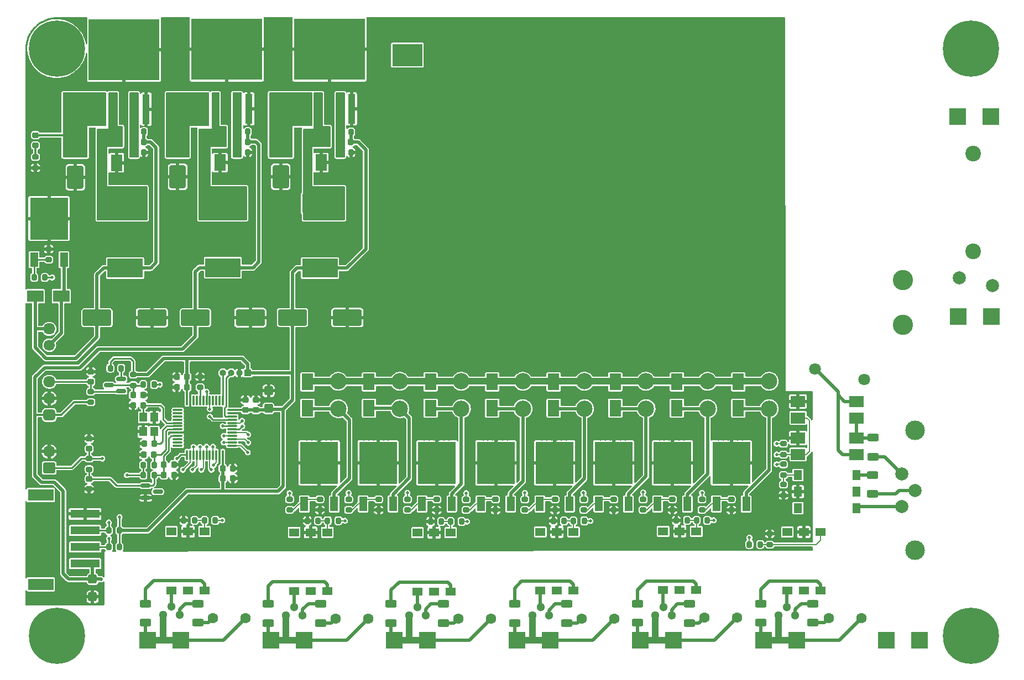
<source format=gbr>
%TF.GenerationSoftware,KiCad,Pcbnew,(6.0.0)*%
%TF.CreationDate,2022-03-30T16:25:39+04:00*%
%TF.ProjectId,Coffe_Machine_Gogokhia_Edition_SIMPLE,436f6666-655f-44d6-9163-68696e655f47,rev?*%
%TF.SameCoordinates,Original*%
%TF.FileFunction,Copper,L1,Top*%
%TF.FilePolarity,Positive*%
%FSLAX46Y46*%
G04 Gerber Fmt 4.6, Leading zero omitted, Abs format (unit mm)*
G04 Created by KiCad (PCBNEW (6.0.0)) date 2022-03-30 16:25:39*
%MOMM*%
%LPD*%
G01*
G04 APERTURE LIST*
G04 Aperture macros list*
%AMRoundRect*
0 Rectangle with rounded corners*
0 $1 Rounding radius*
0 $2 $3 $4 $5 $6 $7 $8 $9 X,Y pos of 4 corners*
0 Add a 4 corners polygon primitive as box body*
4,1,4,$2,$3,$4,$5,$6,$7,$8,$9,$2,$3,0*
0 Add four circle primitives for the rounded corners*
1,1,$1+$1,$2,$3*
1,1,$1+$1,$4,$5*
1,1,$1+$1,$6,$7*
1,1,$1+$1,$8,$9*
0 Add four rect primitives between the rounded corners*
20,1,$1+$1,$2,$3,$4,$5,0*
20,1,$1+$1,$4,$5,$6,$7,0*
20,1,$1+$1,$6,$7,$8,$9,0*
20,1,$1+$1,$8,$9,$2,$3,0*%
G04 Aperture macros list end*
%TA.AperFunction,ComponentPad*%
%ADD10R,1.000000X1.000000*%
%TD*%
%TA.AperFunction,ComponentPad*%
%ADD11O,1.000000X1.000000*%
%TD*%
%TA.AperFunction,SMDPad,CuDef*%
%ADD12RoundRect,0.250000X-1.950000X-1.000000X1.950000X-1.000000X1.950000X1.000000X-1.950000X1.000000X0*%
%TD*%
%TA.AperFunction,SMDPad,CuDef*%
%ADD13RoundRect,0.225000X0.225000X0.250000X-0.225000X0.250000X-0.225000X-0.250000X0.225000X-0.250000X0*%
%TD*%
%TA.AperFunction,SMDPad,CuDef*%
%ADD14RoundRect,0.250000X0.625000X-0.312500X0.625000X0.312500X-0.625000X0.312500X-0.625000X-0.312500X0*%
%TD*%
%TA.AperFunction,SMDPad,CuDef*%
%ADD15RoundRect,0.225000X-0.225000X-0.250000X0.225000X-0.250000X0.225000X0.250000X-0.225000X0.250000X0*%
%TD*%
%TA.AperFunction,SMDPad,CuDef*%
%ADD16RoundRect,0.200000X-0.200000X-0.275000X0.200000X-0.275000X0.200000X0.275000X-0.200000X0.275000X0*%
%TD*%
%TA.AperFunction,SMDPad,CuDef*%
%ADD17RoundRect,0.225000X-0.250000X0.225000X-0.250000X-0.225000X0.250000X-0.225000X0.250000X0.225000X0*%
%TD*%
%TA.AperFunction,SMDPad,CuDef*%
%ADD18R,1.800000X2.500000*%
%TD*%
%TA.AperFunction,SMDPad,CuDef*%
%ADD19R,2.200000X1.700000*%
%TD*%
%TA.AperFunction,SMDPad,CuDef*%
%ADD20R,1.200000X2.200000*%
%TD*%
%TA.AperFunction,SMDPad,CuDef*%
%ADD21R,5.800000X6.400000*%
%TD*%
%TA.AperFunction,ComponentPad*%
%ADD22C,1.300000*%
%TD*%
%TA.AperFunction,SMDPad,CuDef*%
%ADD23RoundRect,0.250000X-0.625000X0.312500X-0.625000X-0.312500X0.625000X-0.312500X0.625000X0.312500X0*%
%TD*%
%TA.AperFunction,ComponentPad*%
%ADD24R,2.500000X2.500000*%
%TD*%
%TA.AperFunction,SMDPad,CuDef*%
%ADD25R,1.500000X1.300000*%
%TD*%
%TA.AperFunction,ComponentPad*%
%ADD26RoundRect,0.249900X0.675100X-0.600100X0.675100X0.600100X-0.675100X0.600100X-0.675100X-0.600100X0*%
%TD*%
%TA.AperFunction,ComponentPad*%
%ADD27O,1.850000X1.700000*%
%TD*%
%TA.AperFunction,SMDPad,CuDef*%
%ADD28R,1.100000X4.600000*%
%TD*%
%TA.AperFunction,SMDPad,CuDef*%
%ADD29R,10.800000X9.400000*%
%TD*%
%TA.AperFunction,ComponentPad*%
%ADD30C,0.900000*%
%TD*%
%TA.AperFunction,ComponentPad*%
%ADD31C,8.600000*%
%TD*%
%TA.AperFunction,ComponentPad*%
%ADD32C,2.500000*%
%TD*%
%TA.AperFunction,SMDPad,CuDef*%
%ADD33R,5.400000X2.900000*%
%TD*%
%TA.AperFunction,SMDPad,CuDef*%
%ADD34RoundRect,0.200000X-0.275000X0.200000X-0.275000X-0.200000X0.275000X-0.200000X0.275000X0.200000X0*%
%TD*%
%TA.AperFunction,SMDPad,CuDef*%
%ADD35R,1.300000X1.500000*%
%TD*%
%TA.AperFunction,SMDPad,CuDef*%
%ADD36R,4.500000X1.300000*%
%TD*%
%TA.AperFunction,SMDPad,CuDef*%
%ADD37R,3.900000X1.800000*%
%TD*%
%TA.AperFunction,ComponentPad*%
%ADD38C,1.600000*%
%TD*%
%TA.AperFunction,SMDPad,CuDef*%
%ADD39RoundRect,0.200000X0.200000X0.275000X-0.200000X0.275000X-0.200000X-0.275000X0.200000X-0.275000X0*%
%TD*%
%TA.AperFunction,SMDPad,CuDef*%
%ADD40RoundRect,0.250000X0.425000X-0.450000X0.425000X0.450000X-0.425000X0.450000X-0.425000X-0.450000X0*%
%TD*%
%TA.AperFunction,SMDPad,CuDef*%
%ADD41RoundRect,0.225000X0.250000X-0.225000X0.250000X0.225000X-0.250000X0.225000X-0.250000X-0.225000X0*%
%TD*%
%TA.AperFunction,ComponentPad*%
%ADD42C,1.800000*%
%TD*%
%TA.AperFunction,SMDPad,CuDef*%
%ADD43RoundRect,0.075000X-0.662500X-0.075000X0.662500X-0.075000X0.662500X0.075000X-0.662500X0.075000X0*%
%TD*%
%TA.AperFunction,SMDPad,CuDef*%
%ADD44RoundRect,0.075000X-0.075000X-0.662500X0.075000X-0.662500X0.075000X0.662500X-0.075000X0.662500X0*%
%TD*%
%TA.AperFunction,SMDPad,CuDef*%
%ADD45R,2.500000X1.800000*%
%TD*%
%TA.AperFunction,ComponentPad*%
%ADD46C,1.700000*%
%TD*%
%TA.AperFunction,SMDPad,CuDef*%
%ADD47RoundRect,0.200000X0.275000X-0.200000X0.275000X0.200000X-0.275000X0.200000X-0.275000X-0.200000X0*%
%TD*%
%TA.AperFunction,ComponentPad*%
%ADD48RoundRect,0.425000X0.500000X-0.425000X0.500000X0.425000X-0.500000X0.425000X-0.500000X-0.425000X0*%
%TD*%
%TA.AperFunction,SMDPad,CuDef*%
%ADD49RoundRect,0.150000X-0.587500X-0.150000X0.587500X-0.150000X0.587500X0.150000X-0.587500X0.150000X0*%
%TD*%
%TA.AperFunction,ComponentPad*%
%ADD50C,2.010000*%
%TD*%
%TA.AperFunction,SMDPad,CuDef*%
%ADD51RoundRect,0.250000X-0.425000X0.450000X-0.425000X-0.450000X0.425000X-0.450000X0.425000X0.450000X0*%
%TD*%
%TA.AperFunction,SMDPad,CuDef*%
%ADD52RoundRect,0.250000X-1.000000X1.500000X-1.000000X-1.500000X1.000000X-1.500000X1.000000X1.500000X0*%
%TD*%
%TA.AperFunction,ComponentPad*%
%ADD53C,2.000000*%
%TD*%
%TA.AperFunction,ComponentPad*%
%ADD54C,3.000000*%
%TD*%
%TA.AperFunction,ComponentPad*%
%ADD55C,2.400000*%
%TD*%
%TA.AperFunction,SMDPad,CuDef*%
%ADD56RoundRect,0.150000X0.587500X0.150000X-0.587500X0.150000X-0.587500X-0.150000X0.587500X-0.150000X0*%
%TD*%
%TA.AperFunction,SMDPad,CuDef*%
%ADD57R,1.200000X1.400000*%
%TD*%
%TA.AperFunction,SMDPad,CuDef*%
%ADD58RoundRect,0.218750X0.256250X-0.218750X0.256250X0.218750X-0.256250X0.218750X-0.256250X-0.218750X0*%
%TD*%
%TA.AperFunction,ComponentPad*%
%ADD59C,3.100000*%
%TD*%
%TA.AperFunction,ComponentPad*%
%ADD60R,4.600000X3.400000*%
%TD*%
%TA.AperFunction,ViaPad*%
%ADD61C,1.000000*%
%TD*%
%TA.AperFunction,ViaPad*%
%ADD62C,0.500000*%
%TD*%
%TA.AperFunction,ViaPad*%
%ADD63C,0.800000*%
%TD*%
%TA.AperFunction,Conductor*%
%ADD64C,0.500000*%
%TD*%
%TA.AperFunction,Conductor*%
%ADD65C,1.000000*%
%TD*%
%TA.AperFunction,Conductor*%
%ADD66C,0.300000*%
%TD*%
%TA.AperFunction,Conductor*%
%ADD67C,0.250000*%
%TD*%
%TA.AperFunction,Conductor*%
%ADD68C,0.200000*%
%TD*%
G04 APERTURE END LIST*
D10*
%TO.P,J11,1,Pin_1*%
%TO.N,+3V3*%
X89710000Y-86250000D03*
D11*
%TO.P,J11,2,Pin_2*%
%TO.N,GND*%
X88440000Y-86250000D03*
%TO.P,J11,3,Pin_3*%
%TO.N,SWDIO*%
X87170000Y-86250000D03*
%TO.P,J11,4,Pin_4*%
%TO.N,SWCLK*%
X85900000Y-86250000D03*
%TD*%
D12*
%TO.P,C9,1*%
%TO.N,+12V*%
X66640000Y-77795000D03*
%TO.P,C9,2*%
%TO.N,GND*%
X75040000Y-77795000D03*
%TD*%
D13*
%TO.P,C11,1*%
%TO.N,+3V3*%
X80408330Y-88445000D03*
%TO.P,C11,2*%
%TO.N,GND*%
X78858330Y-88445000D03*
%TD*%
D14*
%TO.P,R39,1*%
%TO.N,Net-(C37-Pad1)*%
X130566670Y-124587500D03*
%TO.P,R39,2*%
%TO.N,Net-(R39-Pad2)*%
X130566670Y-121662500D03*
%TD*%
D15*
%TO.P,C15,1*%
%TO.N,GND*%
X72185000Y-91195000D03*
%TO.P,C15,2*%
%TO.N,Net-(C15-Pad2)*%
X73735000Y-91195000D03*
%TD*%
D16*
%TO.P,R58,1*%
%TO.N,Net-(R58-Pad1)*%
X158441670Y-108825000D03*
%TO.P,R58,2*%
%TO.N,PUMP2_uC*%
X160091670Y-108825000D03*
%TD*%
%TO.P,R37,1*%
%TO.N,GND*%
X136501670Y-108925000D03*
%TO.P,R37,2*%
%TO.N,Net-(R35-Pad1)*%
X138151670Y-108925000D03*
%TD*%
D17*
%TO.P,C23,1*%
%TO.N,+3V0*%
X65440000Y-102485000D03*
%TO.P,C23,2*%
%TO.N,GND*%
X65440000Y-104035000D03*
%TD*%
D18*
%TO.P,D6,1,K*%
%TO.N,+24V*%
X146000000Y-87625000D03*
%TO.P,D6,2,A*%
%TO.N,Net-(D6-Pad2)*%
X146000000Y-91625000D03*
%TD*%
D16*
%TO.P,R49,1*%
%TO.N,GND*%
X98841670Y-108885000D03*
%TO.P,R49,2*%
%TO.N,Net-(R47-Pad1)*%
X100491670Y-108885000D03*
%TD*%
D12*
%TO.P,C5,1*%
%TO.N,+3V3*%
X96580000Y-77745000D03*
%TO.P,C5,2*%
%TO.N,GND*%
X104980000Y-77745000D03*
%TD*%
D16*
%TO.P,R12,1*%
%TO.N,Net-(C10-Pad1)*%
X72175000Y-52445000D03*
%TO.P,R12,2*%
%TO.N,GND*%
X73825000Y-52445000D03*
%TD*%
D19*
%TO.P,U5,1*%
%TO.N,NEUT*%
X182891670Y-98738000D03*
%TO.P,U5,2*%
%TO.N,Net-(R15-Pad1)*%
X182891670Y-96198000D03*
%TO.P,U5,3*%
%TO.N,GND*%
X173991670Y-96205000D03*
%TO.P,U5,4*%
%TO.N,Z_CROSS*%
X173991670Y-98745000D03*
%TD*%
D20*
%TO.P,Q2,1,G*%
%TO.N,Net-(Q2-Pad1)*%
X152472380Y-106325000D03*
D21*
%TO.P,Q2,2,S*%
%TO.N,GND*%
X154752380Y-100025000D03*
D20*
%TO.P,Q2,3,D*%
%TO.N,Net-(D5-Pad2)*%
X157032380Y-106325000D03*
%TD*%
D22*
%TO.P,Q7,1,A1*%
%TO.N,LINE*%
X135836670Y-123425000D03*
%TO.P,Q7,2,A2*%
%TO.N,Net-(C37-Pad1)*%
X133296670Y-123425000D03*
%TO.P,Q7,3,G*%
%TO.N,Net-(Q7-Pad3)*%
X134566670Y-122155000D03*
%TD*%
D23*
%TO.P,R63,1*%
%TO.N,LINE*%
X176266670Y-121600000D03*
%TO.P,R63,2*%
%TO.N,Net-(C31-Pad2)*%
X176266670Y-124525000D03*
%TD*%
D24*
%TO.P,J12,1,Pin_1*%
%TO.N,Net-(C29-Pad1)*%
X98356670Y-127225000D03*
X93276670Y-127225000D03*
%TD*%
D25*
%TO.P,U14,1*%
%TO.N,Net-(R58-Pad1)*%
X158406670Y-110525000D03*
%TO.P,U14,2*%
%TO.N,GND*%
X155866670Y-110525000D03*
%TO.P,U14,3,NC*%
%TO.N,unconnected-(U14-Pad3)*%
X153326670Y-110525000D03*
%TO.P,U14,4*%
%TO.N,Net-(Q17-Pad3)*%
X153326670Y-119525000D03*
%TO.P,U14,5,NC*%
%TO.N,unconnected-(U14-Pad5)*%
X155866670Y-119525000D03*
%TO.P,U14,6*%
%TO.N,Net-(R62-Pad2)*%
X158406670Y-119525000D03*
%TD*%
D16*
%TO.P,R48,1*%
%TO.N,Net-(R48-Pad1)*%
X83096670Y-108855000D03*
%TO.P,R48,2*%
%TO.N,SW4_uC*%
X84746670Y-108855000D03*
%TD*%
D15*
%TO.P,C6,1*%
%TO.N,Net-(C6-Pad1)*%
X88125000Y-50815000D03*
%TO.P,C6,2*%
%TO.N,+5V*%
X89675000Y-50815000D03*
%TD*%
%TO.P,C18,1*%
%TO.N,GND*%
X73785000Y-98745000D03*
%TO.P,C18,2*%
%TO.N,Net-(C18-Pad2)*%
X75335000Y-98745000D03*
%TD*%
D26*
%TO.P,J5,1,Pin_1*%
%TO.N,NTC*%
X59305300Y-100791500D03*
D27*
%TO.P,J5,2,Pin_2*%
%TO.N,GND*%
X59305300Y-98291500D03*
%TD*%
D23*
%TO.P,R15,1*%
%TO.N,Net-(R15-Pad1)*%
X185466670Y-96162500D03*
%TO.P,R15,2*%
%TO.N,LINE*%
X185466670Y-99087500D03*
%TD*%
D28*
%TO.P,U2,1,VIN*%
%TO.N,+24V*%
X98840000Y-45780000D03*
%TO.P,U2,2,OUT*%
%TO.N,Net-(D3-Pad1)*%
X100540000Y-45780000D03*
D29*
%TO.P,U2,3,GND*%
%TO.N,GND*%
X102240000Y-36630000D03*
D28*
X102240000Y-45780000D03*
%TO.P,U2,4,FB*%
%TO.N,Net-(C7-Pad1)*%
X103940000Y-45780000D03*
%TO.P,U2,5,~{ON}/OFF*%
%TO.N,GND*%
X105640000Y-45780000D03*
%TD*%
D30*
%TO.P,REF\u002A\u002A,1*%
%TO.N,N/C*%
X57241670Y-36525000D03*
X58186251Y-38805419D03*
X62747089Y-34244581D03*
D31*
X60466670Y-36525000D03*
D30*
X60466670Y-33300000D03*
X60466670Y-39750000D03*
X62747089Y-38805419D03*
X63691670Y-36525000D03*
X58186251Y-34244581D03*
%TD*%
D32*
%TO.P,J16,1,Pin_1*%
%TO.N,Net-(D10-Pad2)*%
X122433335Y-91725000D03*
%TO.P,J16,2,Pin_2*%
%TO.N,+24V*%
X122433335Y-87525000D03*
%TD*%
D20*
%TO.P,Q1,1,G*%
%TO.N,Net-(Q1-Pad1)*%
X161486670Y-106325000D03*
D21*
%TO.P,Q1,2,S*%
%TO.N,GND*%
X163766670Y-100025000D03*
D20*
%TO.P,Q1,3,D*%
%TO.N,Net-(D4-Pad2)*%
X166046670Y-106325000D03*
%TD*%
D33*
%TO.P,L1,1,1*%
%TO.N,Net-(D2-Pad1)*%
X85921000Y-60205000D03*
%TO.P,L1,2,2*%
%TO.N,+5V*%
X85921000Y-70105000D03*
%TD*%
%TO.P,L2,1,1*%
%TO.N,Net-(D3-Pad1)*%
X100780000Y-60265000D03*
%TO.P,L2,2,2*%
%TO.N,+3V3*%
X100780000Y-70165000D03*
%TD*%
D34*
%TO.P,R29,1*%
%TO.N,Net-(Q1-Pad1)*%
X163766670Y-105600000D03*
%TO.P,R29,2*%
%TO.N,GND*%
X163766670Y-107250000D03*
%TD*%
%TO.P,R27,1*%
%TO.N,Net-(Q6-Pad1)*%
X127666670Y-105600000D03*
%TO.P,R27,2*%
%TO.N,GND*%
X127666670Y-107250000D03*
%TD*%
D16*
%TO.P,R25,1*%
%TO.N,UART_Rx*%
X68439000Y-112931000D03*
%TO.P,R25,2*%
%TO.N,+3V3*%
X70089000Y-112931000D03*
%TD*%
D35*
%TO.P,U6,1*%
%TO.N,Net-(R17-Pad1)*%
X173966670Y-101885000D03*
%TO.P,U6,2*%
%TO.N,GND*%
X173966670Y-104425000D03*
%TO.P,U6,3,NC*%
%TO.N,unconnected-(U6-Pad3)*%
X173966670Y-106965000D03*
%TO.P,U6,4*%
%TO.N,Net-(Q3-Pad3)*%
X182966670Y-106965000D03*
%TO.P,U6,5,NC*%
%TO.N,unconnected-(U6-Pad5)*%
X182966670Y-104425000D03*
%TO.P,U6,6*%
%TO.N,Net-(R21-Pad2)*%
X182966670Y-101885000D03*
%TD*%
D22*
%TO.P,Q8,1,A1*%
%TO.N,LINE*%
X116936670Y-123425000D03*
%TO.P,Q8,2,A2*%
%TO.N,Net-(C38-Pad1)*%
X114396670Y-123425000D03*
%TO.P,Q8,3,G*%
%TO.N,Net-(Q8-Pad3)*%
X115666670Y-122155000D03*
%TD*%
D28*
%TO.P,U7,1,VIN*%
%TO.N,+24V*%
X67370000Y-45810000D03*
%TO.P,U7,2,OUT*%
%TO.N,Net-(D12-Pad1)*%
X69070000Y-45810000D03*
D29*
%TO.P,U7,3,GND*%
%TO.N,GND*%
X70770000Y-36660000D03*
D28*
X70770000Y-45810000D03*
%TO.P,U7,4,FB*%
%TO.N,Net-(C10-Pad1)*%
X72470000Y-45810000D03*
%TO.P,U7,5,~{ON}/OFF*%
%TO.N,GND*%
X74170000Y-45810000D03*
%TD*%
D36*
%TO.P,J19,1,Pin_1*%
%TO.N,+5V*%
X64816670Y-115477000D03*
%TO.P,J19,2,Pin_2*%
%TO.N,UART_Rx*%
X64816670Y-112937000D03*
%TO.P,J19,3,Pin_3*%
%TO.N,UART_Tx*%
X64816670Y-110397000D03*
%TO.P,J19,4,Pin_4*%
%TO.N,GND*%
X64816670Y-107857000D03*
D37*
%TO.P,J19,5*%
%TO.N,N/C*%
X58016670Y-104967000D03*
X58016670Y-118627000D03*
%TD*%
D20*
%TO.P,Q4,1,G*%
%TO.N,Net-(Q4-Pad1)*%
X143458095Y-106325000D03*
D21*
%TO.P,Q4,2,S*%
%TO.N,GND*%
X145738095Y-100025000D03*
D20*
%TO.P,Q4,3,D*%
%TO.N,Net-(D6-Pad2)*%
X148018095Y-106325000D03*
%TD*%
D18*
%TO.P,D7,1,K*%
%TO.N,+24V*%
X127146668Y-87625000D03*
%TO.P,D7,2,A*%
%TO.N,Net-(D7-Pad2)*%
X127146668Y-91625000D03*
%TD*%
D38*
%TO.P,C29,1*%
%TO.N,Net-(C29-Pad1)*%
X108166670Y-123885000D03*
%TO.P,C29,2*%
%TO.N,Net-(C29-Pad2)*%
X103166670Y-123885000D03*
%TD*%
D39*
%TO.P,R57,1*%
%TO.N,Net-(R57-Pad1)*%
X168191670Y-112525000D03*
%TO.P,R57,2*%
%TO.N,PUMP1_uC*%
X166541670Y-112525000D03*
%TD*%
D40*
%TO.P,C26,1*%
%TO.N,+3V3*%
X92900000Y-91675000D03*
%TO.P,C26,2*%
%TO.N,GND*%
X92900000Y-88975000D03*
%TD*%
D24*
%TO.P,J23,1,Pin_1*%
%TO.N,Net-(C32-Pad1)*%
X154906670Y-127225000D03*
X149826670Y-127225000D03*
%TD*%
D41*
%TO.P,C12,1*%
%TO.N,+3V3*%
X89360000Y-91920000D03*
%TO.P,C12,2*%
%TO.N,GND*%
X89360000Y-90370000D03*
%TD*%
D16*
%TO.P,R35,1*%
%TO.N,Net-(R35-Pad1)*%
X139601670Y-108925000D03*
%TO.P,R35,2*%
%TO.N,SW1_uC*%
X141251670Y-108925000D03*
%TD*%
D18*
%TO.P,D10,1,K*%
%TO.N,+24V*%
X117720002Y-87625000D03*
%TO.P,D10,2,A*%
%TO.N,Net-(D10-Pad2)*%
X117720002Y-91625000D03*
%TD*%
%TO.P,D2,1,K*%
%TO.N,Net-(D2-Pad1)*%
X85480000Y-50015000D03*
%TO.P,D2,2,A*%
%TO.N,GND*%
X85480000Y-54015000D03*
%TD*%
D20*
%TO.P,Q9,1,G*%
%TO.N,Net-(Q9-Pad1)*%
X107400955Y-106325000D03*
D21*
%TO.P,Q9,2,S*%
%TO.N,GND*%
X109680955Y-100025000D03*
D20*
%TO.P,Q9,3,D*%
%TO.N,Net-(D8-Pad2)*%
X111960955Y-106325000D03*
%TD*%
D38*
%TO.P,C38,1*%
%TO.N,Net-(C38-Pad1)*%
X126966670Y-123925000D03*
%TO.P,C38,2*%
%TO.N,Net-(C38-Pad2)*%
X121966670Y-123925000D03*
%TD*%
D24*
%TO.P,J9,1,Pin_1*%
%TO.N,Net-(J9-Pad1)*%
X192606670Y-127225000D03*
X187526670Y-127225000D03*
%TD*%
D34*
%TO.P,R19,1*%
%TO.N,Motor_4*%
X132166670Y-105600000D03*
%TO.P,R19,2*%
%TO.N,Net-(Q10-Pad1)*%
X132166670Y-107250000D03*
%TD*%
D42*
%TO.P,RV1,1*%
%TO.N,Net-(C1-Pad2)*%
X184116670Y-87245000D03*
%TO.P,RV1,2*%
%TO.N,NEUT*%
X176616670Y-85611670D03*
%TD*%
D43*
%TO.P,U9,1,VBAT*%
%TO.N,unconnected-(U9-Pad1)*%
X78997500Y-91895000D03*
%TO.P,U9,2,PC13*%
%TO.N,unconnected-(U9-Pad2)*%
X78997500Y-92395000D03*
%TO.P,U9,3,PC14*%
%TO.N,unconnected-(U9-Pad3)*%
X78997500Y-92895000D03*
%TO.P,U9,4,PC15*%
%TO.N,unconnected-(U9-Pad4)*%
X78997500Y-93395000D03*
%TO.P,U9,5,PD0*%
%TO.N,Net-(C15-Pad2)*%
X78997500Y-93895000D03*
%TO.P,U9,6,PD1*%
%TO.N,Net-(C16-Pad2)*%
X78997500Y-94395000D03*
%TO.P,U9,7,NRST*%
%TO.N,Net-(C18-Pad2)*%
X78997500Y-94895000D03*
%TO.P,U9,8,VSSA*%
%TO.N,GND*%
X78997500Y-95395000D03*
%TO.P,U9,9,VDDA*%
%TO.N,+3V0*%
X78997500Y-95895000D03*
%TO.P,U9,10,PA0*%
%TO.N,unconnected-(U9-Pad10)*%
X78997500Y-96395000D03*
%TO.P,U9,11,PA1*%
%TO.N,unconnected-(U9-Pad11)*%
X78997500Y-96895000D03*
%TO.P,U9,12,PA2*%
%TO.N,unconnected-(U9-Pad12)*%
X78997500Y-97395000D03*
D44*
%TO.P,U9,13,PA3*%
%TO.N,NTC*%
X80410000Y-98807500D03*
%TO.P,U9,14,PA4*%
%TO.N,SW4_uC*%
X80910000Y-98807500D03*
%TO.P,U9,15,PA5*%
%TO.N,SW3_uC*%
X81410000Y-98807500D03*
%TO.P,U9,16,PA6*%
%TO.N,SW2_uC*%
X81910000Y-98807500D03*
%TO.P,U9,17,PA7*%
%TO.N,SW1_uC*%
X82410000Y-98807500D03*
%TO.P,U9,18,PB0*%
%TO.N,PUMP2_uC*%
X82910000Y-98807500D03*
%TO.P,U9,19,PB1*%
%TO.N,PUMP1_uC*%
X83410000Y-98807500D03*
%TO.P,U9,20,PB2*%
%TO.N,BOILER_uC*%
X83910000Y-98807500D03*
%TO.P,U9,21,PB10*%
%TO.N,Motor_7*%
X84410000Y-98807500D03*
%TO.P,U9,22,PB11*%
%TO.N,Motor_8*%
X84910000Y-98807500D03*
%TO.P,U9,23,VSS*%
%TO.N,GND*%
X85410000Y-98807500D03*
%TO.P,U9,24,VDD*%
%TO.N,+3V3*%
X85910000Y-98807500D03*
D43*
%TO.P,U9,25,PB12*%
%TO.N,Motor_6*%
X87322500Y-97395000D03*
%TO.P,U9,26,PB13*%
%TO.N,Motor_5*%
X87322500Y-96895000D03*
%TO.P,U9,27,PB14*%
%TO.N,Motor_4*%
X87322500Y-96395000D03*
%TO.P,U9,28,PB15*%
%TO.N,Motor_3*%
X87322500Y-95895000D03*
%TO.P,U9,29,PA8*%
%TO.N,Motor_2*%
X87322500Y-95395000D03*
%TO.P,U9,30,PA9*%
%TO.N,UART_Tx*%
X87322500Y-94895000D03*
%TO.P,U9,31,PA10*%
%TO.N,UART_Rx*%
X87322500Y-94395000D03*
%TO.P,U9,32,PA11*%
%TO.N,Motor_1*%
X87322500Y-93895000D03*
%TO.P,U9,33,PA12*%
%TO.N,FLOWMETER*%
X87322500Y-93395000D03*
%TO.P,U9,34,PA13*%
%TO.N,SWDIO*%
X87322500Y-92895000D03*
%TO.P,U9,35,VSS*%
%TO.N,GND*%
X87322500Y-92395000D03*
%TO.P,U9,36,VDD*%
%TO.N,+3V3*%
X87322500Y-91895000D03*
D44*
%TO.P,U9,37,PA14*%
%TO.N,SWCLK*%
X85910000Y-90482500D03*
%TO.P,U9,38,PA15*%
%TO.N,unconnected-(U9-Pad38)*%
X85410000Y-90482500D03*
%TO.P,U9,39,PB3*%
%TO.N,unconnected-(U9-Pad39)*%
X84910000Y-90482500D03*
%TO.P,U9,40,PB4*%
%TO.N,unconnected-(U9-Pad40)*%
X84410000Y-90482500D03*
%TO.P,U9,41,PB5*%
%TO.N,Z_CROSS*%
X83910000Y-90482500D03*
%TO.P,U9,42,PB6*%
%TO.N,AIR_PUMP_uC*%
X83410000Y-90482500D03*
%TO.P,U9,43,PB7*%
%TO.N,unconnected-(U9-Pad43)*%
X82910000Y-90482500D03*
%TO.P,U9,44,BOOT0*%
%TO.N,Net-(R26-Pad2)*%
X82410000Y-90482500D03*
%TO.P,U9,45,PB8*%
%TO.N,unconnected-(U9-Pad45)*%
X81910000Y-90482500D03*
%TO.P,U9,46,PB9*%
%TO.N,unconnected-(U9-Pad46)*%
X81410000Y-90482500D03*
%TO.P,U9,47,VSS*%
%TO.N,GND*%
X80910000Y-90482500D03*
%TO.P,U9,48,VDD*%
%TO.N,+3V3*%
X80410000Y-90482500D03*
%TD*%
D34*
%TO.P,R13,1*%
%TO.N,Motor_5*%
X123166670Y-105600000D03*
%TO.P,R13,2*%
%TO.N,Net-(Q6-Pad1)*%
X123166670Y-107250000D03*
%TD*%
D45*
%TO.P,D13,1,K*%
%TO.N,+12V*%
X57170000Y-74485000D03*
%TO.P,D13,2,A*%
%TO.N,Net-(D13-Pad2)*%
X61170000Y-74485000D03*
%TD*%
D34*
%TO.P,R34,1*%
%TO.N,Net-(Q2-Pad1)*%
X154766670Y-105600000D03*
%TO.P,R34,2*%
%TO.N,GND*%
X154766670Y-107250000D03*
%TD*%
D46*
%TO.P,J21,1,Pin_1*%
%TO.N,Net-(D13-Pad2)*%
X59321600Y-81996400D03*
D27*
%TO.P,J21,2,Pin_2*%
%TO.N,+12V*%
X59321600Y-79496400D03*
%TD*%
D34*
%TO.P,R7,1*%
%TO.N,Motor_1*%
X159266670Y-105600000D03*
%TO.P,R7,2*%
%TO.N,Net-(Q1-Pad1)*%
X159266670Y-107250000D03*
%TD*%
D15*
%TO.P,C17,1*%
%TO.N,+3V3*%
X85895000Y-100845000D03*
%TO.P,C17,2*%
%TO.N,GND*%
X87445000Y-100845000D03*
%TD*%
D34*
%TO.P,R8,1*%
%TO.N,Motor_2*%
X150266670Y-105600000D03*
%TO.P,R8,2*%
%TO.N,Net-(Q2-Pad1)*%
X150266670Y-107250000D03*
%TD*%
D39*
%TO.P,R2,1*%
%TO.N,+5V*%
X89725000Y-49265000D03*
%TO.P,R2,2*%
%TO.N,Net-(C6-Pad1)*%
X88075000Y-49265000D03*
%TD*%
D38*
%TO.P,C32,1*%
%TO.N,Net-(C32-Pad1)*%
X164666670Y-123762500D03*
%TO.P,C32,2*%
%TO.N,Net-(C32-Pad2)*%
X159666670Y-123762500D03*
%TD*%
D34*
%TO.P,R26,1*%
%TO.N,GND*%
X82413330Y-86810000D03*
%TO.P,R26,2*%
%TO.N,Net-(R26-Pad2)*%
X82413330Y-88460000D03*
%TD*%
D13*
%TO.P,C13,1*%
%TO.N,+3V3*%
X80408330Y-86855000D03*
%TO.P,C13,2*%
%TO.N,GND*%
X78858330Y-86855000D03*
%TD*%
D28*
%TO.P,U1,1,VIN*%
%TO.N,+24V*%
X83105000Y-45790000D03*
%TO.P,U1,2,OUT*%
%TO.N,Net-(D2-Pad1)*%
X84805000Y-45790000D03*
D29*
%TO.P,U1,3,GND*%
%TO.N,GND*%
X86505000Y-36640000D03*
D28*
X86505000Y-45790000D03*
%TO.P,U1,4,FB*%
%TO.N,Net-(C6-Pad1)*%
X88205000Y-45790000D03*
%TO.P,U1,5,~{ON}/OFF*%
%TO.N,GND*%
X89905000Y-45790000D03*
%TD*%
D34*
%TO.P,R20,1*%
%TO.N,Motor_6*%
X114166670Y-105600000D03*
%TO.P,R20,2*%
%TO.N,Net-(Q11-Pad1)*%
X114166670Y-107250000D03*
%TD*%
D22*
%TO.P,Q14,1,A1*%
%TO.N,LINE*%
X79336670Y-123325000D03*
%TO.P,Q14,2,A2*%
%TO.N,Net-(C30-Pad1)*%
X76796670Y-123325000D03*
%TO.P,Q14,3,G*%
%TO.N,Net-(Q14-Pad3)*%
X78066670Y-122055000D03*
%TD*%
D47*
%TO.P,R18,1*%
%TO.N,GND*%
X171756670Y-104990000D03*
%TO.P,R18,2*%
%TO.N,Net-(R17-Pad1)*%
X171756670Y-103340000D03*
%TD*%
%TO.P,R56,1*%
%TO.N,Net-(Q15-Pad1)*%
X59260000Y-68890000D03*
%TO.P,R56,2*%
%TO.N,GND*%
X59260000Y-67240000D03*
%TD*%
D25*
%TO.P,U11,1*%
%TO.N,Net-(R35-Pad1)*%
X139606670Y-110625000D03*
%TO.P,U11,2*%
%TO.N,GND*%
X137066670Y-110625000D03*
%TO.P,U11,3,NC*%
%TO.N,unconnected-(U11-Pad3)*%
X134526670Y-110625000D03*
%TO.P,U11,4*%
%TO.N,Net-(Q7-Pad3)*%
X134526670Y-119625000D03*
%TO.P,U11,5,NC*%
%TO.N,unconnected-(U11-Pad5)*%
X137066670Y-119625000D03*
%TO.P,U11,6*%
%TO.N,Net-(R39-Pad2)*%
X139606670Y-119625000D03*
%TD*%
D16*
%TO.P,R38,1*%
%TO.N,GND*%
X117701670Y-109025000D03*
%TO.P,R38,2*%
%TO.N,Net-(R36-Pad1)*%
X119351670Y-109025000D03*
%TD*%
D15*
%TO.P,C16,1*%
%TO.N,GND*%
X73868330Y-97105000D03*
%TO.P,C16,2*%
%TO.N,Net-(C16-Pad2)*%
X75418330Y-97105000D03*
%TD*%
D18*
%TO.P,D4,1,K*%
%TO.N,+24V*%
X164853332Y-87625000D03*
%TO.P,D4,2,A*%
%TO.N,Net-(D4-Pad2)*%
X164853332Y-91625000D03*
%TD*%
D16*
%TO.P,R60,1*%
%TO.N,GND*%
X155341670Y-108825000D03*
%TO.P,R60,2*%
%TO.N,Net-(R58-Pad1)*%
X156991670Y-108825000D03*
%TD*%
D17*
%TO.P,C24,1*%
%TO.N,GND*%
X65700000Y-86040000D03*
%TO.P,C24,2*%
%TO.N,Net-(C24-Pad2)*%
X65700000Y-87590000D03*
%TD*%
D24*
%TO.P,J1,1,Pin_1*%
%TO.N,NEUT*%
X198446670Y-46970000D03*
X203526670Y-46970000D03*
%TD*%
D32*
%TO.P,J17,1,Pin_1*%
%TO.N,Net-(D11-Pad2)*%
X103580003Y-91725000D03*
%TO.P,J17,2,Pin_2*%
%TO.N,+24V*%
X103580003Y-87525000D03*
%TD*%
D24*
%TO.P,J14,1,Pin_1*%
%TO.N,Net-(C37-Pad1)*%
X130976670Y-127225000D03*
X136056670Y-127225000D03*
%TD*%
D22*
%TO.P,Q16,1,A1*%
%TO.N,LINE*%
X173536670Y-123362500D03*
%TO.P,Q16,2,A2*%
%TO.N,Net-(C31-Pad1)*%
X170996670Y-123362500D03*
%TO.P,Q16,3,G*%
%TO.N,Net-(Q16-Pad3)*%
X172266670Y-122092500D03*
%TD*%
D32*
%TO.P,J4,1,Pin_1*%
%TO.N,Net-(D5-Pad2)*%
X160139999Y-91725000D03*
%TO.P,J4,2,Pin_2*%
%TO.N,+24V*%
X160139999Y-87525000D03*
%TD*%
D23*
%TO.P,R41,1*%
%TO.N,LINE*%
X138566670Y-121662500D03*
%TO.P,R41,2*%
%TO.N,Net-(C37-Pad2)*%
X138566670Y-124587500D03*
%TD*%
D25*
%TO.P,U8,1*%
%TO.N,Net-(R47-Pad1)*%
X101906670Y-110685000D03*
%TO.P,U8,2*%
%TO.N,GND*%
X99366670Y-110685000D03*
%TO.P,U8,3,NC*%
%TO.N,unconnected-(U8-Pad3)*%
X96826670Y-110685000D03*
%TO.P,U8,4*%
%TO.N,Net-(Q13-Pad3)*%
X96826670Y-119685000D03*
%TO.P,U8,5,NC*%
%TO.N,unconnected-(U8-Pad5)*%
X99366670Y-119685000D03*
%TO.P,U8,6*%
%TO.N,Net-(R51-Pad2)*%
X101906670Y-119685000D03*
%TD*%
D41*
%TO.P,C14,1*%
%TO.N,+3V3*%
X90960000Y-91930000D03*
%TO.P,C14,2*%
%TO.N,GND*%
X90960000Y-90380000D03*
%TD*%
D14*
%TO.P,R62,1*%
%TO.N,Net-(C32-Pad1)*%
X149366670Y-124525000D03*
%TO.P,R62,2*%
%TO.N,Net-(R62-Pad2)*%
X149366670Y-121600000D03*
%TD*%
D18*
%TO.P,D9,1,K*%
%TO.N,+24V*%
X136573334Y-87625000D03*
%TO.P,D9,2,A*%
%TO.N,Net-(D9-Pad2)*%
X136573334Y-91625000D03*
%TD*%
D48*
%TO.P,J7,1,Pin_1*%
%TO.N,+5V*%
X59326324Y-92684200D03*
D27*
%TO.P,J7,2,Pin_2*%
%TO.N,GND*%
X59326324Y-90144200D03*
%TO.P,J7,3,Pin_3*%
%TO.N,Net-(C24-Pad2)*%
X59326324Y-87604200D03*
%TD*%
D47*
%TO.P,R43,1*%
%TO.N,+5V*%
X65700000Y-90740000D03*
%TO.P,R43,2*%
%TO.N,Net-(C24-Pad2)*%
X65700000Y-89090000D03*
%TD*%
D49*
%TO.P,U3,1,K*%
%TO.N,+3V0*%
X74082500Y-103505000D03*
%TO.P,U3,2,A*%
%TO.N,GND*%
X74082500Y-105405000D03*
%TO.P,U3,3*%
%TO.N,N/C*%
X75957500Y-104455000D03*
%TD*%
D15*
%TO.P,C22,1*%
%TO.N,+3V0*%
X76865000Y-100325000D03*
%TO.P,C22,2*%
%TO.N,GND*%
X78415000Y-100325000D03*
%TD*%
D22*
%TO.P,Q13,1,A1*%
%TO.N,LINE*%
X98136670Y-123385000D03*
%TO.P,Q13,2,A2*%
%TO.N,Net-(C29-Pad1)*%
X95596670Y-123385000D03*
%TO.P,Q13,3,G*%
%TO.N,Net-(Q13-Pad3)*%
X96866670Y-122115000D03*
%TD*%
D18*
%TO.P,D12,1,K*%
%TO.N,Net-(D12-Pad1)*%
X69620000Y-50035000D03*
%TO.P,D12,2,A*%
%TO.N,GND*%
X69620000Y-54035000D03*
%TD*%
D33*
%TO.P,L3,1,1*%
%TO.N,Net-(D12-Pad1)*%
X70940000Y-60265000D03*
%TO.P,L3,2,2*%
%TO.N,+12V*%
X70940000Y-70165000D03*
%TD*%
D34*
%TO.P,R14,1*%
%TO.N,Motor_7*%
X105166670Y-105600000D03*
%TO.P,R14,2*%
%TO.N,Net-(Q9-Pad1)*%
X105166670Y-107250000D03*
%TD*%
D32*
%TO.P,J13,1,Pin_1*%
%TO.N,Net-(D9-Pad2)*%
X141286667Y-91725000D03*
%TO.P,J13,2,Pin_2*%
%TO.N,+24V*%
X141286667Y-87525000D03*
%TD*%
D34*
%TO.P,R28,1*%
%TO.N,Net-(Q9-Pad1)*%
X109766670Y-105600000D03*
%TO.P,R28,2*%
%TO.N,GND*%
X109766670Y-107250000D03*
%TD*%
D32*
%TO.P,J3,1,Pin_1*%
%TO.N,Net-(D4-Pad2)*%
X169566670Y-91725000D03*
%TO.P,J3,2,Pin_2*%
%TO.N,+24V*%
X169566670Y-87525000D03*
%TD*%
D24*
%TO.P,J22,1,Pin_1*%
%TO.N,Net-(C31-Pad1)*%
X173756670Y-127225000D03*
X168676670Y-127225000D03*
%TD*%
D20*
%TO.P,Q15,1,G*%
%TO.N,Net-(Q15-Pad1)*%
X57010000Y-68875000D03*
D21*
%TO.P,Q15,2,S*%
%TO.N,GND*%
X59290000Y-62575000D03*
D20*
%TO.P,Q15,3,D*%
%TO.N,Net-(D13-Pad2)*%
X61570000Y-68875000D03*
%TD*%
D15*
%TO.P,C21,1*%
%TO.N,+3V0*%
X76865000Y-101925000D03*
%TO.P,C21,2*%
%TO.N,GND*%
X78415000Y-101925000D03*
%TD*%
D18*
%TO.P,D8,1,K*%
%TO.N,+24V*%
X108293336Y-87625000D03*
%TO.P,D8,2,A*%
%TO.N,Net-(D8-Pad2)*%
X108293336Y-91625000D03*
%TD*%
%TO.P,D11,1,K*%
%TO.N,+24V*%
X98866670Y-87625000D03*
%TO.P,D11,2,A*%
%TO.N,Net-(D11-Pad2)*%
X98866670Y-91625000D03*
%TD*%
D34*
%TO.P,R32,1*%
%TO.N,Net-(Q11-Pad1)*%
X118666670Y-105600000D03*
%TO.P,R32,2*%
%TO.N,GND*%
X118666670Y-107250000D03*
%TD*%
D12*
%TO.P,C4,1*%
%TO.N,+5V*%
X81710000Y-77775000D03*
%TO.P,C4,2*%
%TO.N,GND*%
X90110000Y-77775000D03*
%TD*%
D25*
%TO.P,U10,1*%
%TO.N,Net-(R48-Pad1)*%
X83106670Y-110565000D03*
%TO.P,U10,2*%
%TO.N,GND*%
X80566670Y-110565000D03*
%TO.P,U10,3,NC*%
%TO.N,unconnected-(U10-Pad3)*%
X78026670Y-110565000D03*
%TO.P,U10,4*%
%TO.N,Net-(Q14-Pad3)*%
X78026670Y-119565000D03*
%TO.P,U10,5,NC*%
%TO.N,unconnected-(U10-Pad5)*%
X80566670Y-119565000D03*
%TO.P,U10,6*%
%TO.N,Net-(R52-Pad2)*%
X83106670Y-119565000D03*
%TD*%
D34*
%TO.P,R30,1*%
%TO.N,Net-(Q4-Pad1)*%
X145766670Y-105600000D03*
%TO.P,R30,2*%
%TO.N,GND*%
X145766670Y-107250000D03*
%TD*%
D14*
%TO.P,R61,1*%
%TO.N,Net-(C31-Pad1)*%
X168266670Y-124525000D03*
%TO.P,R61,2*%
%TO.N,Net-(R61-Pad2)*%
X168266670Y-121600000D03*
%TD*%
D25*
%TO.P,U13,1*%
%TO.N,Net-(R57-Pad1)*%
X177406670Y-110625000D03*
%TO.P,U13,2*%
%TO.N,GND*%
X174866670Y-110625000D03*
%TO.P,U13,3,NC*%
%TO.N,unconnected-(U13-Pad3)*%
X172326670Y-110625000D03*
%TO.P,U13,4*%
%TO.N,Net-(Q16-Pad3)*%
X172326670Y-119625000D03*
%TO.P,U13,5,NC*%
%TO.N,unconnected-(U13-Pad5)*%
X174866670Y-119625000D03*
%TO.P,U13,6*%
%TO.N,Net-(R61-Pad2)*%
X177406670Y-119625000D03*
%TD*%
D23*
%TO.P,R64,1*%
%TO.N,LINE*%
X157366670Y-121662500D03*
%TO.P,R64,2*%
%TO.N,Net-(C32-Pad2)*%
X157366670Y-124587500D03*
%TD*%
D15*
%TO.P,C7,1*%
%TO.N,Net-(C7-Pad1)*%
X103935000Y-50875000D03*
%TO.P,C7,2*%
%TO.N,+3V3*%
X105485000Y-50875000D03*
%TD*%
D50*
%TO.P,F1,1*%
%TO.N,LINE*%
X203736670Y-72870000D03*
%TO.P,F1,2*%
%TO.N,Net-(C1-Pad2)*%
X198636670Y-71670000D03*
%TD*%
D51*
%TO.P,C25,1*%
%TO.N,+5V*%
X65962000Y-117851000D03*
%TO.P,C25,2*%
%TO.N,GND*%
X65962000Y-120551000D03*
%TD*%
D39*
%TO.P,R6,1*%
%TO.N,+3V0*%
X75395000Y-101905000D03*
%TO.P,R6,2*%
%TO.N,+3V3*%
X73745000Y-101905000D03*
%TD*%
D18*
%TO.P,D3,1,K*%
%TO.N,Net-(D3-Pad1)*%
X100940000Y-50005000D03*
%TO.P,D3,2,A*%
%TO.N,GND*%
X100940000Y-54005000D03*
%TD*%
D34*
%TO.P,R59,1*%
%TO.N,GND*%
X169666670Y-110900000D03*
%TO.P,R59,2*%
%TO.N,Net-(R57-Pad1)*%
X169666670Y-112550000D03*
%TD*%
D18*
%TO.P,D5,1,K*%
%TO.N,+24V*%
X155426666Y-87625000D03*
%TO.P,D5,2,A*%
%TO.N,Net-(D5-Pad2)*%
X155426666Y-91625000D03*
%TD*%
D24*
%TO.P,J2,1,Pin_1*%
%TO.N,LINE*%
X203626670Y-77570000D03*
X198546670Y-77570000D03*
%TD*%
%TO.P,J15,1,Pin_1*%
%TO.N,Net-(C38-Pad1)*%
X112126670Y-127225000D03*
X117206670Y-127225000D03*
%TD*%
D52*
%TO.P,C3,1*%
%TO.N,+24V*%
X94770000Y-49675000D03*
%TO.P,C3,2*%
%TO.N,GND*%
X94770000Y-56175000D03*
%TD*%
D32*
%TO.P,J8,1,Pin_1*%
%TO.N,Net-(D7-Pad2)*%
X131860001Y-91725000D03*
%TO.P,J8,2,Pin_2*%
%TO.N,+24V*%
X131860001Y-87525000D03*
%TD*%
D31*
%TO.P,REF\u002A\u002A,1*%
%TO.N,N/C*%
X60466670Y-126525000D03*
D30*
X63691670Y-126525000D03*
X57241670Y-126525000D03*
X58186251Y-128805419D03*
X58186251Y-124244581D03*
X62747089Y-128805419D03*
X60466670Y-123300000D03*
X60466670Y-129750000D03*
X62747089Y-124244581D03*
%TD*%
D16*
%TO.P,R5,1*%
%TO.N,Net-(C7-Pad1)*%
X103885000Y-52455000D03*
%TO.P,R5,2*%
%TO.N,GND*%
X105535000Y-52455000D03*
%TD*%
D41*
%TO.P,C27,1*%
%TO.N,NTC*%
X65440000Y-97860000D03*
%TO.P,C27,2*%
%TO.N,GND*%
X65440000Y-96310000D03*
%TD*%
D34*
%TO.P,R10,1*%
%TO.N,Motor_3*%
X141166670Y-105600000D03*
%TO.P,R10,2*%
%TO.N,Net-(Q4-Pad1)*%
X141166670Y-107250000D03*
%TD*%
D20*
%TO.P,Q6,1,G*%
%TO.N,Net-(Q6-Pad1)*%
X125429525Y-106325000D03*
D21*
%TO.P,Q6,2,S*%
%TO.N,GND*%
X127709525Y-100025000D03*
D20*
%TO.P,Q6,3,D*%
%TO.N,Net-(D7-Pad2)*%
X129989525Y-106325000D03*
%TD*%
D53*
%TO.P,Q3,1,A1*%
%TO.N,LINE*%
X189866670Y-101725000D03*
%TO.P,Q3,2,A2*%
%TO.N,Net-(J9-Pad1)*%
X191866670Y-104225000D03*
%TO.P,Q3,3,G*%
%TO.N,Net-(Q3-Pad3)*%
X189866670Y-106725000D03*
D54*
%TO.P,Q3,4*%
%TO.N,N/C*%
X191866670Y-113375000D03*
X191866670Y-95075000D03*
%TD*%
D16*
%TO.P,R46,1*%
%TO.N,Net-(C28-Pad2)*%
X73725000Y-88035000D03*
%TO.P,R46,2*%
%TO.N,FLOWMETER*%
X75375000Y-88035000D03*
%TD*%
D34*
%TO.P,R33,1*%
%TO.N,Net-(Q12-Pad1)*%
X100766670Y-105600000D03*
%TO.P,R33,2*%
%TO.N,GND*%
X100766670Y-107250000D03*
%TD*%
D16*
%TO.P,R4,1*%
%TO.N,Net-(C6-Pad1)*%
X88085000Y-52415000D03*
%TO.P,R4,2*%
%TO.N,GND*%
X89735000Y-52415000D03*
%TD*%
D32*
%TO.P,J6,1,Pin_1*%
%TO.N,Net-(D6-Pad2)*%
X150713333Y-91725000D03*
%TO.P,J6,2,Pin_2*%
%TO.N,+24V*%
X150713333Y-87525000D03*
%TD*%
D55*
%TO.P,C1,1*%
%TO.N,NEUT*%
X200806670Y-52620000D03*
%TO.P,C1,2*%
%TO.N,Net-(C1-Pad2)*%
X200806670Y-67620000D03*
%TD*%
D16*
%TO.P,R23,1*%
%TO.N,UART_Tx*%
X68439000Y-110391000D03*
%TO.P,R23,2*%
%TO.N,+3V3*%
X70089000Y-110391000D03*
%TD*%
D20*
%TO.P,Q12,1,G*%
%TO.N,Net-(Q12-Pad1)*%
X98386670Y-106325000D03*
D21*
%TO.P,Q12,2,S*%
%TO.N,GND*%
X100666670Y-100025000D03*
D20*
%TO.P,Q12,3,D*%
%TO.N,Net-(D11-Pad2)*%
X102946670Y-106325000D03*
%TD*%
D47*
%TO.P,R17,1*%
%TO.N,Net-(R17-Pad1)*%
X171756670Y-101890000D03*
%TO.P,R17,2*%
%TO.N,BOILER_uC*%
X171756670Y-100240000D03*
%TD*%
D16*
%TO.P,R36,1*%
%TO.N,Net-(R36-Pad1)*%
X120801670Y-109025000D03*
%TO.P,R36,2*%
%TO.N,SW2_uC*%
X122451670Y-109025000D03*
%TD*%
D23*
%TO.P,R42,1*%
%TO.N,LINE*%
X119666670Y-121662500D03*
%TO.P,R42,2*%
%TO.N,Net-(C38-Pad2)*%
X119666670Y-124587500D03*
%TD*%
D25*
%TO.P,U12,1*%
%TO.N,Net-(R36-Pad1)*%
X120806670Y-110725000D03*
%TO.P,U12,2*%
%TO.N,GND*%
X118266670Y-110725000D03*
%TO.P,U12,3,NC*%
%TO.N,unconnected-(U12-Pad3)*%
X115726670Y-110725000D03*
%TO.P,U12,4*%
%TO.N,Net-(Q8-Pad3)*%
X115726670Y-119725000D03*
%TO.P,U12,5,NC*%
%TO.N,unconnected-(U12-Pad5)*%
X118266670Y-119725000D03*
%TO.P,U12,6*%
%TO.N,Net-(R40-Pad2)*%
X120806670Y-119725000D03*
%TD*%
D24*
%TO.P,J20,1,Pin_1*%
%TO.N,Net-(C30-Pad1)*%
X79506670Y-127225000D03*
X74426670Y-127225000D03*
%TD*%
D23*
%TO.P,R54,1*%
%TO.N,LINE*%
X82066670Y-121602500D03*
%TO.P,R54,2*%
%TO.N,Net-(C30-Pad2)*%
X82066670Y-124527500D03*
%TD*%
D30*
%TO.P,REF\u002A\u002A,1*%
%TO.N,N/C*%
X200466670Y-123300000D03*
X197241670Y-126525000D03*
X202747089Y-128805419D03*
X198186251Y-124244581D03*
D31*
X200466670Y-126525000D03*
D30*
X198186251Y-128805419D03*
X202747089Y-124244581D03*
X203691670Y-126525000D03*
X200466670Y-129750000D03*
%TD*%
D22*
%TO.P,Q17,1,A1*%
%TO.N,LINE*%
X154636670Y-123362500D03*
%TO.P,Q17,2,A2*%
%TO.N,Net-(C32-Pad1)*%
X152096670Y-123362500D03*
%TO.P,Q17,3,G*%
%TO.N,Net-(Q17-Pad3)*%
X153366670Y-122092500D03*
%TD*%
D14*
%TO.P,R52,1*%
%TO.N,Net-(C30-Pad1)*%
X74066670Y-124527500D03*
%TO.P,R52,2*%
%TO.N,Net-(R52-Pad2)*%
X74066670Y-121602500D03*
%TD*%
D38*
%TO.P,C30,1*%
%TO.N,Net-(C30-Pad1)*%
X89366670Y-123825000D03*
%TO.P,C30,2*%
%TO.N,Net-(C30-Pad2)*%
X84366670Y-123825000D03*
%TD*%
D47*
%TO.P,R1,1*%
%TO.N,GND*%
X57230000Y-54800000D03*
%TO.P,R1,2*%
%TO.N,Net-(D1-Pad1)*%
X57230000Y-53150000D03*
%TD*%
D14*
%TO.P,R40,1*%
%TO.N,Net-(C38-Pad1)*%
X111666670Y-124587500D03*
%TO.P,R40,2*%
%TO.N,Net-(R40-Pad2)*%
X111666670Y-121662500D03*
%TD*%
D15*
%TO.P,C19,1*%
%TO.N,+3V3*%
X85905000Y-102435000D03*
%TO.P,C19,2*%
%TO.N,GND*%
X87455000Y-102435000D03*
%TD*%
D56*
%TO.P,Q5,1,E*%
%TO.N,Net-(C24-Pad2)*%
X70337500Y-89065000D03*
%TO.P,Q5,2,B*%
%TO.N,Net-(Q5-Pad2)*%
X70337500Y-87165000D03*
%TO.P,Q5,3,C*%
%TO.N,Net-(C28-Pad2)*%
X68462500Y-88115000D03*
%TD*%
D34*
%TO.P,R31,1*%
%TO.N,Net-(Q10-Pad1)*%
X136766670Y-105600000D03*
%TO.P,R31,2*%
%TO.N,GND*%
X136766670Y-107250000D03*
%TD*%
D47*
%TO.P,R16,1*%
%TO.N,Z_CROSS*%
X171766670Y-98750000D03*
%TO.P,R16,2*%
%TO.N,+3V3*%
X171766670Y-97100000D03*
%TD*%
D31*
%TO.P,REF\u002A\u002A,1*%
%TO.N,N/C*%
X200466670Y-36525000D03*
D30*
X200466670Y-33300000D03*
X197241670Y-36525000D03*
X198186251Y-38805419D03*
X202747089Y-38805419D03*
X198186251Y-34244581D03*
X202747089Y-34244581D03*
X200466670Y-39750000D03*
X203691670Y-36525000D03*
%TD*%
D39*
%TO.P,R11,1*%
%TO.N,+12V*%
X73825000Y-49265000D03*
%TO.P,R11,2*%
%TO.N,Net-(C10-Pad1)*%
X72175000Y-49265000D03*
%TD*%
D14*
%TO.P,R21,1*%
%TO.N,Net-(J9-Pad1)*%
X185366670Y-104787500D03*
%TO.P,R21,2*%
%TO.N,Net-(R21-Pad2)*%
X185366670Y-101862500D03*
%TD*%
D47*
%TO.P,R9,1*%
%TO.N,+3V0*%
X65440000Y-101010000D03*
%TO.P,R9,2*%
%TO.N,NTC*%
X65440000Y-99360000D03*
%TD*%
D34*
%TO.P,R22,1*%
%TO.N,Motor_8*%
X96126670Y-105585000D03*
%TO.P,R22,2*%
%TO.N,Net-(Q12-Pad1)*%
X96126670Y-107235000D03*
%TD*%
D38*
%TO.P,C31,1*%
%TO.N,Net-(C31-Pad1)*%
X183666670Y-123862500D03*
%TO.P,C31,2*%
%TO.N,Net-(C31-Pad2)*%
X178666670Y-123862500D03*
%TD*%
D13*
%TO.P,C28,1*%
%TO.N,GND*%
X73735000Y-89645000D03*
%TO.P,C28,2*%
%TO.N,Net-(C28-Pad2)*%
X72185000Y-89645000D03*
%TD*%
D52*
%TO.P,C2,1*%
%TO.N,+24V*%
X63330000Y-49757500D03*
%TO.P,C2,2*%
%TO.N,GND*%
X63330000Y-56257500D03*
%TD*%
D19*
%TO.P,U4,1*%
%TO.N,Net-(R15-Pad1)*%
X182891670Y-93138000D03*
%TO.P,U4,2*%
%TO.N,NEUT*%
X182891670Y-90598000D03*
%TO.P,U4,3*%
%TO.N,GND*%
X173991670Y-90605000D03*
%TO.P,U4,4*%
%TO.N,Z_CROSS*%
X173991670Y-93145000D03*
%TD*%
D39*
%TO.P,R55,1*%
%TO.N,AIR_PUMP_uC*%
X58655000Y-71615000D03*
%TO.P,R55,2*%
%TO.N,Net-(Q15-Pad1)*%
X57005000Y-71615000D03*
%TD*%
D38*
%TO.P,C37,1*%
%TO.N,Net-(C37-Pad1)*%
X145866670Y-123925000D03*
%TO.P,C37,2*%
%TO.N,Net-(C37-Pad2)*%
X140866670Y-123925000D03*
%TD*%
D16*
%TO.P,R50,1*%
%TO.N,GND*%
X79916670Y-108815000D03*
%TO.P,R50,2*%
%TO.N,Net-(R48-Pad1)*%
X81566670Y-108815000D03*
%TD*%
%TO.P,R47,1*%
%TO.N,Net-(R47-Pad1)*%
X101941670Y-108885000D03*
%TO.P,R47,2*%
%TO.N,SW3_uC*%
X103591670Y-108885000D03*
%TD*%
D57*
%TO.P,Y1,1,1*%
%TO.N,Net-(C15-Pad2)*%
X73710000Y-93045000D03*
%TO.P,Y1,2,2*%
%TO.N,GND*%
X73710000Y-95245000D03*
%TO.P,Y1,3,3*%
%TO.N,Net-(C16-Pad2)*%
X75410000Y-95245000D03*
%TO.P,Y1,4,4*%
%TO.N,GND*%
X75410000Y-93045000D03*
%TD*%
D14*
%TO.P,R51,1*%
%TO.N,Net-(C29-Pad1)*%
X92866670Y-124547500D03*
%TO.P,R51,2*%
%TO.N,Net-(R51-Pad2)*%
X92866670Y-121622500D03*
%TD*%
D32*
%TO.P,J10,1,Pin_1*%
%TO.N,Net-(D8-Pad2)*%
X113006669Y-91725000D03*
%TO.P,J10,2,Pin_2*%
%TO.N,+24V*%
X113006669Y-87525000D03*
%TD*%
D58*
%TO.P,D1,1,K*%
%TO.N,Net-(D1-Pad1)*%
X57230000Y-51362500D03*
%TO.P,D1,2,A*%
%TO.N,+24V*%
X57230000Y-49787500D03*
%TD*%
D15*
%TO.P,C10,1*%
%TO.N,Net-(C10-Pad1)*%
X72225000Y-50865000D03*
%TO.P,C10,2*%
%TO.N,+12V*%
X73775000Y-50865000D03*
%TD*%
D34*
%TO.P,R45,1*%
%TO.N,+3V3*%
X72200000Y-86490000D03*
%TO.P,R45,2*%
%TO.N,Net-(C28-Pad2)*%
X72200000Y-88140000D03*
%TD*%
D16*
%TO.P,R24,1*%
%TO.N,+3V3*%
X73735000Y-100345000D03*
%TO.P,R24,2*%
%TO.N,Net-(C18-Pad2)*%
X75385000Y-100345000D03*
%TD*%
%TO.P,R44,1*%
%TO.N,+3V3*%
X68675000Y-85515000D03*
%TO.P,R44,2*%
%TO.N,Net-(Q5-Pad2)*%
X70325000Y-85515000D03*
%TD*%
D59*
%TO.P,PS1,1,AC/L*%
%TO.N,Net-(C1-Pad2)*%
X190066670Y-78825000D03*
%TO.P,PS1,2,AC/N*%
%TO.N,NEUT*%
X190066670Y-72025000D03*
D60*
%TO.P,PS1,3,-Vout*%
%TO.N,GND*%
X114166670Y-43025000D03*
%TO.P,PS1,4,+Vout*%
%TO.N,+24V*%
X114166670Y-37525000D03*
%TD*%
D39*
%TO.P,R3,1*%
%TO.N,+3V3*%
X105535000Y-49305000D03*
%TO.P,R3,2*%
%TO.N,Net-(C7-Pad1)*%
X103885000Y-49305000D03*
%TD*%
D52*
%TO.P,C8,1*%
%TO.N,+24V*%
X79000000Y-49675000D03*
%TO.P,C8,2*%
%TO.N,GND*%
X79000000Y-56175000D03*
%TD*%
D20*
%TO.P,Q11,1,G*%
%TO.N,Net-(Q11-Pad1)*%
X116415240Y-106325000D03*
D21*
%TO.P,Q11,2,S*%
%TO.N,GND*%
X118695240Y-100025000D03*
D20*
%TO.P,Q11,3,D*%
%TO.N,Net-(D10-Pad2)*%
X120975240Y-106325000D03*
%TD*%
%TO.P,Q10,1,G*%
%TO.N,Net-(Q10-Pad1)*%
X134443810Y-106325000D03*
D21*
%TO.P,Q10,2,S*%
%TO.N,GND*%
X136723810Y-100025000D03*
D20*
%TO.P,Q10,3,D*%
%TO.N,Net-(D9-Pad2)*%
X139003810Y-106325000D03*
%TD*%
D23*
%TO.P,R53,1*%
%TO.N,LINE*%
X100866670Y-121622500D03*
%TO.P,R53,2*%
%TO.N,Net-(C29-Pad2)*%
X100866670Y-124547500D03*
%TD*%
D61*
%TO.N,+24V*%
X79000000Y-52455000D03*
X63320000Y-52455000D03*
X94710000Y-52365000D03*
D62*
%TO.N,GND*%
X101000000Y-96375000D03*
X135500000Y-96375000D03*
X95400000Y-33125000D03*
X145250000Y-96375000D03*
X119000000Y-96375000D03*
D63*
X128000000Y-112875000D03*
D62*
X116750000Y-96375000D03*
X137750000Y-96375000D03*
X109750000Y-96375000D03*
X155000000Y-96375000D03*
X138500000Y-96375000D03*
X127250000Y-96375000D03*
X120500000Y-96375000D03*
X81000000Y-94875000D03*
X81000000Y-94125000D03*
X77600000Y-33325000D03*
D63*
X105500000Y-112875000D03*
D62*
X93600000Y-33125000D03*
X165500000Y-96375000D03*
X146000000Y-96375000D03*
X109000000Y-96375000D03*
X64750000Y-106375000D03*
X94200000Y-32525000D03*
X136250000Y-96375000D03*
X78200000Y-33325000D03*
X161750000Y-96375000D03*
X164750000Y-96375000D03*
X57000000Y-120375000D03*
X78800000Y-33325000D03*
X152750000Y-96375000D03*
X155750000Y-96375000D03*
D63*
X92000000Y-112875000D03*
X110500000Y-112875000D03*
D62*
X99500000Y-96375000D03*
X78200000Y-32725000D03*
X119750000Y-96375000D03*
D63*
X143250000Y-112875000D03*
D62*
X102500000Y-96375000D03*
X64000000Y-106375000D03*
D63*
X130500000Y-112875000D03*
D62*
X143750000Y-96375000D03*
D63*
X125500000Y-112875000D03*
D62*
X147500000Y-96375000D03*
X100250000Y-96375000D03*
X164000000Y-96375000D03*
X94200000Y-33125000D03*
D63*
X126750000Y-112875000D03*
X108000000Y-112875000D03*
D62*
X81750000Y-94125000D03*
X107500000Y-96375000D03*
X58500000Y-120375000D03*
X110500000Y-96375000D03*
D63*
X148250000Y-112875000D03*
X145750000Y-112875000D03*
X149500000Y-112875000D03*
X87000000Y-112875000D03*
D62*
X118250000Y-96375000D03*
X162500000Y-96375000D03*
X81000000Y-95625000D03*
X95400000Y-32525000D03*
X108250000Y-96375000D03*
X81750000Y-94875000D03*
X57750000Y-121125000D03*
X128750000Y-96375000D03*
X129500000Y-96375000D03*
X65500000Y-106375000D03*
X137000000Y-96375000D03*
X117500000Y-96375000D03*
X94800000Y-33125000D03*
X156500000Y-96375000D03*
D63*
X106750000Y-112875000D03*
D62*
X58500000Y-121125000D03*
D63*
X129250000Y-112875000D03*
D62*
X146750000Y-96375000D03*
X57000000Y-121125000D03*
X153500000Y-96375000D03*
X94800000Y-32525000D03*
X125750000Y-96375000D03*
X79400000Y-32725000D03*
X163250000Y-96375000D03*
D63*
X124250000Y-112875000D03*
D62*
X126500000Y-96375000D03*
D63*
X147000000Y-112875000D03*
X111750000Y-112875000D03*
X90750000Y-112875000D03*
D62*
X79400000Y-33325000D03*
X154250000Y-96375000D03*
X134750000Y-96375000D03*
X128000000Y-96375000D03*
X63250000Y-106375000D03*
D63*
X89500000Y-112875000D03*
D62*
X144500000Y-96375000D03*
X66250000Y-106375000D03*
X77600000Y-32725000D03*
X57750000Y-120375000D03*
X93600000Y-32525000D03*
D63*
X93250000Y-112875000D03*
D62*
X101750000Y-96375000D03*
X82500000Y-94125000D03*
D63*
X109250000Y-112875000D03*
X88250000Y-112875000D03*
D62*
X78800000Y-32725000D03*
D63*
X144500000Y-112875000D03*
D62*
X111250000Y-96375000D03*
X98750000Y-96375000D03*
%TO.N,+5V*%
X67300000Y-117865000D03*
%TO.N,+3V3*%
X71220000Y-101905000D03*
X70090000Y-108345000D03*
X170706670Y-97095000D03*
%TO.N,NTC*%
X78860000Y-99375000D03*
X67440000Y-99375000D03*
%TO.N,UART_Tx*%
X88880000Y-94405000D03*
X68440000Y-109155000D03*
%TO.N,UART_Rx*%
X68470000Y-111615000D03*
X85880000Y-94395000D03*
%TO.N,Motor_1*%
X88856233Y-93568767D03*
X159266670Y-104600000D03*
%TO.N,Motor_2*%
X89790000Y-95695000D03*
X150276670Y-104560000D03*
%TO.N,FLOWMETER*%
X76250000Y-88025000D03*
X83900000Y-92905000D03*
%TO.N,Z_CROSS*%
X83910000Y-91785000D03*
X170716670Y-98745000D03*
%TO.N,BOILER_uC*%
X170706670Y-100250000D03*
X84160000Y-101085000D03*
%TO.N,SW1_uC*%
X142186670Y-108930000D03*
X82410000Y-97565000D03*
%TO.N,SW2_uC*%
X81280000Y-101085000D03*
X123296670Y-109030000D03*
%TO.N,Motor_3*%
X86050000Y-95895000D03*
X141146670Y-104640000D03*
%TO.N,Motor_5*%
X86040000Y-96895000D03*
X123166670Y-104660000D03*
%TO.N,Motor_7*%
X84410000Y-97555000D03*
X105166670Y-104620000D03*
%TO.N,Motor_4*%
X89788556Y-96926444D03*
X132166670Y-104640000D03*
%TO.N,Motor_6*%
X114166670Y-104590000D03*
X89720000Y-98435000D03*
%TO.N,Motor_8*%
X96126670Y-104650000D03*
X84500000Y-100355000D03*
%TO.N,SW3_uC*%
X104586670Y-108890000D03*
X81410000Y-97565000D03*
%TO.N,SW4_uC*%
X79800000Y-101085000D03*
X85816670Y-108850000D03*
%TO.N,AIR_PUMP_uC*%
X59760000Y-71615000D03*
X83410000Y-89145000D03*
%TO.N,PUMP1_uC*%
X83410000Y-97555000D03*
X166546670Y-111490000D03*
%TO.N,PUMP2_uC*%
X82610000Y-101085000D03*
X161056670Y-108820000D03*
%TD*%
D64*
%TO.N,NEUT*%
X180779670Y-98738000D02*
X182891670Y-98738000D01*
X180139670Y-98098000D02*
X180779670Y-98738000D01*
X180139670Y-89652000D02*
X181085670Y-90598000D01*
X176653340Y-85611670D02*
X176616670Y-85611670D01*
X180139670Y-90598000D02*
X180139670Y-98098000D01*
X180139670Y-89652000D02*
X180139670Y-89098000D01*
X180139670Y-89098000D02*
X176653340Y-85611670D01*
X180139670Y-90598000D02*
X180139670Y-89652000D01*
X181085670Y-90598000D02*
X182891670Y-90598000D01*
%TO.N,LINE*%
X79336670Y-122428330D02*
X80162500Y-121602500D01*
X99022500Y-121622500D02*
X98136670Y-122508330D01*
X157211670Y-121655000D02*
X155520000Y-121655000D01*
X173536670Y-123362500D02*
X173536670Y-122488330D01*
X185466670Y-99087500D02*
X187229170Y-99087500D01*
X154636670Y-122538330D02*
X154636670Y-123362500D01*
X116936670Y-122478330D02*
X116936670Y-123425000D01*
X173536670Y-122488330D02*
X174425000Y-121600000D01*
X80162500Y-121602500D02*
X82066670Y-121602500D01*
X155520000Y-121655000D02*
X154636670Y-122538330D01*
X79336670Y-123325000D02*
X79336670Y-122428330D01*
X174425000Y-121600000D02*
X176266670Y-121600000D01*
X138566670Y-121662500D02*
X136812500Y-121662500D01*
X117752500Y-121662500D02*
X116936670Y-122478330D01*
X119666670Y-121662500D02*
X117752500Y-121662500D01*
X135836670Y-122638330D02*
X135836670Y-123425000D01*
X98136670Y-122508330D02*
X98136670Y-123385000D01*
X136812500Y-121662500D02*
X135836670Y-122638330D01*
X157366670Y-121500000D02*
X157211670Y-121655000D01*
X100866670Y-121622500D02*
X99022500Y-121622500D01*
X187229170Y-99087500D02*
X189866670Y-101725000D01*
D65*
%TO.N,+24V*%
X98966670Y-87525000D02*
X98866670Y-87625000D01*
X103580003Y-87525000D02*
X169566670Y-87525000D01*
X94710000Y-49735000D02*
X94770000Y-49675000D01*
X103580003Y-87525000D02*
X98966670Y-87525000D01*
D66*
X57230000Y-49787500D02*
X63300000Y-49787500D01*
X63300000Y-49787500D02*
X63330000Y-49757500D01*
D64*
%TO.N,+5V*%
X61460000Y-116995000D02*
X62310000Y-117845000D01*
X85921000Y-70105000D02*
X90520000Y-70105000D01*
X90990000Y-50815000D02*
X89675000Y-50815000D01*
X81710000Y-80605000D02*
X79730000Y-82585000D01*
X67286000Y-117851000D02*
X67300000Y-117865000D01*
X89725000Y-50765000D02*
X89675000Y-50815000D01*
X91400000Y-51225000D02*
X90990000Y-50815000D01*
X65962000Y-115477000D02*
X64816670Y-115477000D01*
X81710000Y-77775000D02*
X81710000Y-70715000D01*
X65962000Y-117851000D02*
X67286000Y-117851000D01*
D66*
X61160800Y-92684200D02*
X59326324Y-92684200D01*
D64*
X57120000Y-92725000D02*
X57120000Y-101965000D01*
X91400000Y-69225000D02*
X91400000Y-51225000D01*
X81710000Y-77775000D02*
X81710000Y-80605000D01*
X64000000Y-85435000D02*
X58600000Y-85435000D01*
X89725000Y-49265000D02*
X89725000Y-50765000D01*
D66*
X59326324Y-92684200D02*
X57160800Y-92684200D01*
D64*
X65956000Y-117845000D02*
X65962000Y-117851000D01*
X58150000Y-102995000D02*
X60120000Y-102995000D01*
X58600000Y-85435000D02*
X57120000Y-86915000D01*
X60120000Y-102995000D02*
X61460000Y-104335000D01*
D66*
X63105000Y-90740000D02*
X61160800Y-92684200D01*
D64*
X90520000Y-70105000D02*
X91400000Y-69225000D01*
X82320000Y-70105000D02*
X85921000Y-70105000D01*
D66*
X65700000Y-90740000D02*
X63105000Y-90740000D01*
D64*
X66850000Y-82585000D02*
X64000000Y-85435000D01*
X79730000Y-82585000D02*
X66850000Y-82585000D01*
X57120000Y-101965000D02*
X58150000Y-102995000D01*
X65962000Y-117851000D02*
X65962000Y-115477000D01*
X57120000Y-86915000D02*
X57120000Y-92725000D01*
X81710000Y-70715000D02*
X82320000Y-70105000D01*
X61460000Y-104335000D02*
X61460000Y-116995000D01*
X62310000Y-117845000D02*
X65956000Y-117845000D01*
D66*
X57160800Y-92684200D02*
X57120000Y-92725000D01*
%TO.N,+3V3*%
X89335000Y-91895000D02*
X89360000Y-91920000D01*
D64*
X96580000Y-77745000D02*
X96580000Y-70845000D01*
X97260000Y-70165000D02*
X100780000Y-70165000D01*
X80410000Y-104385000D02*
X74404000Y-110391000D01*
X93010000Y-91785000D02*
X92900000Y-91675000D01*
X76810000Y-84045000D02*
X74365000Y-86490000D01*
X96580000Y-90345000D02*
X95140000Y-91785000D01*
D67*
X68675000Y-84580000D02*
X69230000Y-84025000D01*
D64*
X96580000Y-85685000D02*
X96580000Y-86250000D01*
X89360000Y-91920000D02*
X92655000Y-91920000D01*
D67*
X70089000Y-112931000D02*
X70089000Y-110391000D01*
X73745000Y-101905000D02*
X73745000Y-100355000D01*
D64*
X96580000Y-86250000D02*
X89710000Y-86250000D01*
D67*
X72200000Y-84485000D02*
X72200000Y-86490000D01*
X70089000Y-110391000D02*
X70089000Y-108346000D01*
D64*
X96580000Y-77745000D02*
X96580000Y-85685000D01*
X80408330Y-88445000D02*
X80408330Y-86855000D01*
X85905000Y-104385000D02*
X80410000Y-104385000D01*
D66*
X85910000Y-98807500D02*
X85910000Y-100830000D01*
D64*
X104860000Y-70165000D02*
X107800000Y-67225000D01*
D67*
X71220000Y-101905000D02*
X73745000Y-101905000D01*
X70089000Y-108346000D02*
X70090000Y-108345000D01*
D64*
X74365000Y-86490000D02*
X72200000Y-86490000D01*
X74404000Y-110391000D02*
X70089000Y-110391000D01*
D68*
X171766670Y-97100000D02*
X170711670Y-97100000D01*
D64*
X106650000Y-50875000D02*
X105485000Y-50875000D01*
X96580000Y-70845000D02*
X97260000Y-70165000D01*
X92655000Y-91920000D02*
X92900000Y-91675000D01*
X85905000Y-102435000D02*
X85905000Y-100855000D01*
X85905000Y-100855000D02*
X85895000Y-100845000D01*
D67*
X68675000Y-85515000D02*
X68675000Y-84580000D01*
D64*
X85905000Y-102435000D02*
X85905000Y-104385000D01*
X85905000Y-104385000D02*
X94380000Y-104385000D01*
X88890000Y-84045000D02*
X89710000Y-84865000D01*
D66*
X85910000Y-100830000D02*
X85895000Y-100845000D01*
D67*
X73745000Y-100355000D02*
X73735000Y-100345000D01*
X69230000Y-84025000D02*
X71740000Y-84025000D01*
D64*
X95140000Y-103625000D02*
X95140000Y-91785000D01*
D68*
X170711670Y-97100000D02*
X170706670Y-97095000D01*
D64*
X107800000Y-52025000D02*
X106650000Y-50875000D01*
X89710000Y-84865000D02*
X89710000Y-86250000D01*
X95140000Y-91785000D02*
X93010000Y-91785000D01*
D66*
X80410000Y-88446670D02*
X80408330Y-88445000D01*
D64*
X96580000Y-85685000D02*
X96580000Y-90345000D01*
X107800000Y-67225000D02*
X107800000Y-52025000D01*
D66*
X80410000Y-90482500D02*
X80410000Y-88446670D01*
D64*
X100780000Y-70165000D02*
X104860000Y-70165000D01*
X80408330Y-84045000D02*
X88890000Y-84045000D01*
X94380000Y-104385000D02*
X95140000Y-103625000D01*
X105535000Y-50825000D02*
X105485000Y-50875000D01*
D67*
X71740000Y-84025000D02*
X72200000Y-84485000D01*
D64*
X80408330Y-86855000D02*
X80408330Y-84045000D01*
D66*
X87322500Y-91895000D02*
X89335000Y-91895000D01*
D64*
X80408330Y-84045000D02*
X76810000Y-84045000D01*
X105535000Y-49305000D02*
X105535000Y-50825000D01*
%TO.N,+12V*%
X66410000Y-78025000D02*
X66640000Y-77795000D01*
X57170000Y-79425000D02*
X57170000Y-74485000D01*
X75700000Y-69325000D02*
X74860000Y-70165000D01*
X59321600Y-79496400D02*
X57241400Y-79496400D01*
X63340000Y-84005000D02*
X58830000Y-84005000D01*
X74860000Y-70165000D02*
X70940000Y-70165000D01*
X73775000Y-50865000D02*
X73775000Y-49315000D01*
X75700000Y-51725000D02*
X75700000Y-69325000D01*
X57170000Y-82345000D02*
X57170000Y-79425000D01*
X73775000Y-50865000D02*
X74840000Y-50865000D01*
X66640000Y-77795000D02*
X66640000Y-80705000D01*
X66640000Y-80705000D02*
X63340000Y-84005000D01*
X73775000Y-49315000D02*
X73825000Y-49265000D01*
X66640000Y-77795000D02*
X66640000Y-71185000D01*
X67660000Y-70165000D02*
X70940000Y-70165000D01*
X58830000Y-84005000D02*
X57170000Y-82345000D01*
X57241400Y-79496400D02*
X57170000Y-79425000D01*
X66640000Y-71185000D02*
X67660000Y-70165000D01*
X74840000Y-50865000D02*
X75700000Y-51725000D01*
D67*
%TO.N,Net-(C18-Pad2)*%
X77445718Y-94895000D02*
X78997500Y-94895000D01*
X75385000Y-100345000D02*
X75385000Y-98795000D01*
X75335000Y-98745000D02*
X76440000Y-98745000D01*
X77159520Y-98025480D02*
X77159520Y-95181198D01*
X77159520Y-95181198D02*
X77445718Y-94895000D01*
X76440000Y-98745000D02*
X77159520Y-98025480D01*
X75385000Y-98795000D02*
X75335000Y-98745000D01*
%TO.N,+3V0*%
X76865000Y-101925000D02*
X76865000Y-100325000D01*
X68600000Y-102485000D02*
X65440000Y-102485000D01*
X77609040Y-96265960D02*
X77980000Y-95895000D01*
X75400000Y-103255000D02*
X75400000Y-101910000D01*
X75400000Y-101910000D02*
X75395000Y-101905000D01*
X77609040Y-98211677D02*
X77609040Y-96265960D01*
X74082500Y-103505000D02*
X75150000Y-103505000D01*
X75415000Y-101925000D02*
X75395000Y-101905000D01*
X75150000Y-103505000D02*
X75400000Y-103255000D01*
X74082500Y-103505000D02*
X69620000Y-103505000D01*
X77980000Y-95895000D02*
X78997500Y-95895000D01*
X76865000Y-100325000D02*
X76865000Y-98955718D01*
X69620000Y-103505000D02*
X68600000Y-102485000D01*
X76865000Y-101925000D02*
X75415000Y-101925000D01*
X65440000Y-101010000D02*
X65440000Y-102485000D01*
X76865000Y-98955718D02*
X77609040Y-98211677D01*
%TO.N,NTC*%
X67425000Y-99360000D02*
X67440000Y-99375000D01*
X79430000Y-98805000D02*
X80407500Y-98805000D01*
X80407500Y-98805000D02*
X80410000Y-98807500D01*
X78860000Y-99375000D02*
X79430000Y-98805000D01*
X59305300Y-100791500D02*
X62773500Y-100791500D01*
X65440000Y-97860000D02*
X65440000Y-99360000D01*
X64205000Y-99360000D02*
X65440000Y-99360000D01*
X65440000Y-99360000D02*
X67425000Y-99360000D01*
X62773500Y-100791500D02*
X64205000Y-99360000D01*
D64*
%TO.N,Net-(C29-Pad1)*%
X92866670Y-124547500D02*
X92866670Y-126815000D01*
D65*
X95596670Y-123385000D02*
X95596670Y-127095000D01*
X95596670Y-127095000D02*
X95466670Y-127225000D01*
X93276670Y-127225000D02*
X95466670Y-127225000D01*
X95466670Y-127225000D02*
X98356670Y-127225000D01*
D64*
X108166670Y-123885000D02*
X104826670Y-127225000D01*
X92866670Y-126815000D02*
X93276670Y-127225000D01*
X104826670Y-127225000D02*
X98356670Y-127225000D01*
D67*
%TO.N,Net-(C15-Pad2)*%
X73735000Y-91195000D02*
X73735000Y-93020000D01*
X77300000Y-93895000D02*
X78997500Y-93895000D01*
X76720000Y-93315000D02*
X77300000Y-93895000D01*
X76310000Y-91195000D02*
X76720000Y-91605000D01*
X73735000Y-91195000D02*
X76310000Y-91195000D01*
X76720000Y-91605000D02*
X76720000Y-93315000D01*
X73735000Y-93020000D02*
X73710000Y-93045000D01*
D64*
%TO.N,Net-(C37-Pad1)*%
X130566670Y-124587500D02*
X130566670Y-126815000D01*
D65*
X133166670Y-127225000D02*
X136056670Y-127225000D01*
D64*
X130566670Y-126815000D02*
X130976670Y-127225000D01*
D65*
X130976670Y-127225000D02*
X133166670Y-127225000D01*
X133296670Y-127095000D02*
X133166670Y-127225000D01*
D64*
X142566670Y-127225000D02*
X136056670Y-127225000D01*
X145866670Y-123925000D02*
X142566670Y-127225000D01*
D65*
X133296670Y-123425000D02*
X133296670Y-127095000D01*
D64*
%TO.N,Net-(C37-Pad2)*%
X140204170Y-124587500D02*
X140866670Y-123925000D01*
X138566670Y-124587500D02*
X140204170Y-124587500D01*
%TO.N,Net-(C38-Pad1)*%
X126966670Y-123925000D02*
X123666670Y-127225000D01*
D65*
X114266670Y-127225000D02*
X117206670Y-127225000D01*
D64*
X111666670Y-124587500D02*
X111666670Y-126765000D01*
D65*
X114396670Y-123425000D02*
X114396670Y-127095000D01*
X114396670Y-127095000D02*
X114266670Y-127225000D01*
X112126670Y-127225000D02*
X114266670Y-127225000D01*
D64*
X111666670Y-126765000D02*
X112126670Y-127225000D01*
X123666670Y-127225000D02*
X117206670Y-127225000D01*
%TO.N,Net-(C38-Pad2)*%
X119666670Y-124587500D02*
X121304170Y-124587500D01*
X121304170Y-124587500D02*
X121966670Y-123925000D01*
%TO.N,Net-(D4-Pad2)*%
X166046670Y-106325000D02*
X166046670Y-104635000D01*
X169566670Y-91725000D02*
X164953332Y-91725000D01*
X169566670Y-101115000D02*
X169566670Y-91725000D01*
X166046670Y-104635000D02*
X169566670Y-101115000D01*
X164953332Y-91725000D02*
X164853332Y-91625000D01*
%TO.N,Net-(D5-Pad2)*%
X157032380Y-104829290D02*
X160139999Y-101721671D01*
X160139999Y-101721671D02*
X160139999Y-91725000D01*
X160139999Y-91725000D02*
X155526666Y-91725000D01*
X157032380Y-106325000D02*
X157032380Y-104829290D01*
X155526666Y-91725000D02*
X155426666Y-91625000D01*
D67*
%TO.N,Net-(C16-Pad2)*%
X76710000Y-96715000D02*
X76710000Y-94995000D01*
X77310000Y-94395000D02*
X78997500Y-94395000D01*
X75418330Y-97105000D02*
X75418330Y-95253330D01*
X76710000Y-94995000D02*
X77310000Y-94395000D01*
X75418330Y-97105000D02*
X76320000Y-97105000D01*
X76320000Y-97105000D02*
X76710000Y-96715000D01*
X75418330Y-95253330D02*
X75410000Y-95245000D01*
D64*
%TO.N,Net-(J9-Pad1)*%
X185366670Y-104787500D02*
X188904170Y-104787500D01*
X188904170Y-104787500D02*
X189466670Y-104225000D01*
X189466670Y-104225000D02*
X191866670Y-104225000D01*
D67*
%TO.N,SWDIO*%
X86190000Y-92735000D02*
X86350000Y-92895000D01*
X86390000Y-91365000D02*
X86190000Y-91565000D01*
X86190000Y-91565000D02*
X86190000Y-92735000D01*
X86350000Y-92895000D02*
X87322500Y-92895000D01*
X87170000Y-86250000D02*
X86390000Y-87030000D01*
X86390000Y-87030000D02*
X86390000Y-91365000D01*
%TO.N,SWCLK*%
X85900000Y-90472500D02*
X85910000Y-90482500D01*
X85900000Y-86250000D02*
X85900000Y-90472500D01*
%TO.N,UART_Tx*%
X87322500Y-94895000D02*
X88390000Y-94895000D01*
X88390000Y-94895000D02*
X88880000Y-94405000D01*
X68433000Y-110397000D02*
X64816670Y-110397000D01*
X68440000Y-110390000D02*
X68439000Y-110391000D01*
X68440000Y-109155000D02*
X68440000Y-110390000D01*
X68439000Y-110391000D02*
X68433000Y-110397000D01*
%TO.N,UART_Rx*%
X68470000Y-111615000D02*
X68470000Y-112900000D01*
X68439000Y-112931000D02*
X68433000Y-112937000D01*
X87322500Y-94395000D02*
X85880000Y-94395000D01*
X68470000Y-112900000D02*
X68439000Y-112931000D01*
X68433000Y-112937000D02*
X64816670Y-112937000D01*
D68*
%TO.N,Net-(Q1-Pad1)*%
X161486670Y-106325000D02*
X161481670Y-106320000D01*
X161481670Y-105600000D02*
X163766670Y-105600000D01*
X159846670Y-107250000D02*
X159266670Y-107250000D01*
X161481670Y-106320000D02*
X161481670Y-105600000D01*
X160771670Y-106325000D02*
X159846670Y-107250000D01*
X161486670Y-106325000D02*
X160771670Y-106325000D01*
%TO.N,Net-(Q2-Pad1)*%
X152501670Y-105600000D02*
X154766670Y-105600000D01*
X151771670Y-106325000D02*
X152472380Y-106325000D01*
X152472380Y-105629290D02*
X152501670Y-105600000D01*
X152472380Y-106325000D02*
X152472380Y-105629290D01*
X150846670Y-107250000D02*
X151771670Y-106325000D01*
X150266670Y-107250000D02*
X150846670Y-107250000D01*
D64*
%TO.N,Net-(Q3-Pad3)*%
X183206670Y-106725000D02*
X189866670Y-106725000D01*
X182966670Y-106965000D02*
X183206670Y-106725000D01*
D67*
%TO.N,Net-(C24-Pad2)*%
X65700000Y-89090000D02*
X65700000Y-87590000D01*
X70312500Y-89090000D02*
X70337500Y-89065000D01*
X65700000Y-89090000D02*
X70312500Y-89090000D01*
X65685800Y-87604200D02*
X65700000Y-87590000D01*
X59326324Y-87604200D02*
X65685800Y-87604200D01*
D64*
%TO.N,Net-(Q7-Pad3)*%
X134526670Y-119625000D02*
X134526670Y-122115000D01*
X134526670Y-122115000D02*
X134566670Y-122155000D01*
%TO.N,Net-(Q8-Pad3)*%
X115726670Y-119725000D02*
X115726670Y-122095000D01*
X115726670Y-122095000D02*
X115666670Y-122155000D01*
D68*
%TO.N,Motor_1*%
X88530000Y-93895000D02*
X88856233Y-93568767D01*
X87322500Y-93895000D02*
X88530000Y-93895000D01*
X159266670Y-105600000D02*
X159266670Y-104600000D01*
%TO.N,Motor_2*%
X150266670Y-105600000D02*
X150266670Y-104570000D01*
X89490000Y-95395000D02*
X87322500Y-95395000D01*
X150266670Y-104570000D02*
X150276670Y-104560000D01*
X89790000Y-95695000D02*
X89490000Y-95395000D01*
D67*
%TO.N,FLOWMETER*%
X87322500Y-93395000D02*
X84390000Y-93395000D01*
X76250000Y-88025000D02*
X75385000Y-88025000D01*
X75385000Y-88025000D02*
X75375000Y-88035000D01*
X84390000Y-93395000D02*
X83900000Y-92905000D01*
D64*
%TO.N,Net-(R15-Pad1)*%
X182891670Y-96198000D02*
X185431170Y-96198000D01*
X182891670Y-93138000D02*
X182891670Y-96198000D01*
X185431170Y-96198000D02*
X185466670Y-96162500D01*
D68*
%TO.N,Z_CROSS*%
X173991670Y-93145000D02*
X175336670Y-93145000D01*
X173991670Y-98745000D02*
X171771670Y-98745000D01*
X171766670Y-98750000D02*
X170721670Y-98750000D01*
X83910000Y-91785000D02*
X83910000Y-90482500D01*
X175716670Y-93525000D02*
X175716670Y-98275000D01*
X175336670Y-93145000D02*
X175716670Y-93525000D01*
X175246670Y-98745000D02*
X173991670Y-98745000D01*
X170721670Y-98750000D02*
X170716670Y-98745000D01*
X175716670Y-98275000D02*
X175246670Y-98745000D01*
X171771670Y-98745000D02*
X171766670Y-98750000D01*
%TO.N,Net-(R17-Pad1)*%
X171761670Y-101885000D02*
X173966670Y-101885000D01*
X171756670Y-103340000D02*
X171756670Y-101890000D01*
X171756670Y-101890000D02*
X171761670Y-101885000D01*
%TO.N,BOILER_uC*%
X84160000Y-101085000D02*
X83910000Y-100835000D01*
X170716670Y-100240000D02*
X170706670Y-100250000D01*
X83910000Y-100835000D02*
X83910000Y-98807500D01*
X171756670Y-100240000D02*
X170716670Y-100240000D01*
D64*
%TO.N,Net-(R21-Pad2)*%
X182989170Y-101862500D02*
X182966670Y-101885000D01*
X185366670Y-101862500D02*
X182989170Y-101862500D01*
D67*
%TO.N,Net-(R26-Pad2)*%
X82410000Y-90482500D02*
X82410000Y-88463330D01*
X82410000Y-88463330D02*
X82413330Y-88460000D01*
%TO.N,Net-(C28-Pad2)*%
X72185000Y-88155000D02*
X72200000Y-88140000D01*
X72200000Y-88140000D02*
X73620000Y-88140000D01*
X73620000Y-88140000D02*
X73725000Y-88035000D01*
X72185000Y-89645000D02*
X72185000Y-88155000D01*
X68462500Y-88115000D02*
X72175000Y-88115000D01*
X72175000Y-88115000D02*
X72200000Y-88140000D01*
D64*
%TO.N,Net-(C29-Pad2)*%
X102504170Y-124547500D02*
X103166670Y-123885000D01*
X100866670Y-124547500D02*
X102504170Y-124547500D01*
%TO.N,Net-(C30-Pad1)*%
X74066670Y-126865000D02*
X74426670Y-127225000D01*
X85966670Y-127225000D02*
X79506670Y-127225000D01*
D65*
X76796670Y-123325000D02*
X76796670Y-127155000D01*
D64*
X74066670Y-124527500D02*
X74066670Y-126865000D01*
X89366670Y-123825000D02*
X85966670Y-127225000D01*
D65*
X76796670Y-127155000D02*
X76866670Y-127225000D01*
X74426670Y-127225000D02*
X76866670Y-127225000D01*
X76866670Y-127225000D02*
X79506670Y-127225000D01*
D68*
%TO.N,Net-(R35-Pad1)*%
X139601670Y-108925000D02*
X139601670Y-110620000D01*
X139601670Y-110620000D02*
X139606670Y-110625000D01*
X138151670Y-108925000D02*
X139601670Y-108925000D01*
%TO.N,SW1_uC*%
X141251670Y-108925000D02*
X142181670Y-108925000D01*
X82410000Y-97565000D02*
X82410000Y-98807500D01*
X142181670Y-108925000D02*
X142186670Y-108930000D01*
%TO.N,Net-(R36-Pad1)*%
X119351670Y-109025000D02*
X120801670Y-109025000D01*
X120801670Y-110720000D02*
X120806670Y-110725000D01*
X120801670Y-109025000D02*
X120801670Y-110720000D01*
%TO.N,SW2_uC*%
X123291670Y-109025000D02*
X123296670Y-109030000D01*
X81910000Y-100455000D02*
X81910000Y-98807500D01*
X122451670Y-109025000D02*
X123291670Y-109025000D01*
X81280000Y-101085000D02*
X81910000Y-100455000D01*
D64*
%TO.N,Net-(R39-Pad2)*%
X130566670Y-119225000D02*
X130566670Y-121662500D01*
X139106670Y-118165000D02*
X131626670Y-118165000D01*
X131626670Y-118165000D02*
X130566670Y-119225000D01*
X139606670Y-119625000D02*
X139606670Y-118665000D01*
X139606670Y-118665000D02*
X139106670Y-118165000D01*
%TO.N,Net-(R40-Pad2)*%
X111666670Y-119525000D02*
X112886670Y-118305000D01*
X120806670Y-118765000D02*
X120806670Y-119725000D01*
X111666670Y-121662500D02*
X111666670Y-119525000D01*
X120346670Y-118305000D02*
X120806670Y-118765000D01*
X112886670Y-118305000D02*
X120346670Y-118305000D01*
%TO.N,Net-(C30-Pad2)*%
X83664170Y-124527500D02*
X84366670Y-123825000D01*
X82066670Y-124527500D02*
X83664170Y-124527500D01*
D65*
%TO.N,Net-(C31-Pad1)*%
X170996670Y-123362500D02*
X170996670Y-127095000D01*
X168676670Y-127225000D02*
X170866670Y-127225000D01*
X170866670Y-127225000D02*
X173756670Y-127225000D01*
D64*
X180304170Y-127225000D02*
X173756670Y-127225000D01*
X168266670Y-126815000D02*
X168676670Y-127225000D01*
D65*
X170996670Y-127095000D02*
X170866670Y-127225000D01*
D64*
X168266670Y-124525000D02*
X168266670Y-126815000D01*
X183666670Y-123862500D02*
X180304170Y-127225000D01*
%TO.N,Net-(C31-Pad2)*%
X178004170Y-124525000D02*
X178666670Y-123862500D01*
X176266670Y-124525000D02*
X178004170Y-124525000D01*
D65*
%TO.N,Net-(C32-Pad1)*%
X152096670Y-123362500D02*
X152096670Y-126995000D01*
X152096670Y-126995000D02*
X151866670Y-127225000D01*
X149826670Y-127225000D02*
X151866670Y-127225000D01*
D64*
X161204170Y-127225000D02*
X154906670Y-127225000D01*
X149366670Y-124525000D02*
X149366670Y-126765000D01*
X164666670Y-123762500D02*
X161204170Y-127225000D01*
D65*
X151866670Y-127225000D02*
X154906670Y-127225000D01*
D64*
X149366670Y-126765000D02*
X149826670Y-127225000D01*
%TO.N,Net-(D6-Pad2)*%
X148018095Y-106325000D02*
X148018095Y-104773575D01*
X148018095Y-104773575D02*
X150713333Y-102078337D01*
X150713333Y-102078337D02*
X150713333Y-91725000D01*
X146100000Y-91725000D02*
X146000000Y-91625000D01*
X150713333Y-91725000D02*
X146100000Y-91725000D01*
%TO.N,Net-(D7-Pad2)*%
X129989525Y-106325000D02*
X129989525Y-104712145D01*
X131860001Y-91725000D02*
X127246668Y-91725000D01*
X129989525Y-104712145D02*
X131860001Y-102841669D01*
X131860001Y-102841669D02*
X131860001Y-91725000D01*
X127246668Y-91725000D02*
X127146668Y-91625000D01*
%TO.N,Net-(D8-Pad2)*%
X114450000Y-102351670D02*
X114450000Y-93168331D01*
X111960955Y-104840715D02*
X114450000Y-102351670D01*
D67*
X112906669Y-91625000D02*
X113006669Y-91725000D01*
D64*
X111960955Y-106325000D02*
X111960955Y-104840715D01*
X108293336Y-91625000D02*
X112906669Y-91625000D01*
X114450000Y-93168331D02*
X113006669Y-91725000D01*
%TO.N,Net-(D9-Pad2)*%
X141286667Y-91725000D02*
X136673334Y-91725000D01*
X139003810Y-104677860D02*
X141286667Y-102395003D01*
X136673334Y-91725000D02*
X136573334Y-91625000D01*
X141286667Y-102395003D02*
X141286667Y-91725000D01*
X139003810Y-106325000D02*
X139003810Y-104677860D01*
%TO.N,Net-(D10-Pad2)*%
X122433335Y-91725000D02*
X117820002Y-91725000D01*
X120975240Y-106325000D02*
X120975240Y-104746430D01*
X117820002Y-91725000D02*
X117720002Y-91625000D01*
X122433335Y-103288335D02*
X122433335Y-91725000D01*
X120975240Y-104746430D02*
X122433335Y-103288335D01*
%TO.N,Net-(D11-Pad2)*%
X103580003Y-91725000D02*
X98966670Y-91725000D01*
X98966670Y-91725000D02*
X98866670Y-91625000D01*
X105300000Y-102361670D02*
X105300000Y-93444997D01*
X105300000Y-93444997D02*
X103580003Y-91725000D01*
X102946670Y-106325000D02*
X102946670Y-104715000D01*
X102946670Y-104715000D02*
X105300000Y-102361670D01*
D68*
%TO.N,Net-(Q4-Pad1)*%
X143461670Y-105600000D02*
X145766670Y-105600000D01*
X142721670Y-106325000D02*
X143458095Y-106325000D01*
X143458095Y-106325000D02*
X143458095Y-105603575D01*
X141166670Y-107250000D02*
X141796670Y-107250000D01*
X143458095Y-105603575D02*
X143461670Y-105600000D01*
X141796670Y-107250000D02*
X142721670Y-106325000D01*
%TO.N,Net-(Q6-Pad1)*%
X123166670Y-107250000D02*
X123786670Y-107250000D01*
X125429525Y-106325000D02*
X125429525Y-105692145D01*
X125521670Y-105600000D02*
X127666670Y-105600000D01*
X123786670Y-107250000D02*
X124711670Y-106325000D01*
X124711670Y-106325000D02*
X125429525Y-106325000D01*
X125429525Y-105692145D02*
X125521670Y-105600000D01*
%TO.N,Net-(Q9-Pad1)*%
X107400955Y-105760715D02*
X107561670Y-105600000D01*
X105166670Y-107250000D02*
X105756670Y-107250000D01*
X106681670Y-106325000D02*
X107400955Y-106325000D01*
X105756670Y-107250000D02*
X106681670Y-106325000D01*
X107561670Y-105600000D02*
X109766670Y-105600000D01*
X107400955Y-106325000D02*
X107400955Y-105760715D01*
%TO.N,Net-(Q10-Pad1)*%
X134443810Y-106325000D02*
X134443810Y-105607860D01*
X134443810Y-105607860D02*
X134451670Y-105600000D01*
X132806670Y-107250000D02*
X133731670Y-106325000D01*
X133731670Y-106325000D02*
X134443810Y-106325000D01*
X132166670Y-107250000D02*
X132806670Y-107250000D01*
X134451670Y-105600000D02*
X136766670Y-105600000D01*
%TO.N,Net-(Q11-Pad1)*%
X116415240Y-106325000D02*
X116415240Y-105776430D01*
X114166670Y-107250000D02*
X114776670Y-107250000D01*
X115701670Y-106325000D02*
X116415240Y-106325000D01*
X116591670Y-105600000D02*
X118666670Y-105600000D01*
X116415240Y-105776430D02*
X116591670Y-105600000D01*
X114776670Y-107250000D02*
X115701670Y-106325000D01*
%TO.N,Net-(Q12-Pad1)*%
X98491670Y-105600000D02*
X100766670Y-105600000D01*
X97621670Y-106325000D02*
X98386670Y-106325000D01*
X98386670Y-105705000D02*
X98491670Y-105600000D01*
X96696670Y-107250000D02*
X97621670Y-106325000D01*
X96266670Y-107250000D02*
X96696670Y-107250000D01*
X98386670Y-106325000D02*
X98386670Y-105705000D01*
%TO.N,Motor_3*%
X86050000Y-95895000D02*
X87322500Y-95895000D01*
X141166670Y-104660000D02*
X141146670Y-104640000D01*
X141166670Y-105600000D02*
X141166670Y-104660000D01*
%TO.N,Motor_5*%
X87322500Y-96895000D02*
X86040000Y-96895000D01*
X123166670Y-105600000D02*
X123166670Y-104660000D01*
%TO.N,Motor_7*%
X84410000Y-98807500D02*
X84410000Y-97555000D01*
X105166670Y-105600000D02*
X105166670Y-104620000D01*
%TO.N,Motor_4*%
X87322500Y-96395000D02*
X89257112Y-96395000D01*
X89257112Y-96395000D02*
X89788556Y-96926444D01*
X132166670Y-105600000D02*
X132166670Y-104640000D01*
%TO.N,Motor_6*%
X114166670Y-105600000D02*
X114166670Y-104590000D01*
X88680000Y-97395000D02*
X87322500Y-97395000D01*
X89720000Y-98435000D02*
X88680000Y-97395000D01*
%TO.N,Motor_8*%
X84500000Y-100355000D02*
X84910000Y-99945000D01*
X96126670Y-105585000D02*
X96126670Y-104650000D01*
X84910000Y-99945000D02*
X84910000Y-98807500D01*
D64*
%TO.N,Net-(C32-Pad2)*%
X158841670Y-124587500D02*
X159666670Y-123762500D01*
X157366670Y-124587500D02*
X158841670Y-124587500D01*
%TO.N,Net-(D13-Pad2)*%
X61570000Y-74085000D02*
X61170000Y-74485000D01*
X59321600Y-81996400D02*
X61170000Y-80148000D01*
X61570000Y-68875000D02*
X61570000Y-74085000D01*
X61170000Y-80148000D02*
X61170000Y-74485000D01*
D67*
%TO.N,Net-(Q5-Pad2)*%
X70337500Y-85527500D02*
X70325000Y-85515000D01*
X70337500Y-87165000D02*
X70337500Y-85527500D01*
D64*
%TO.N,Net-(Q13-Pad3)*%
X96866670Y-119725000D02*
X96826670Y-119685000D01*
X96866670Y-122115000D02*
X96866670Y-119725000D01*
%TO.N,Net-(Q14-Pad3)*%
X78026670Y-122015000D02*
X78066670Y-122055000D01*
X78026670Y-119565000D02*
X78026670Y-122015000D01*
D67*
%TO.N,Net-(Q15-Pad1)*%
X59245000Y-68875000D02*
X59260000Y-68890000D01*
X57010000Y-68875000D02*
X59245000Y-68875000D01*
X57010000Y-68875000D02*
X57010000Y-71610000D01*
X57010000Y-71610000D02*
X57005000Y-71615000D01*
D64*
%TO.N,Net-(Q16-Pad3)*%
X172266670Y-122092500D02*
X172266670Y-119685000D01*
X172266670Y-119685000D02*
X172326670Y-119625000D01*
%TO.N,Net-(Q17-Pad3)*%
X153326670Y-122052500D02*
X153366670Y-122092500D01*
X153326670Y-119525000D02*
X153326670Y-122052500D01*
D68*
%TO.N,Net-(R47-Pad1)*%
X100491670Y-108885000D02*
X101941670Y-108885000D01*
X101906670Y-110685000D02*
X101906670Y-108920000D01*
X101906670Y-108920000D02*
X101941670Y-108885000D01*
%TO.N,SW3_uC*%
X81410000Y-97565000D02*
X81410000Y-98807500D01*
X104581670Y-108885000D02*
X104586670Y-108890000D01*
X103591670Y-108885000D02*
X104581670Y-108885000D01*
%TO.N,Net-(R48-Pad1)*%
X81566670Y-108815000D02*
X83056670Y-108815000D01*
X83096670Y-110555000D02*
X83106670Y-110565000D01*
X83056670Y-108815000D02*
X83096670Y-108855000D01*
X83096670Y-108855000D02*
X83096670Y-110555000D01*
%TO.N,SW4_uC*%
X80910000Y-99975000D02*
X80910000Y-98807500D01*
X85811670Y-108855000D02*
X85816670Y-108850000D01*
X84746670Y-108855000D02*
X85811670Y-108855000D01*
X79800000Y-101085000D02*
X80910000Y-99975000D01*
D64*
%TO.N,Net-(R51-Pad2)*%
X92866670Y-118925000D02*
X92866670Y-121622500D01*
X93536670Y-118255000D02*
X92866670Y-118925000D01*
X101906670Y-119685000D02*
X101906670Y-118665000D01*
X101496670Y-118255000D02*
X93536670Y-118255000D01*
X101906670Y-118665000D02*
X101496670Y-118255000D01*
%TO.N,Net-(R52-Pad2)*%
X74066670Y-119345000D02*
X75336670Y-118075000D01*
X74066670Y-121602500D02*
X74066670Y-119345000D01*
X83106670Y-118595000D02*
X83106670Y-119565000D01*
X82586670Y-118075000D02*
X83106670Y-118595000D01*
X75336670Y-118075000D02*
X82586670Y-118075000D01*
D67*
%TO.N,AIR_PUMP_uC*%
X83410000Y-90482500D02*
X83410000Y-89145000D01*
X59760000Y-71615000D02*
X58655000Y-71615000D01*
D68*
%TO.N,Net-(R57-Pad1)*%
X177406670Y-111865000D02*
X177406670Y-110625000D01*
X169641670Y-112525000D02*
X169666670Y-112550000D01*
X176721670Y-112550000D02*
X177406670Y-111865000D01*
X168191670Y-112525000D02*
X169641670Y-112525000D01*
X169666670Y-112550000D02*
X176721670Y-112550000D01*
%TO.N,PUMP1_uC*%
X166541670Y-112525000D02*
X166546670Y-112520000D01*
X166546670Y-112520000D02*
X166546670Y-111490000D01*
X83410000Y-97555000D02*
X83410000Y-98807500D01*
%TO.N,Net-(R58-Pad1)*%
X158441670Y-108825000D02*
X158441670Y-110490000D01*
X158441670Y-110490000D02*
X158406670Y-110525000D01*
X156991670Y-108825000D02*
X158441670Y-108825000D01*
%TO.N,PUMP2_uC*%
X160091670Y-108825000D02*
X161051670Y-108825000D01*
X161051670Y-108825000D02*
X161056670Y-108820000D01*
X82910000Y-100785000D02*
X82910000Y-98807500D01*
X82610000Y-101085000D02*
X82910000Y-100785000D01*
D64*
%TO.N,Net-(R61-Pad2)*%
X168266670Y-121600000D02*
X168266670Y-119425000D01*
X177406670Y-118675000D02*
X177406670Y-119625000D01*
X168266670Y-119425000D02*
X169526670Y-118165000D01*
X169526670Y-118165000D02*
X176896670Y-118165000D01*
X176896670Y-118165000D02*
X177406670Y-118675000D01*
%TO.N,Net-(R62-Pad2)*%
X157986670Y-118145000D02*
X158406670Y-118565000D01*
X150746670Y-118145000D02*
X157986670Y-118145000D01*
X149366670Y-119525000D02*
X150746670Y-118145000D01*
X149366670Y-121600000D02*
X149366670Y-119525000D01*
X158406670Y-118565000D02*
X158406670Y-119525000D01*
D66*
%TO.N,Net-(D1-Pad1)*%
X57230000Y-51362500D02*
X57230000Y-53150000D01*
%TD*%
%TA.AperFunction,Conductor*%
%TO.N,Net-(C7-Pad1)*%
G36*
X104559191Y-43243907D02*
G01*
X104595155Y-43293407D01*
X104600000Y-43324000D01*
X104600000Y-53126000D01*
X104581093Y-53184191D01*
X104531593Y-53220155D01*
X104501000Y-53225000D01*
X103299000Y-53225000D01*
X103240809Y-53206093D01*
X103204845Y-53156593D01*
X103200000Y-53126000D01*
X103200000Y-43324000D01*
X103218907Y-43265809D01*
X103268407Y-43229845D01*
X103299000Y-43225000D01*
X104501000Y-43225000D01*
X104559191Y-43243907D01*
G37*
%TD.AperFunction*%
%TD*%
%TA.AperFunction,Conductor*%
%TO.N,+24V*%
G36*
X83759191Y-43243907D02*
G01*
X83795155Y-43293407D01*
X83800000Y-43324000D01*
X83800000Y-48326000D01*
X83781093Y-48384191D01*
X83731593Y-48420155D01*
X83701000Y-48425000D01*
X80800000Y-48425000D01*
X80800000Y-53126000D01*
X80781093Y-53184191D01*
X80731593Y-53220155D01*
X80701000Y-53225000D01*
X77299000Y-53225000D01*
X77240809Y-53206093D01*
X77204845Y-53156593D01*
X77200000Y-53126000D01*
X77200000Y-43324000D01*
X77218907Y-43265809D01*
X77268407Y-43229845D01*
X77299000Y-43225000D01*
X83701000Y-43225000D01*
X83759191Y-43243907D01*
G37*
%TD.AperFunction*%
%TD*%
%TA.AperFunction,Conductor*%
%TO.N,Net-(D2-Pad1)*%
G36*
X85359191Y-43243907D02*
G01*
X85395155Y-43293407D01*
X85400000Y-43324000D01*
X85400000Y-48425000D01*
X86401000Y-48425000D01*
X86459191Y-48443907D01*
X86495155Y-48493407D01*
X86500000Y-48524000D01*
X86500000Y-51526000D01*
X86481093Y-51584191D01*
X86431593Y-51620155D01*
X86401000Y-51625000D01*
X84000000Y-51625000D01*
X84000000Y-57625000D01*
X89501000Y-57625000D01*
X89559191Y-57643907D01*
X89595155Y-57693407D01*
X89600000Y-57724000D01*
X89600000Y-62726000D01*
X89581093Y-62784191D01*
X89531593Y-62820155D01*
X89501000Y-62825000D01*
X82299000Y-62825000D01*
X82240809Y-62806093D01*
X82204845Y-62756593D01*
X82200000Y-62726000D01*
X82200000Y-48924000D01*
X82218907Y-48865809D01*
X82268407Y-48829845D01*
X82299000Y-48825000D01*
X84200000Y-48825000D01*
X84200000Y-43324000D01*
X84218907Y-43265809D01*
X84268407Y-43229845D01*
X84299000Y-43225000D01*
X85301000Y-43225000D01*
X85359191Y-43243907D01*
G37*
%TD.AperFunction*%
%TD*%
%TA.AperFunction,Conductor*%
%TO.N,GND*%
G36*
X65094646Y-31745817D02*
G01*
X65134242Y-31800317D01*
X65134242Y-31862403D01*
X65134505Y-31862455D01*
X65134242Y-31863777D01*
X65134242Y-31867683D01*
X65132556Y-31872254D01*
X65121043Y-31930130D01*
X65120000Y-31940727D01*
X65120000Y-35733764D01*
X65099183Y-35797833D01*
X65044683Y-35837429D01*
X64977317Y-35837429D01*
X64922817Y-35797833D01*
X64903009Y-35748557D01*
X64898299Y-35714172D01*
X64898298Y-35714168D01*
X64897961Y-35711706D01*
X64892222Y-35686845D01*
X64806570Y-35315847D01*
X64806013Y-35313434D01*
X64726994Y-35073094D01*
X64679118Y-34927478D01*
X64679116Y-34927471D01*
X64678347Y-34925134D01*
X64677371Y-34922879D01*
X64677367Y-34922868D01*
X64516996Y-34552274D01*
X64516994Y-34552269D01*
X64516013Y-34550003D01*
X64452648Y-34433783D01*
X64321531Y-34193296D01*
X64321526Y-34193287D01*
X64320349Y-34191129D01*
X64318983Y-34189088D01*
X64318976Y-34189077D01*
X64094345Y-33853528D01*
X64094338Y-33853519D01*
X64092964Y-33851466D01*
X63835730Y-33533809D01*
X63550765Y-33240773D01*
X63418808Y-33127672D01*
X63242294Y-32976381D01*
X63242289Y-32976377D01*
X63240414Y-32974770D01*
X62907232Y-32737989D01*
X62905100Y-32736748D01*
X62905092Y-32736743D01*
X62556102Y-32533627D01*
X62556101Y-32533626D01*
X62553961Y-32532381D01*
X62183509Y-32359636D01*
X61798926Y-32221178D01*
X61582200Y-32164725D01*
X61405784Y-32118772D01*
X61405779Y-32118771D01*
X61403376Y-32118145D01*
X61400918Y-32117738D01*
X61002565Y-32051791D01*
X61002556Y-32051790D01*
X61000116Y-32051386D01*
X60997649Y-32051205D01*
X60997642Y-32051204D01*
X60594950Y-32021632D01*
X60594941Y-32021632D01*
X60592466Y-32021450D01*
X60589985Y-32021493D01*
X60589975Y-32021493D01*
X60367775Y-32025372D01*
X60183779Y-32028583D01*
X59777422Y-32072728D01*
X59376738Y-32153520D01*
X59374384Y-32154222D01*
X59374375Y-32154224D01*
X59149784Y-32221178D01*
X58985025Y-32270295D01*
X58982725Y-32271215D01*
X58982719Y-32271217D01*
X58759056Y-32360676D01*
X58605508Y-32422091D01*
X58430213Y-32511407D01*
X58243513Y-32606535D01*
X58243504Y-32606540D01*
X58241310Y-32607658D01*
X57895430Y-32825471D01*
X57570714Y-33073735D01*
X57269836Y-33350407D01*
X57268193Y-33352219D01*
X57268186Y-33352226D01*
X56996924Y-33651386D01*
X56995271Y-33653209D01*
X56749280Y-33979650D01*
X56533888Y-34327042D01*
X56350867Y-34692527D01*
X56349970Y-34694815D01*
X56349969Y-34694818D01*
X56294986Y-34835119D01*
X56201724Y-35073094D01*
X56201038Y-35075455D01*
X56201034Y-35075467D01*
X56151088Y-35247384D01*
X56087687Y-35465613D01*
X56009694Y-35866851D01*
X55968388Y-36273507D01*
X55968362Y-36275978D01*
X55968362Y-36275980D01*
X55967210Y-36386000D01*
X55964108Y-36682233D01*
X55996889Y-37089665D01*
X55997311Y-37092108D01*
X55997312Y-37092116D01*
X56056248Y-37433315D01*
X56066462Y-37492449D01*
X56067098Y-37494821D01*
X56067100Y-37494832D01*
X56156780Y-37829521D01*
X56172253Y-37887269D01*
X56313393Y-38270877D01*
X56488720Y-38640114D01*
X56489970Y-38642228D01*
X56489975Y-38642237D01*
X56664243Y-38936906D01*
X56696790Y-38991940D01*
X56698228Y-38993934D01*
X56698234Y-38993943D01*
X56934442Y-39321454D01*
X56934448Y-39321461D01*
X56935890Y-39323461D01*
X56937512Y-39325326D01*
X56937516Y-39325332D01*
X57016299Y-39415961D01*
X57204053Y-39631948D01*
X57499072Y-39914860D01*
X57500997Y-39916396D01*
X57501003Y-39916402D01*
X57816590Y-40168332D01*
X57818517Y-40169870D01*
X58159760Y-40394878D01*
X58161935Y-40396044D01*
X58161943Y-40396049D01*
X58327560Y-40484851D01*
X58519991Y-40588032D01*
X58896246Y-40747743D01*
X58898586Y-40748494D01*
X58898596Y-40748498D01*
X59155140Y-40830865D01*
X59285427Y-40872696D01*
X59287844Y-40873236D01*
X59287843Y-40873236D01*
X59681920Y-40961322D01*
X59681923Y-40961323D01*
X59684332Y-40961861D01*
X60089676Y-41014506D01*
X60092127Y-41014600D01*
X60092137Y-41014601D01*
X60495667Y-41030103D01*
X60495675Y-41030103D01*
X60498123Y-41030197D01*
X60906311Y-41008805D01*
X60908747Y-41008454D01*
X60908757Y-41008453D01*
X61144573Y-40974471D01*
X61310880Y-40950506D01*
X61708501Y-40855779D01*
X62095900Y-40725405D01*
X62469888Y-40560456D01*
X62472034Y-40559267D01*
X62472041Y-40559263D01*
X62653383Y-40458743D01*
X62827387Y-40362291D01*
X63165455Y-40132541D01*
X63167364Y-40130973D01*
X63479403Y-39874662D01*
X63479408Y-39874657D01*
X63481309Y-39873096D01*
X63772348Y-39586092D01*
X63922929Y-39407903D01*
X64034575Y-39275788D01*
X64034576Y-39275787D01*
X64036178Y-39273891D01*
X64037601Y-39271859D01*
X64037607Y-39271851D01*
X64269201Y-38941100D01*
X64270627Y-38939064D01*
X64473764Y-38584366D01*
X64617291Y-38270877D01*
X64642888Y-38214969D01*
X64642892Y-38214958D01*
X64643918Y-38212718D01*
X64757711Y-37889585D01*
X64778863Y-37829521D01*
X64778866Y-37829512D01*
X64779688Y-37827177D01*
X64780295Y-37824779D01*
X64879351Y-37433315D01*
X64879353Y-37433304D01*
X64879957Y-37430918D01*
X64903342Y-37283273D01*
X64933925Y-37223249D01*
X64993949Y-37192666D01*
X65060485Y-37203204D01*
X65108120Y-37250839D01*
X65120000Y-37300324D01*
X65120000Y-41379273D01*
X65121043Y-41389870D01*
X65132411Y-41447018D01*
X65140469Y-41466471D01*
X65183794Y-41531311D01*
X65198689Y-41546206D01*
X65263529Y-41589531D01*
X65282982Y-41597589D01*
X65340130Y-41608957D01*
X65350727Y-41610000D01*
X70498738Y-41610000D01*
X70512703Y-41605462D01*
X70516000Y-41600924D01*
X70516000Y-41592738D01*
X71024000Y-41592738D01*
X71028538Y-41606703D01*
X71033076Y-41610000D01*
X76189273Y-41610000D01*
X76199870Y-41608957D01*
X76257018Y-41597589D01*
X76276471Y-41589531D01*
X76341311Y-41546206D01*
X76356206Y-41531311D01*
X76399531Y-41466471D01*
X76407589Y-41447018D01*
X76418957Y-41389870D01*
X76420000Y-41379273D01*
X76420000Y-41359273D01*
X80855000Y-41359273D01*
X80856043Y-41369870D01*
X80867411Y-41427018D01*
X80875469Y-41446471D01*
X80918794Y-41511311D01*
X80933689Y-41526206D01*
X80998529Y-41569531D01*
X81017982Y-41577589D01*
X81075130Y-41588957D01*
X81085727Y-41590000D01*
X86233738Y-41590000D01*
X86247703Y-41585462D01*
X86251000Y-41580924D01*
X86251000Y-41572738D01*
X86759000Y-41572738D01*
X86763538Y-41586703D01*
X86768076Y-41590000D01*
X91924273Y-41590000D01*
X91934870Y-41588957D01*
X91992018Y-41577589D01*
X92011471Y-41569531D01*
X92076311Y-41526206D01*
X92091206Y-41511311D01*
X92134531Y-41446471D01*
X92142589Y-41427018D01*
X92153957Y-41369870D01*
X92155000Y-41359273D01*
X92155000Y-41349273D01*
X96590000Y-41349273D01*
X96591043Y-41359870D01*
X96602411Y-41417018D01*
X96610469Y-41436471D01*
X96653794Y-41501311D01*
X96668689Y-41516206D01*
X96733529Y-41559531D01*
X96752982Y-41567589D01*
X96810130Y-41578957D01*
X96820727Y-41580000D01*
X101968738Y-41580000D01*
X101982703Y-41575462D01*
X101986000Y-41570924D01*
X101986000Y-41562738D01*
X102494000Y-41562738D01*
X102498538Y-41576703D01*
X102503076Y-41580000D01*
X107659273Y-41580000D01*
X107669870Y-41578957D01*
X107727018Y-41567589D01*
X107746471Y-41559531D01*
X107811311Y-41516206D01*
X107826206Y-41501311D01*
X107869531Y-41436471D01*
X107877589Y-41417018D01*
X107888957Y-41359870D01*
X107890000Y-41349273D01*
X107890000Y-39244748D01*
X111666170Y-39244748D01*
X111677803Y-39303231D01*
X111683767Y-39312156D01*
X111683767Y-39312157D01*
X111716153Y-39360625D01*
X111722118Y-39369552D01*
X111788439Y-39413867D01*
X111816651Y-39419479D01*
X111841676Y-39424457D01*
X111841681Y-39424457D01*
X111846922Y-39425500D01*
X116486418Y-39425500D01*
X116491659Y-39424457D01*
X116491664Y-39424457D01*
X116516689Y-39419479D01*
X116544901Y-39413867D01*
X116611222Y-39369552D01*
X116617187Y-39360625D01*
X116649573Y-39312157D01*
X116649573Y-39312156D01*
X116655537Y-39303231D01*
X116667170Y-39244748D01*
X116667170Y-35805252D01*
X116665695Y-35797833D01*
X116657631Y-35757298D01*
X116655537Y-35746769D01*
X116618600Y-35691489D01*
X116617187Y-35689375D01*
X116611222Y-35680448D01*
X116544901Y-35636133D01*
X116516689Y-35630521D01*
X116491664Y-35625543D01*
X116491659Y-35625543D01*
X116486418Y-35624500D01*
X111846922Y-35624500D01*
X111841681Y-35625543D01*
X111841676Y-35625543D01*
X111816651Y-35630521D01*
X111788439Y-35636133D01*
X111722118Y-35680448D01*
X111716153Y-35689375D01*
X111714741Y-35691489D01*
X111677803Y-35746769D01*
X111675709Y-35757298D01*
X111667646Y-35797833D01*
X111666170Y-35805252D01*
X111666170Y-39244748D01*
X107890000Y-39244748D01*
X107890000Y-36901262D01*
X107885462Y-36887297D01*
X107880924Y-36884000D01*
X102511262Y-36884000D01*
X102497297Y-36888538D01*
X102494000Y-36893076D01*
X102494000Y-41562738D01*
X101986000Y-41562738D01*
X101986000Y-36901262D01*
X101981462Y-36887297D01*
X101976924Y-36884000D01*
X96607262Y-36884000D01*
X96593297Y-36888538D01*
X96590000Y-36893076D01*
X96590000Y-41349273D01*
X92155000Y-41349273D01*
X92155000Y-36911262D01*
X92150462Y-36897297D01*
X92145924Y-36894000D01*
X86776262Y-36894000D01*
X86762297Y-36898538D01*
X86759000Y-36903076D01*
X86759000Y-41572738D01*
X86251000Y-41572738D01*
X86251000Y-36911262D01*
X86246462Y-36897297D01*
X86241924Y-36894000D01*
X80872262Y-36894000D01*
X80858297Y-36898538D01*
X80855000Y-36903076D01*
X80855000Y-41359273D01*
X76420000Y-41359273D01*
X76420000Y-36931262D01*
X76415462Y-36917297D01*
X76410924Y-36914000D01*
X71041262Y-36914000D01*
X71027297Y-36918538D01*
X71024000Y-36923076D01*
X71024000Y-41592738D01*
X70516000Y-41592738D01*
X70516000Y-36515000D01*
X70536817Y-36450931D01*
X70591317Y-36411335D01*
X70625000Y-36406000D01*
X76402738Y-36406000D01*
X76416703Y-36401462D01*
X76420000Y-36396924D01*
X76420000Y-31940727D01*
X76418957Y-31930130D01*
X76405495Y-31862455D01*
X76407642Y-31862028D01*
X76403435Y-31808552D01*
X76438635Y-31751114D01*
X76500873Y-31725336D01*
X76509423Y-31725000D01*
X80760051Y-31725000D01*
X80824120Y-31745817D01*
X80863716Y-31800317D01*
X80866957Y-31855265D01*
X80856043Y-31910131D01*
X80855000Y-31920727D01*
X80855000Y-36368738D01*
X80859538Y-36382703D01*
X80864076Y-36386000D01*
X92137738Y-36386000D01*
X92151703Y-36381462D01*
X92155000Y-36376924D01*
X92155000Y-31920727D01*
X92153957Y-31910131D01*
X92143043Y-31855265D01*
X92150961Y-31788366D01*
X92196689Y-31738898D01*
X92249949Y-31725000D01*
X96493062Y-31725000D01*
X96557131Y-31745817D01*
X96596727Y-31800317D01*
X96599967Y-31855265D01*
X96591044Y-31900121D01*
X96590000Y-31910727D01*
X96590000Y-36358738D01*
X96594538Y-36372703D01*
X96599076Y-36376000D01*
X107872738Y-36376000D01*
X107886703Y-36371462D01*
X107890000Y-36366924D01*
X107890000Y-31910727D01*
X107888956Y-31900121D01*
X107880033Y-31855265D01*
X107887950Y-31788367D01*
X107933678Y-31738898D01*
X107986938Y-31725000D01*
X171858341Y-31725000D01*
X171922410Y-31745817D01*
X171962006Y-31800317D01*
X171967341Y-31833763D01*
X172091580Y-88978403D01*
X172091670Y-89020000D01*
X176107802Y-89024868D01*
X176171845Y-89045763D01*
X176211376Y-89100311D01*
X176216670Y-89133868D01*
X176216670Y-93391449D01*
X176195853Y-93455518D01*
X176141353Y-93495114D01*
X176073987Y-93495114D01*
X176019487Y-93455518D01*
X176005977Y-93430687D01*
X176003722Y-93424843D01*
X176001879Y-93414947D01*
X175992718Y-93400084D01*
X175988288Y-93392898D01*
X175980929Y-93378731D01*
X175975241Y-93365493D01*
X175970706Y-93354937D01*
X175966692Y-93350051D01*
X175963156Y-93346515D01*
X175950564Y-93330584D01*
X175948418Y-93328217D01*
X175943138Y-93319652D01*
X175920449Y-93302399D01*
X175909351Y-93292710D01*
X175586693Y-92970052D01*
X175584343Y-92967329D01*
X175582095Y-92962731D01*
X175545972Y-92929222D01*
X175543026Y-92926385D01*
X175529393Y-92912752D01*
X175525586Y-92910140D01*
X175522130Y-92907105D01*
X175507403Y-92893444D01*
X175500024Y-92886599D01*
X175490369Y-92882747D01*
X175469101Y-92871391D01*
X175468823Y-92871200D01*
X175468819Y-92871198D01*
X175460524Y-92865508D01*
X175435323Y-92859528D01*
X175420105Y-92854715D01*
X175396048Y-92845117D01*
X175389755Y-92844500D01*
X175388940Y-92844500D01*
X175380914Y-92842547D01*
X175381392Y-92840583D01*
X175328797Y-92817601D01*
X175294711Y-92759496D01*
X175292170Y-92736096D01*
X175292170Y-92275252D01*
X175289295Y-92260795D01*
X175282631Y-92227298D01*
X175280537Y-92216769D01*
X175269632Y-92200448D01*
X175242187Y-92159375D01*
X175236222Y-92150448D01*
X175191299Y-92120431D01*
X175178827Y-92112097D01*
X175178826Y-92112097D01*
X175169901Y-92106133D01*
X175136746Y-92099538D01*
X175116664Y-92095543D01*
X175116659Y-92095543D01*
X175111418Y-92094500D01*
X172871922Y-92094500D01*
X172866681Y-92095543D01*
X172866676Y-92095543D01*
X172846594Y-92099538D01*
X172813439Y-92106133D01*
X172804514Y-92112097D01*
X172804513Y-92112097D01*
X172792041Y-92120431D01*
X172747118Y-92150448D01*
X172741153Y-92159375D01*
X172713709Y-92200448D01*
X172702803Y-92216769D01*
X172700709Y-92227298D01*
X172694046Y-92260795D01*
X172691170Y-92275252D01*
X172691170Y-94014748D01*
X172692213Y-94019989D01*
X172692213Y-94019994D01*
X172697191Y-94045019D01*
X172702803Y-94073231D01*
X172708767Y-94082156D01*
X172708767Y-94082157D01*
X172730787Y-94115112D01*
X172747118Y-94139552D01*
X172756045Y-94145517D01*
X172787978Y-94166854D01*
X172813439Y-94183867D01*
X172841651Y-94189479D01*
X172866676Y-94194457D01*
X172866681Y-94194457D01*
X172871922Y-94195500D01*
X175111418Y-94195500D01*
X175116659Y-94194457D01*
X175116664Y-94194457D01*
X175141689Y-94189479D01*
X175169901Y-94183867D01*
X175195363Y-94166854D01*
X175227295Y-94145517D01*
X175236222Y-94139552D01*
X175236244Y-94139584D01*
X175290119Y-94112134D01*
X175356655Y-94122672D01*
X175404290Y-94170307D01*
X175416170Y-94219792D01*
X175416170Y-95067227D01*
X175395353Y-95131296D01*
X175340853Y-95170892D01*
X175273487Y-95170892D01*
X175246613Y-95157857D01*
X175198141Y-95125469D01*
X175178688Y-95117411D01*
X175121540Y-95106043D01*
X175110943Y-95105000D01*
X174262932Y-95105000D01*
X174248967Y-95109538D01*
X174245670Y-95114076D01*
X174245670Y-97287738D01*
X174250208Y-97301703D01*
X174254746Y-97305000D01*
X175110943Y-97305000D01*
X175121540Y-97303957D01*
X175178688Y-97292589D01*
X175198141Y-97284531D01*
X175246613Y-97252143D01*
X175311449Y-97233857D01*
X175374651Y-97257174D01*
X175412078Y-97313186D01*
X175416170Y-97342773D01*
X175416170Y-97670208D01*
X175395353Y-97734277D01*
X175340853Y-97773873D01*
X175273487Y-97773873D01*
X175236889Y-97751446D01*
X175236222Y-97750448D01*
X175201766Y-97727425D01*
X175178827Y-97712097D01*
X175178826Y-97712097D01*
X175169901Y-97706133D01*
X175138209Y-97699829D01*
X175116664Y-97695543D01*
X175116659Y-97695543D01*
X175111418Y-97694500D01*
X172871922Y-97694500D01*
X172866681Y-97695543D01*
X172866676Y-97695543D01*
X172845131Y-97699829D01*
X172813439Y-97706133D01*
X172804514Y-97712097D01*
X172804513Y-97712097D01*
X172781574Y-97727425D01*
X172747118Y-97750448D01*
X172741153Y-97759375D01*
X172727038Y-97780500D01*
X172702803Y-97816769D01*
X172697820Y-97841821D01*
X172692314Y-97869501D01*
X172691170Y-97875252D01*
X172691170Y-98335500D01*
X172670353Y-98399569D01*
X172615853Y-98439165D01*
X172582170Y-98444500D01*
X172504202Y-98444500D01*
X172440133Y-98423683D01*
X172407082Y-98384985D01*
X172373613Y-98319298D01*
X172373612Y-98319297D01*
X172369720Y-98311658D01*
X172280012Y-98221950D01*
X172166974Y-98164354D01*
X172158501Y-98163012D01*
X172158498Y-98163011D01*
X172077420Y-98150170D01*
X172077418Y-98150170D01*
X172073189Y-98149500D01*
X171766706Y-98149500D01*
X171460152Y-98149501D01*
X171455924Y-98150171D01*
X171455919Y-98150171D01*
X171402163Y-98158685D01*
X171366366Y-98164354D01*
X171358721Y-98168249D01*
X171358722Y-98168249D01*
X171301371Y-98197471D01*
X171253328Y-98221950D01*
X171163620Y-98311658D01*
X171155250Y-98328085D01*
X171147233Y-98343819D01*
X171099598Y-98391454D01*
X171033061Y-98401992D01*
X170990828Y-98385801D01*
X170914094Y-98336065D01*
X170914090Y-98336063D01*
X170907576Y-98331841D01*
X170900138Y-98329617D01*
X170900137Y-98329616D01*
X170791383Y-98297091D01*
X170791382Y-98297091D01*
X170783943Y-98294866D01*
X170719829Y-98294474D01*
X170662668Y-98294125D01*
X170662665Y-98294125D01*
X170654901Y-98294078D01*
X170647434Y-98296212D01*
X170538290Y-98327405D01*
X170538287Y-98327406D01*
X170530825Y-98329539D01*
X170524258Y-98333683D01*
X170524257Y-98333683D01*
X170440182Y-98386731D01*
X170421689Y-98398399D01*
X170336266Y-98495122D01*
X170281424Y-98611932D01*
X170261571Y-98739440D01*
X170278303Y-98867394D01*
X170330275Y-98985510D01*
X170335268Y-98991450D01*
X170335270Y-98991453D01*
X170408314Y-99078349D01*
X170413309Y-99084291D01*
X170419772Y-99088593D01*
X170514271Y-99151497D01*
X170514273Y-99151498D01*
X170520730Y-99155796D01*
X170528132Y-99158109D01*
X170528135Y-99158110D01*
X170624903Y-99188342D01*
X170643903Y-99194278D01*
X170710342Y-99195496D01*
X170765164Y-99196501D01*
X170765166Y-99196501D01*
X170772925Y-99196643D01*
X170897425Y-99162700D01*
X170989661Y-99106067D01*
X171055151Y-99090284D01*
X171117412Y-99116009D01*
X171143814Y-99149471D01*
X171151595Y-99164741D01*
X171163620Y-99188342D01*
X171253328Y-99278050D01*
X171366366Y-99335646D01*
X171374839Y-99336988D01*
X171374842Y-99336989D01*
X171455920Y-99349830D01*
X171455922Y-99349830D01*
X171460151Y-99350500D01*
X171766634Y-99350500D01*
X172073188Y-99350499D01*
X172077416Y-99349829D01*
X172077421Y-99349829D01*
X172131177Y-99341315D01*
X172166974Y-99335646D01*
X172280012Y-99278050D01*
X172369720Y-99188342D01*
X172412178Y-99105014D01*
X172459812Y-99057380D01*
X172509297Y-99045500D01*
X172582170Y-99045500D01*
X172646239Y-99066317D01*
X172685835Y-99120817D01*
X172691170Y-99154500D01*
X172691170Y-99614748D01*
X172692213Y-99619989D01*
X172692213Y-99619994D01*
X172695251Y-99635264D01*
X172702803Y-99673231D01*
X172708767Y-99682156D01*
X172708767Y-99682157D01*
X172732333Y-99717425D01*
X172747118Y-99739552D01*
X172756045Y-99745517D01*
X172787173Y-99766316D01*
X172813439Y-99783867D01*
X172841651Y-99789479D01*
X172866676Y-99794457D01*
X172866681Y-99794457D01*
X172871922Y-99795500D01*
X175111418Y-99795500D01*
X175116659Y-99794457D01*
X175116664Y-99794457D01*
X175141689Y-99789479D01*
X175169901Y-99783867D01*
X175196168Y-99766316D01*
X175227295Y-99745517D01*
X175236222Y-99739552D01*
X175251007Y-99717425D01*
X175274573Y-99682157D01*
X175274573Y-99682156D01*
X175280537Y-99673231D01*
X175288089Y-99635264D01*
X175291127Y-99619994D01*
X175291127Y-99619989D01*
X175292170Y-99614748D01*
X175292170Y-99127917D01*
X175312987Y-99063848D01*
X175356731Y-99030222D01*
X175356723Y-99030209D01*
X175356850Y-99030131D01*
X175356852Y-99030130D01*
X175378771Y-99016618D01*
X175392939Y-99009259D01*
X175395692Y-99008076D01*
X175416733Y-98999036D01*
X175421619Y-98995022D01*
X175425155Y-98991486D01*
X175441086Y-98978894D01*
X175443453Y-98976748D01*
X175452018Y-98971468D01*
X175459339Y-98961841D01*
X175469271Y-98948779D01*
X175478960Y-98937681D01*
X175684877Y-98731765D01*
X175891622Y-98525020D01*
X175894343Y-98522672D01*
X175898939Y-98520425D01*
X175932436Y-98484315D01*
X175935273Y-98481369D01*
X175948918Y-98467724D01*
X175951531Y-98463915D01*
X175954564Y-98460460D01*
X175968226Y-98445733D01*
X175975071Y-98438354D01*
X175978800Y-98429008D01*
X175978802Y-98429004D01*
X175978924Y-98428697D01*
X175990280Y-98407428D01*
X175990468Y-98407154D01*
X175996162Y-98398854D01*
X176001615Y-98375875D01*
X176036663Y-98318344D01*
X176098833Y-98292401D01*
X176164378Y-98307955D01*
X176208263Y-98359065D01*
X176216670Y-98401042D01*
X176216670Y-112140500D01*
X176195853Y-112204569D01*
X176141353Y-112244165D01*
X176107670Y-112249500D01*
X170406750Y-112249500D01*
X170342681Y-112228683D01*
X170309630Y-112189985D01*
X170282369Y-112136483D01*
X170269720Y-112111658D01*
X170180012Y-112021950D01*
X170066974Y-111964354D01*
X170058501Y-111963012D01*
X170058498Y-111963011D01*
X169977420Y-111950170D01*
X169977418Y-111950170D01*
X169973189Y-111949500D01*
X169666706Y-111949500D01*
X169360152Y-111949501D01*
X169355924Y-111950171D01*
X169355919Y-111950171D01*
X169302163Y-111958685D01*
X169266366Y-111964354D01*
X169153328Y-112021950D01*
X169063620Y-112111658D01*
X169059727Y-112119298D01*
X169059725Y-112119301D01*
X169036447Y-112164986D01*
X168988812Y-112212620D01*
X168939328Y-112224500D01*
X168886218Y-112224500D01*
X168822149Y-112203683D01*
X168782553Y-112149183D01*
X168778852Y-112133766D01*
X168778658Y-112133168D01*
X168777316Y-112124696D01*
X168751031Y-112073109D01*
X168723613Y-112019298D01*
X168723612Y-112019297D01*
X168719720Y-112011658D01*
X168630012Y-111921950D01*
X168516974Y-111864354D01*
X168508501Y-111863012D01*
X168508498Y-111863011D01*
X168427420Y-111850170D01*
X168427418Y-111850170D01*
X168423189Y-111849500D01*
X168191698Y-111849500D01*
X167960152Y-111849501D01*
X167955924Y-111850171D01*
X167955919Y-111850171D01*
X167922209Y-111855510D01*
X167866366Y-111864354D01*
X167858721Y-111868249D01*
X167858722Y-111868249D01*
X167787193Y-111904695D01*
X167753328Y-111921950D01*
X167663620Y-112011658D01*
X167606024Y-112124696D01*
X167604682Y-112133169D01*
X167604681Y-112133172D01*
X167596019Y-112187863D01*
X167591170Y-112218481D01*
X167591171Y-112831518D01*
X167591841Y-112835746D01*
X167591841Y-112835751D01*
X167597474Y-112871317D01*
X167606024Y-112925304D01*
X167663620Y-113038342D01*
X167753328Y-113128050D01*
X167760967Y-113131942D01*
X167760968Y-113131943D01*
X167784374Y-113143869D01*
X167866366Y-113185646D01*
X167874839Y-113186988D01*
X167874842Y-113186989D01*
X167955920Y-113199830D01*
X167955922Y-113199830D01*
X167960151Y-113200500D01*
X168191642Y-113200500D01*
X168423188Y-113200499D01*
X168427416Y-113199829D01*
X168427421Y-113199829D01*
X168481177Y-113191315D01*
X168516974Y-113185646D01*
X168587269Y-113149829D01*
X168622372Y-113131943D01*
X168622373Y-113131942D01*
X168630012Y-113128050D01*
X168719720Y-113038342D01*
X168777316Y-112925304D01*
X168778659Y-112916826D01*
X168781308Y-112908673D01*
X168782787Y-112909154D01*
X168809142Y-112857426D01*
X168869165Y-112826842D01*
X168886218Y-112825500D01*
X168913852Y-112825500D01*
X168977921Y-112846317D01*
X169010972Y-112885015D01*
X169059727Y-112980701D01*
X169063620Y-112988342D01*
X169153328Y-113078050D01*
X169266366Y-113135646D01*
X169274839Y-113136988D01*
X169274842Y-113136989D01*
X169355920Y-113149830D01*
X169355922Y-113149830D01*
X169360151Y-113150500D01*
X169666634Y-113150500D01*
X169973188Y-113150499D01*
X169977416Y-113149829D01*
X169977421Y-113149829D01*
X170031177Y-113141315D01*
X170066974Y-113135646D01*
X170180012Y-113078050D01*
X170269720Y-112988342D01*
X170306158Y-112916829D01*
X170309630Y-112910015D01*
X170357265Y-112862380D01*
X170406750Y-112850500D01*
X176107670Y-112850500D01*
X176171739Y-112871317D01*
X176211335Y-112925817D01*
X176216670Y-112959500D01*
X176216670Y-113416106D01*
X176195853Y-113480175D01*
X176141353Y-113519771D01*
X176107776Y-113525106D01*
X90307029Y-113608859D01*
X70695986Y-113628002D01*
X70631898Y-113607247D01*
X70592248Y-113552786D01*
X70592182Y-113485420D01*
X70607696Y-113454935D01*
X70610987Y-113450405D01*
X70617050Y-113444342D01*
X70674646Y-113331304D01*
X70675988Y-113322831D01*
X70675989Y-113322828D01*
X70688830Y-113241750D01*
X70688830Y-113241748D01*
X70689500Y-113237519D01*
X70689499Y-112624482D01*
X70674646Y-112530696D01*
X70617050Y-112417658D01*
X70527342Y-112327950D01*
X70519700Y-112324056D01*
X70519699Y-112324055D01*
X70474014Y-112300777D01*
X70426380Y-112253142D01*
X70418059Y-112218481D01*
X165941170Y-112218481D01*
X165941171Y-112831518D01*
X165941841Y-112835746D01*
X165941841Y-112835751D01*
X165947474Y-112871317D01*
X165956024Y-112925304D01*
X166013620Y-113038342D01*
X166103328Y-113128050D01*
X166110967Y-113131942D01*
X166110968Y-113131943D01*
X166134374Y-113143869D01*
X166216366Y-113185646D01*
X166224839Y-113186988D01*
X166224842Y-113186989D01*
X166305920Y-113199830D01*
X166305922Y-113199830D01*
X166310151Y-113200500D01*
X166541642Y-113200500D01*
X166773188Y-113200499D01*
X166777416Y-113199829D01*
X166777421Y-113199829D01*
X166831177Y-113191315D01*
X166866974Y-113185646D01*
X166937269Y-113149829D01*
X166972372Y-113131943D01*
X166972373Y-113131942D01*
X166980012Y-113128050D01*
X167069720Y-113038342D01*
X167127316Y-112925304D01*
X167128658Y-112916831D01*
X167128659Y-112916828D01*
X167141500Y-112835750D01*
X167141500Y-112835748D01*
X167142170Y-112831519D01*
X167142169Y-112218482D01*
X167139826Y-112203683D01*
X167128658Y-112133171D01*
X167127316Y-112124696D01*
X167101031Y-112073109D01*
X167073613Y-112019298D01*
X167073612Y-112019297D01*
X167069720Y-112011658D01*
X166980012Y-111921950D01*
X166972368Y-111918055D01*
X166972367Y-111918054D01*
X166958033Y-111910750D01*
X166910398Y-111863115D01*
X166899860Y-111796579D01*
X166917151Y-111752682D01*
X166918784Y-111750261D01*
X166923992Y-111744507D01*
X166980258Y-111628375D01*
X166993839Y-111547648D01*
X167000968Y-111505278D01*
X167000969Y-111505271D01*
X167001667Y-111501120D01*
X167001803Y-111490000D01*
X166983509Y-111362259D01*
X166930098Y-111244788D01*
X166925035Y-111238912D01*
X166925033Y-111238909D01*
X166861448Y-111165115D01*
X168942743Y-111165115D01*
X168944023Y-111178658D01*
X168946850Y-111191545D01*
X168986785Y-111305263D01*
X168994320Y-111319496D01*
X169065037Y-111415238D01*
X169076432Y-111426633D01*
X169172174Y-111497350D01*
X169186407Y-111504885D01*
X169300125Y-111544820D01*
X169313014Y-111547648D01*
X169335335Y-111549758D01*
X169340471Y-111550000D01*
X169395408Y-111550000D01*
X169409373Y-111545462D01*
X169412670Y-111540924D01*
X169412670Y-111532737D01*
X169920670Y-111532737D01*
X169925208Y-111546702D01*
X169929746Y-111549999D01*
X169992880Y-111549999D01*
X169997985Y-111549759D01*
X170020329Y-111547647D01*
X170033215Y-111544820D01*
X170146933Y-111504885D01*
X170161166Y-111497350D01*
X170256908Y-111426633D01*
X170268303Y-111415238D01*
X170339020Y-111319496D01*
X170346555Y-111305263D01*
X170350248Y-111294748D01*
X171376170Y-111294748D01*
X171377213Y-111299989D01*
X171377213Y-111299994D01*
X171382191Y-111325019D01*
X171387803Y-111353231D01*
X171393767Y-111362156D01*
X171393767Y-111362157D01*
X171419859Y-111401206D01*
X171432118Y-111419552D01*
X171441045Y-111425517D01*
X171486552Y-111455924D01*
X171498439Y-111463867D01*
X171526651Y-111469479D01*
X171551676Y-111474457D01*
X171551681Y-111474457D01*
X171556922Y-111475500D01*
X173096418Y-111475500D01*
X173101659Y-111474457D01*
X173101664Y-111474457D01*
X173126689Y-111469479D01*
X173154901Y-111463867D01*
X173166789Y-111455924D01*
X173212295Y-111425517D01*
X173221222Y-111419552D01*
X173233481Y-111401206D01*
X173259573Y-111362157D01*
X173259573Y-111362156D01*
X173265537Y-111353231D01*
X173271149Y-111325019D01*
X173276127Y-111299994D01*
X173276127Y-111299989D01*
X173277170Y-111294748D01*
X173277170Y-111294273D01*
X173866670Y-111294273D01*
X173867713Y-111304870D01*
X173879081Y-111362018D01*
X173887139Y-111381471D01*
X173930464Y-111446311D01*
X173945359Y-111461206D01*
X174010199Y-111504531D01*
X174029652Y-111512589D01*
X174086800Y-111523957D01*
X174097397Y-111525000D01*
X174595408Y-111525000D01*
X174609373Y-111520462D01*
X174612670Y-111515924D01*
X174612670Y-111507738D01*
X175120670Y-111507738D01*
X175125208Y-111521703D01*
X175129746Y-111525000D01*
X175635943Y-111525000D01*
X175646540Y-111523957D01*
X175703688Y-111512589D01*
X175723141Y-111504531D01*
X175787981Y-111461206D01*
X175802876Y-111446311D01*
X175846201Y-111381471D01*
X175854259Y-111362018D01*
X175865627Y-111304870D01*
X175866670Y-111294273D01*
X175866670Y-110896262D01*
X175862132Y-110882297D01*
X175857594Y-110879000D01*
X175137932Y-110879000D01*
X175123967Y-110883538D01*
X175120670Y-110888076D01*
X175120670Y-111507738D01*
X174612670Y-111507738D01*
X174612670Y-110896262D01*
X174608132Y-110882297D01*
X174603594Y-110879000D01*
X173883932Y-110879000D01*
X173869967Y-110883538D01*
X173866670Y-110888076D01*
X173866670Y-111294273D01*
X173277170Y-111294273D01*
X173277170Y-110353738D01*
X173866670Y-110353738D01*
X173871208Y-110367703D01*
X173875746Y-110371000D01*
X174595408Y-110371000D01*
X174609373Y-110366462D01*
X174612670Y-110361924D01*
X174612670Y-110353738D01*
X175120670Y-110353738D01*
X175125208Y-110367703D01*
X175129746Y-110371000D01*
X175849408Y-110371000D01*
X175863373Y-110366462D01*
X175866670Y-110361924D01*
X175866670Y-109955727D01*
X175865627Y-109945130D01*
X175854259Y-109887982D01*
X175846201Y-109868529D01*
X175802876Y-109803689D01*
X175787981Y-109788794D01*
X175723141Y-109745469D01*
X175703688Y-109737411D01*
X175646540Y-109726043D01*
X175635943Y-109725000D01*
X175137932Y-109725000D01*
X175123967Y-109729538D01*
X175120670Y-109734076D01*
X175120670Y-110353738D01*
X174612670Y-110353738D01*
X174612670Y-109742262D01*
X174608132Y-109728297D01*
X174603594Y-109725000D01*
X174097397Y-109725000D01*
X174086800Y-109726043D01*
X174029652Y-109737411D01*
X174010199Y-109745469D01*
X173945359Y-109788794D01*
X173930464Y-109803689D01*
X173887139Y-109868529D01*
X173879081Y-109887982D01*
X173867713Y-109945130D01*
X173866670Y-109955727D01*
X173866670Y-110353738D01*
X173277170Y-110353738D01*
X173277170Y-109955252D01*
X173275697Y-109947843D01*
X173267631Y-109907298D01*
X173265537Y-109896769D01*
X173258726Y-109886575D01*
X173227187Y-109839375D01*
X173221222Y-109830448D01*
X173195728Y-109813413D01*
X173163827Y-109792097D01*
X173163826Y-109792097D01*
X173154901Y-109786133D01*
X173126689Y-109780521D01*
X173101664Y-109775543D01*
X173101659Y-109775543D01*
X173096418Y-109774500D01*
X171556922Y-109774500D01*
X171551681Y-109775543D01*
X171551676Y-109775543D01*
X171526651Y-109780521D01*
X171498439Y-109786133D01*
X171489514Y-109792097D01*
X171489513Y-109792097D01*
X171457612Y-109813413D01*
X171432118Y-109830448D01*
X171426153Y-109839375D01*
X171394615Y-109886575D01*
X171387803Y-109896769D01*
X171385709Y-109907298D01*
X171377644Y-109947843D01*
X171376170Y-109955252D01*
X171376170Y-111294748D01*
X170350248Y-111294748D01*
X170386490Y-111191544D01*
X170389317Y-111178657D01*
X170390023Y-111171190D01*
X170386819Y-111156855D01*
X170384533Y-111154840D01*
X170380478Y-111154000D01*
X169937932Y-111154000D01*
X169923967Y-111158538D01*
X169920670Y-111163076D01*
X169920670Y-111532737D01*
X169412670Y-111532737D01*
X169412670Y-111171262D01*
X169408132Y-111157297D01*
X169403594Y-111154000D01*
X168958955Y-111154000D01*
X168944990Y-111158538D01*
X168943197Y-111161005D01*
X168942743Y-111165115D01*
X166861448Y-111165115D01*
X166850931Y-111152909D01*
X166850928Y-111152907D01*
X166845863Y-111147028D01*
X166737576Y-111076841D01*
X166730138Y-111074617D01*
X166730137Y-111074616D01*
X166621383Y-111042091D01*
X166621382Y-111042091D01*
X166613943Y-111039866D01*
X166549829Y-111039474D01*
X166492668Y-111039125D01*
X166492665Y-111039125D01*
X166484901Y-111039078D01*
X166477434Y-111041212D01*
X166368290Y-111072405D01*
X166368287Y-111072406D01*
X166360825Y-111074539D01*
X166354258Y-111078683D01*
X166354257Y-111078683D01*
X166266337Y-111134157D01*
X166251689Y-111143399D01*
X166166266Y-111240122D01*
X166111424Y-111356932D01*
X166110229Y-111364605D01*
X166110229Y-111364606D01*
X166096530Y-111452589D01*
X166091571Y-111484440D01*
X166108303Y-111612394D01*
X166160275Y-111730510D01*
X166165271Y-111736453D01*
X166167610Y-111739236D01*
X166168742Y-111742030D01*
X166169376Y-111743049D01*
X166169199Y-111743159D01*
X166192902Y-111801674D01*
X166176663Y-111867053D01*
X166133660Y-111906494D01*
X166110971Y-111918055D01*
X166110968Y-111918057D01*
X166103328Y-111921950D01*
X166013620Y-112011658D01*
X165956024Y-112124696D01*
X165954682Y-112133169D01*
X165954681Y-112133172D01*
X165946019Y-112187863D01*
X165941170Y-112218481D01*
X70418059Y-112218481D01*
X70414500Y-112203658D01*
X70414500Y-111234748D01*
X77076170Y-111234748D01*
X77077213Y-111239989D01*
X77077213Y-111239994D01*
X77082191Y-111265019D01*
X77087803Y-111293231D01*
X77093767Y-111302156D01*
X77093767Y-111302157D01*
X77125671Y-111349904D01*
X77132118Y-111359552D01*
X77141045Y-111365517D01*
X77184792Y-111394748D01*
X77198439Y-111403867D01*
X77226651Y-111409479D01*
X77251676Y-111414457D01*
X77251681Y-111414457D01*
X77256922Y-111415500D01*
X78796418Y-111415500D01*
X78801659Y-111414457D01*
X78801664Y-111414457D01*
X78826689Y-111409479D01*
X78854901Y-111403867D01*
X78868549Y-111394748D01*
X78912295Y-111365517D01*
X78921222Y-111359552D01*
X78927669Y-111349904D01*
X78959573Y-111302157D01*
X78959573Y-111302156D01*
X78965537Y-111293231D01*
X78971149Y-111265019D01*
X78976127Y-111239994D01*
X78976127Y-111239989D01*
X78977170Y-111234748D01*
X78977170Y-111234273D01*
X79566670Y-111234273D01*
X79567713Y-111244870D01*
X79579081Y-111302018D01*
X79587139Y-111321471D01*
X79630464Y-111386311D01*
X79645359Y-111401206D01*
X79710199Y-111444531D01*
X79729652Y-111452589D01*
X79786800Y-111463957D01*
X79797397Y-111465000D01*
X80295408Y-111465000D01*
X80309373Y-111460462D01*
X80312670Y-111455924D01*
X80312670Y-111447738D01*
X80820670Y-111447738D01*
X80825208Y-111461703D01*
X80829746Y-111465000D01*
X81335943Y-111465000D01*
X81346540Y-111463957D01*
X81403688Y-111452589D01*
X81423141Y-111444531D01*
X81487981Y-111401206D01*
X81502876Y-111386311D01*
X81546201Y-111321471D01*
X81554259Y-111302018D01*
X81565627Y-111244870D01*
X81566670Y-111234273D01*
X81566670Y-110836262D01*
X81562132Y-110822297D01*
X81557594Y-110819000D01*
X80837932Y-110819000D01*
X80823967Y-110823538D01*
X80820670Y-110828076D01*
X80820670Y-111447738D01*
X80312670Y-111447738D01*
X80312670Y-110836262D01*
X80308132Y-110822297D01*
X80303594Y-110819000D01*
X79583932Y-110819000D01*
X79569967Y-110823538D01*
X79566670Y-110828076D01*
X79566670Y-111234273D01*
X78977170Y-111234273D01*
X78977170Y-109895252D01*
X78975712Y-109887918D01*
X78967631Y-109847298D01*
X78965537Y-109836769D01*
X78958710Y-109826551D01*
X78927187Y-109779375D01*
X78921222Y-109770448D01*
X78896132Y-109753683D01*
X78863827Y-109732097D01*
X78863826Y-109732097D01*
X78854901Y-109726133D01*
X78826689Y-109720521D01*
X78801664Y-109715543D01*
X78801659Y-109715543D01*
X78796418Y-109714500D01*
X77256922Y-109714500D01*
X77251681Y-109715543D01*
X77251676Y-109715543D01*
X77226651Y-109720521D01*
X77198439Y-109726133D01*
X77189514Y-109732097D01*
X77189513Y-109732097D01*
X77157208Y-109753683D01*
X77132118Y-109770448D01*
X77126153Y-109779375D01*
X77094631Y-109826551D01*
X77087803Y-109836769D01*
X77085709Y-109847298D01*
X77077629Y-109887918D01*
X77076170Y-109895252D01*
X77076170Y-111234748D01*
X70414500Y-111234748D01*
X70414500Y-111118342D01*
X70435317Y-111054273D01*
X70474014Y-111021223D01*
X70519699Y-110997945D01*
X70519702Y-110997943D01*
X70527342Y-110994050D01*
X70617050Y-110904342D01*
X70620946Y-110896695D01*
X70625984Y-110889761D01*
X70628310Y-110891451D01*
X70666375Y-110853383D01*
X70715864Y-110841500D01*
X74370781Y-110841500D01*
X74383592Y-110842255D01*
X74410221Y-110845407D01*
X74410223Y-110845407D01*
X74418310Y-110846364D01*
X74476283Y-110835776D01*
X74479619Y-110835222D01*
X74529898Y-110827662D01*
X74529902Y-110827661D01*
X74537962Y-110826449D01*
X74544475Y-110823321D01*
X74551573Y-110822025D01*
X74558806Y-110818268D01*
X74558811Y-110818266D01*
X74603839Y-110794876D01*
X74606900Y-110793346D01*
X74652736Y-110771336D01*
X74652741Y-110771333D01*
X74660079Y-110767809D01*
X74664832Y-110763415D01*
X74666277Y-110762442D01*
X74671788Y-110759579D01*
X74676828Y-110755275D01*
X74714323Y-110717780D01*
X74717409Y-110714814D01*
X74753571Y-110681387D01*
X74753573Y-110681385D01*
X74759556Y-110675854D01*
X74763143Y-110669679D01*
X74769312Y-110662791D01*
X76290893Y-109141210D01*
X79266671Y-109141210D01*
X79266911Y-109146315D01*
X79269023Y-109168659D01*
X79271850Y-109181545D01*
X79311785Y-109295263D01*
X79319320Y-109309496D01*
X79390037Y-109405238D01*
X79401432Y-109416633D01*
X79497174Y-109487350D01*
X79511405Y-109494884D01*
X79622859Y-109534024D01*
X79676411Y-109574894D01*
X79695713Y-109639435D01*
X79673392Y-109702995D01*
X79647300Y-109727498D01*
X79645356Y-109728797D01*
X79630464Y-109743689D01*
X79587139Y-109808529D01*
X79579081Y-109827982D01*
X79567713Y-109885130D01*
X79566670Y-109895727D01*
X79566670Y-110293738D01*
X79571208Y-110307703D01*
X79575746Y-110311000D01*
X80295408Y-110311000D01*
X80309373Y-110306462D01*
X80312670Y-110301924D01*
X80312670Y-110293738D01*
X80820670Y-110293738D01*
X80825208Y-110307703D01*
X80829746Y-110311000D01*
X81549408Y-110311000D01*
X81563373Y-110306462D01*
X81566670Y-110301924D01*
X81566670Y-109895727D01*
X81565627Y-109885130D01*
X81554259Y-109827982D01*
X81546201Y-109808529D01*
X81502876Y-109743689D01*
X81487981Y-109728794D01*
X81430116Y-109690130D01*
X81388410Y-109637227D01*
X81385765Y-109569913D01*
X81423191Y-109513901D01*
X81490673Y-109490500D01*
X81785775Y-109490499D01*
X81798188Y-109490499D01*
X81802416Y-109489829D01*
X81802421Y-109489829D01*
X81867001Y-109479601D01*
X81891974Y-109475646D01*
X81951325Y-109445405D01*
X81997372Y-109421943D01*
X81997373Y-109421942D01*
X82005012Y-109418050D01*
X82094720Y-109328342D01*
X82100890Y-109316234D01*
X82122194Y-109274422D01*
X82152316Y-109215304D01*
X82153659Y-109206826D01*
X82156308Y-109198673D01*
X82157787Y-109199154D01*
X82184142Y-109147426D01*
X82244165Y-109116842D01*
X82261218Y-109115500D01*
X82395787Y-109115500D01*
X82459856Y-109136317D01*
X82499452Y-109190817D01*
X82503445Y-109207449D01*
X82504931Y-109216829D01*
X82511024Y-109255304D01*
X82537309Y-109306891D01*
X82557398Y-109346317D01*
X82568620Y-109368342D01*
X82658328Y-109458050D01*
X82685218Y-109471751D01*
X82736655Y-109497960D01*
X82784290Y-109545595D01*
X82796170Y-109595080D01*
X82796170Y-109605500D01*
X82775353Y-109669569D01*
X82720853Y-109709165D01*
X82687170Y-109714500D01*
X82336922Y-109714500D01*
X82331681Y-109715543D01*
X82331676Y-109715543D01*
X82306651Y-109720521D01*
X82278439Y-109726133D01*
X82269514Y-109732097D01*
X82269513Y-109732097D01*
X82237208Y-109753683D01*
X82212118Y-109770448D01*
X82206153Y-109779375D01*
X82174631Y-109826551D01*
X82167803Y-109836769D01*
X82165709Y-109847298D01*
X82157629Y-109887918D01*
X82156170Y-109895252D01*
X82156170Y-111234748D01*
X82157213Y-111239989D01*
X82157213Y-111239994D01*
X82162191Y-111265019D01*
X82167803Y-111293231D01*
X82173767Y-111302156D01*
X82173767Y-111302157D01*
X82205671Y-111349904D01*
X82212118Y-111359552D01*
X82221045Y-111365517D01*
X82264792Y-111394748D01*
X82278439Y-111403867D01*
X82306651Y-111409479D01*
X82331676Y-111414457D01*
X82331681Y-111414457D01*
X82336922Y-111415500D01*
X83876418Y-111415500D01*
X83881659Y-111414457D01*
X83881664Y-111414457D01*
X83906689Y-111409479D01*
X83934901Y-111403867D01*
X83948549Y-111394748D01*
X83992295Y-111365517D01*
X84001222Y-111359552D01*
X84004432Y-111354748D01*
X95876170Y-111354748D01*
X95877213Y-111359989D01*
X95877213Y-111359994D01*
X95882191Y-111385019D01*
X95887803Y-111413231D01*
X95893767Y-111422156D01*
X95893767Y-111422157D01*
X95923037Y-111465961D01*
X95932118Y-111479552D01*
X95941045Y-111485517D01*
X95986552Y-111515924D01*
X95998439Y-111523867D01*
X96026651Y-111529479D01*
X96051676Y-111534457D01*
X96051681Y-111534457D01*
X96056922Y-111535500D01*
X97596418Y-111535500D01*
X97601659Y-111534457D01*
X97601664Y-111534457D01*
X97626689Y-111529479D01*
X97654901Y-111523867D01*
X97666789Y-111515924D01*
X97712295Y-111485517D01*
X97721222Y-111479552D01*
X97730303Y-111465961D01*
X97759573Y-111422157D01*
X97759573Y-111422156D01*
X97765537Y-111413231D01*
X97771149Y-111385019D01*
X97776127Y-111359994D01*
X97776127Y-111359989D01*
X97777170Y-111354748D01*
X97777170Y-111354273D01*
X98366670Y-111354273D01*
X98367713Y-111364870D01*
X98379081Y-111422018D01*
X98387139Y-111441471D01*
X98430464Y-111506311D01*
X98445359Y-111521206D01*
X98510199Y-111564531D01*
X98529652Y-111572589D01*
X98586800Y-111583957D01*
X98597397Y-111585000D01*
X99095408Y-111585000D01*
X99109373Y-111580462D01*
X99112670Y-111575924D01*
X99112670Y-111567738D01*
X99620670Y-111567738D01*
X99625208Y-111581703D01*
X99629746Y-111585000D01*
X100135943Y-111585000D01*
X100146540Y-111583957D01*
X100203688Y-111572589D01*
X100223141Y-111564531D01*
X100287981Y-111521206D01*
X100302876Y-111506311D01*
X100346201Y-111441471D01*
X100354259Y-111422018D01*
X100365627Y-111364870D01*
X100366670Y-111354273D01*
X100366670Y-110956262D01*
X100362132Y-110942297D01*
X100357594Y-110939000D01*
X99637932Y-110939000D01*
X99623967Y-110943538D01*
X99620670Y-110948076D01*
X99620670Y-111567738D01*
X99112670Y-111567738D01*
X99112670Y-110956262D01*
X99108132Y-110942297D01*
X99103594Y-110939000D01*
X98383932Y-110939000D01*
X98369967Y-110943538D01*
X98366670Y-110948076D01*
X98366670Y-111354273D01*
X97777170Y-111354273D01*
X97777170Y-110015252D01*
X97773972Y-109999172D01*
X97767631Y-109967298D01*
X97765537Y-109956769D01*
X97746668Y-109928529D01*
X97727187Y-109899375D01*
X97721222Y-109890448D01*
X97712295Y-109884483D01*
X97663827Y-109852097D01*
X97663826Y-109852097D01*
X97654901Y-109846133D01*
X97626689Y-109840521D01*
X97601664Y-109835543D01*
X97601659Y-109835543D01*
X97596418Y-109834500D01*
X96056922Y-109834500D01*
X96051681Y-109835543D01*
X96051676Y-109835543D01*
X96026651Y-109840521D01*
X95998439Y-109846133D01*
X95989514Y-109852097D01*
X95989513Y-109852097D01*
X95941045Y-109884483D01*
X95932118Y-109890448D01*
X95926153Y-109899375D01*
X95906673Y-109928529D01*
X95887803Y-109956769D01*
X95885709Y-109967298D01*
X95879369Y-109999172D01*
X95876170Y-110015252D01*
X95876170Y-111354748D01*
X84004432Y-111354748D01*
X84007669Y-111349904D01*
X84039573Y-111302157D01*
X84039573Y-111302156D01*
X84045537Y-111293231D01*
X84051149Y-111265019D01*
X84056127Y-111239994D01*
X84056127Y-111239989D01*
X84057170Y-111234748D01*
X84057170Y-109895252D01*
X84055712Y-109887918D01*
X84047631Y-109847298D01*
X84045537Y-109836769D01*
X84038710Y-109826551D01*
X84007187Y-109779375D01*
X84001222Y-109770448D01*
X83976132Y-109753683D01*
X83943827Y-109732097D01*
X83943826Y-109732097D01*
X83934901Y-109726133D01*
X83906689Y-109720521D01*
X83881664Y-109715543D01*
X83881659Y-109715543D01*
X83876418Y-109714500D01*
X83506170Y-109714500D01*
X83442101Y-109693683D01*
X83402505Y-109639183D01*
X83397170Y-109605500D01*
X83397170Y-109595080D01*
X83417987Y-109531011D01*
X83456685Y-109497960D01*
X83508122Y-109471751D01*
X83535012Y-109458050D01*
X83624720Y-109368342D01*
X83682316Y-109255304D01*
X83683658Y-109246831D01*
X83683659Y-109246828D01*
X83696500Y-109165750D01*
X83696500Y-109165748D01*
X83697170Y-109161519D01*
X83697169Y-108548482D01*
X83697169Y-108548481D01*
X84146170Y-108548481D01*
X84146171Y-109161518D01*
X84146841Y-109165746D01*
X84146841Y-109165751D01*
X84154931Y-109216829D01*
X84161024Y-109255304D01*
X84187309Y-109306891D01*
X84207398Y-109346317D01*
X84218620Y-109368342D01*
X84308328Y-109458050D01*
X84315967Y-109461942D01*
X84315968Y-109461943D01*
X84327777Y-109467960D01*
X84421366Y-109515646D01*
X84429839Y-109516988D01*
X84429842Y-109516989D01*
X84510920Y-109529830D01*
X84510922Y-109529830D01*
X84515151Y-109530500D01*
X84746642Y-109530500D01*
X84978188Y-109530499D01*
X84982416Y-109529829D01*
X84982421Y-109529829D01*
X85047165Y-109519575D01*
X85071974Y-109515646D01*
X85147844Y-109476988D01*
X85177372Y-109461943D01*
X85177373Y-109461942D01*
X85185012Y-109458050D01*
X85274720Y-109368342D01*
X85332316Y-109255304D01*
X85333659Y-109246826D01*
X85336308Y-109238673D01*
X85339127Y-109239589D01*
X85363434Y-109191875D01*
X85423455Y-109161287D01*
X85489992Y-109171821D01*
X85510326Y-109185742D01*
X85513309Y-109189291D01*
X85528126Y-109199154D01*
X85614271Y-109256497D01*
X85614273Y-109256498D01*
X85620730Y-109260796D01*
X85628132Y-109263109D01*
X85628135Y-109263110D01*
X85736493Y-109296963D01*
X85743903Y-109299278D01*
X85810342Y-109300496D01*
X85865164Y-109301501D01*
X85865166Y-109301501D01*
X85872925Y-109301643D01*
X85997425Y-109267700D01*
X86005165Y-109262948D01*
X86089428Y-109211210D01*
X98191671Y-109211210D01*
X98191911Y-109216315D01*
X98194023Y-109238659D01*
X98196850Y-109251545D01*
X98236785Y-109365263D01*
X98244320Y-109379496D01*
X98315037Y-109475238D01*
X98326432Y-109486633D01*
X98422174Y-109557350D01*
X98436407Y-109564885D01*
X98521704Y-109594839D01*
X98575256Y-109635708D01*
X98594559Y-109700249D01*
X98572238Y-109763810D01*
X98527303Y-109798384D01*
X98510199Y-109805469D01*
X98445359Y-109848794D01*
X98430464Y-109863689D01*
X98387139Y-109928529D01*
X98379081Y-109947982D01*
X98367713Y-110005130D01*
X98366670Y-110015727D01*
X98366670Y-110413738D01*
X98371208Y-110427703D01*
X98375746Y-110431000D01*
X99095408Y-110431000D01*
X99109373Y-110426462D01*
X99112670Y-110421924D01*
X99112670Y-110413738D01*
X99620670Y-110413738D01*
X99625208Y-110427703D01*
X99629746Y-110431000D01*
X100349408Y-110431000D01*
X100363373Y-110426462D01*
X100366670Y-110421924D01*
X100366670Y-110015727D01*
X100365627Y-110005130D01*
X100354259Y-109947982D01*
X100346201Y-109928529D01*
X100302876Y-109863689D01*
X100287981Y-109848794D01*
X100223141Y-109805469D01*
X100203688Y-109797411D01*
X100146540Y-109786043D01*
X100135943Y-109785000D01*
X99637932Y-109785000D01*
X99623967Y-109789538D01*
X99620670Y-109794076D01*
X99620670Y-110413738D01*
X99112670Y-110413738D01*
X99112670Y-109802262D01*
X99105814Y-109781163D01*
X99074604Y-109738204D01*
X99074605Y-109670839D01*
X99114203Y-109616339D01*
X99142155Y-109601680D01*
X99246933Y-109564885D01*
X99261166Y-109557350D01*
X99356908Y-109486633D01*
X99368303Y-109475238D01*
X99439020Y-109379496D01*
X99446555Y-109365263D01*
X99486490Y-109251545D01*
X99489318Y-109238656D01*
X99491428Y-109216335D01*
X99491670Y-109211199D01*
X99491670Y-109156262D01*
X99487132Y-109142297D01*
X99482594Y-109139000D01*
X98208933Y-109139000D01*
X98194968Y-109143538D01*
X98191671Y-109148076D01*
X98191671Y-109211210D01*
X86089428Y-109211210D01*
X86100775Y-109204243D01*
X86107394Y-109200179D01*
X86193992Y-109104507D01*
X86204152Y-109083538D01*
X86227693Y-109034948D01*
X86250258Y-108988375D01*
X86260781Y-108925825D01*
X86270968Y-108865278D01*
X86270969Y-108865271D01*
X86271667Y-108861120D01*
X86271803Y-108850000D01*
X86253509Y-108722259D01*
X86213274Y-108633766D01*
X86204168Y-108613738D01*
X98191670Y-108613738D01*
X98196208Y-108627703D01*
X98200746Y-108631000D01*
X98570408Y-108631000D01*
X98584373Y-108626462D01*
X98587670Y-108621924D01*
X98587670Y-108613738D01*
X99095670Y-108613738D01*
X99100208Y-108627703D01*
X99104746Y-108631000D01*
X99474407Y-108631000D01*
X99488372Y-108626462D01*
X99491669Y-108621924D01*
X99491669Y-108578481D01*
X99891170Y-108578481D01*
X99891171Y-109191518D01*
X99891841Y-109195746D01*
X99891841Y-109195751D01*
X99899931Y-109246829D01*
X99906024Y-109285304D01*
X99963620Y-109398342D01*
X100053328Y-109488050D01*
X100060967Y-109491942D01*
X100060968Y-109491943D01*
X100083803Y-109503578D01*
X100166366Y-109545646D01*
X100174839Y-109546988D01*
X100174842Y-109546989D01*
X100255920Y-109559830D01*
X100255922Y-109559830D01*
X100260151Y-109560500D01*
X100491642Y-109560500D01*
X100723188Y-109560499D01*
X100727416Y-109559829D01*
X100727421Y-109559829D01*
X100791483Y-109549683D01*
X100816974Y-109545646D01*
X100899537Y-109503578D01*
X100922372Y-109491943D01*
X100922373Y-109491942D01*
X100930012Y-109488050D01*
X101019720Y-109398342D01*
X101077316Y-109285304D01*
X101078659Y-109276826D01*
X101081308Y-109268673D01*
X101082787Y-109269154D01*
X101109142Y-109217426D01*
X101169165Y-109186842D01*
X101186218Y-109185500D01*
X101247122Y-109185500D01*
X101311191Y-109206317D01*
X101350787Y-109260817D01*
X101354488Y-109276234D01*
X101354682Y-109276832D01*
X101356024Y-109285304D01*
X101413620Y-109398342D01*
X101503328Y-109488050D01*
X101546656Y-109510127D01*
X101594290Y-109557761D01*
X101606170Y-109607246D01*
X101606170Y-109725500D01*
X101585353Y-109789569D01*
X101530853Y-109829165D01*
X101497170Y-109834500D01*
X101136922Y-109834500D01*
X101131681Y-109835543D01*
X101131676Y-109835543D01*
X101106651Y-109840521D01*
X101078439Y-109846133D01*
X101069514Y-109852097D01*
X101069513Y-109852097D01*
X101021045Y-109884483D01*
X101012118Y-109890448D01*
X101006153Y-109899375D01*
X100986673Y-109928529D01*
X100967803Y-109956769D01*
X100965709Y-109967298D01*
X100959369Y-109999172D01*
X100956170Y-110015252D01*
X100956170Y-111354748D01*
X100957213Y-111359989D01*
X100957213Y-111359994D01*
X100962191Y-111385019D01*
X100967803Y-111413231D01*
X100973767Y-111422156D01*
X100973767Y-111422157D01*
X101003037Y-111465961D01*
X101012118Y-111479552D01*
X101021045Y-111485517D01*
X101066552Y-111515924D01*
X101078439Y-111523867D01*
X101106651Y-111529479D01*
X101131676Y-111534457D01*
X101131681Y-111534457D01*
X101136922Y-111535500D01*
X102676418Y-111535500D01*
X102681659Y-111534457D01*
X102681664Y-111534457D01*
X102706689Y-111529479D01*
X102734901Y-111523867D01*
X102746789Y-111515924D01*
X102792295Y-111485517D01*
X102801222Y-111479552D01*
X102810303Y-111465961D01*
X102839573Y-111422157D01*
X102839573Y-111422156D01*
X102845537Y-111413231D01*
X102849214Y-111394748D01*
X114776170Y-111394748D01*
X114777213Y-111399989D01*
X114777213Y-111399994D01*
X114778116Y-111404531D01*
X114787803Y-111453231D01*
X114793767Y-111462156D01*
X114793767Y-111462157D01*
X114824224Y-111507738D01*
X114832118Y-111519552D01*
X114841045Y-111525517D01*
X114877324Y-111549758D01*
X114898439Y-111563867D01*
X114926651Y-111569479D01*
X114951676Y-111574457D01*
X114951681Y-111574457D01*
X114956922Y-111575500D01*
X116496418Y-111575500D01*
X116501659Y-111574457D01*
X116501664Y-111574457D01*
X116526689Y-111569479D01*
X116554901Y-111563867D01*
X116576017Y-111549758D01*
X116612295Y-111525517D01*
X116621222Y-111519552D01*
X116629116Y-111507738D01*
X116659573Y-111462157D01*
X116659573Y-111462156D01*
X116665537Y-111453231D01*
X116675224Y-111404531D01*
X116676127Y-111399994D01*
X116676127Y-111399989D01*
X116677170Y-111394748D01*
X116677170Y-111394273D01*
X117266670Y-111394273D01*
X117267713Y-111404870D01*
X117279081Y-111462018D01*
X117287139Y-111481471D01*
X117330464Y-111546311D01*
X117345359Y-111561206D01*
X117410199Y-111604531D01*
X117429652Y-111612589D01*
X117486800Y-111623957D01*
X117497397Y-111625000D01*
X117995408Y-111625000D01*
X118009373Y-111620462D01*
X118012670Y-111615924D01*
X118012670Y-111607738D01*
X118520670Y-111607738D01*
X118525208Y-111621703D01*
X118529746Y-111625000D01*
X119035943Y-111625000D01*
X119046540Y-111623957D01*
X119103688Y-111612589D01*
X119123141Y-111604531D01*
X119187981Y-111561206D01*
X119202876Y-111546311D01*
X119246201Y-111481471D01*
X119254259Y-111462018D01*
X119265627Y-111404870D01*
X119266670Y-111394273D01*
X119266670Y-110996262D01*
X119262132Y-110982297D01*
X119257594Y-110979000D01*
X118537932Y-110979000D01*
X118523967Y-110983538D01*
X118520670Y-110988076D01*
X118520670Y-111607738D01*
X118012670Y-111607738D01*
X118012670Y-110996262D01*
X118008132Y-110982297D01*
X118003594Y-110979000D01*
X117283932Y-110979000D01*
X117269967Y-110983538D01*
X117266670Y-110988076D01*
X117266670Y-111394273D01*
X116677170Y-111394273D01*
X116677170Y-110055252D01*
X116665537Y-109996769D01*
X116656372Y-109983052D01*
X116627187Y-109939375D01*
X116621222Y-109930448D01*
X116605111Y-109919683D01*
X116563827Y-109892097D01*
X116563826Y-109892097D01*
X116554901Y-109886133D01*
X116526689Y-109880521D01*
X116501664Y-109875543D01*
X116501659Y-109875543D01*
X116496418Y-109874500D01*
X114956922Y-109874500D01*
X114951681Y-109875543D01*
X114951676Y-109875543D01*
X114926651Y-109880521D01*
X114898439Y-109886133D01*
X114889514Y-109892097D01*
X114889513Y-109892097D01*
X114848229Y-109919683D01*
X114832118Y-109930448D01*
X114826153Y-109939375D01*
X114796969Y-109983052D01*
X114787803Y-109996769D01*
X114776170Y-110055252D01*
X114776170Y-111394748D01*
X102849214Y-111394748D01*
X102851149Y-111385019D01*
X102856127Y-111359994D01*
X102856127Y-111359989D01*
X102857170Y-111354748D01*
X102857170Y-110015252D01*
X102853972Y-109999172D01*
X102847631Y-109967298D01*
X102845537Y-109956769D01*
X102826668Y-109928529D01*
X102807187Y-109899375D01*
X102801222Y-109890448D01*
X102792295Y-109884483D01*
X102743827Y-109852097D01*
X102743826Y-109852097D01*
X102734901Y-109846133D01*
X102706689Y-109840521D01*
X102681664Y-109835543D01*
X102681659Y-109835543D01*
X102676418Y-109834500D01*
X102316170Y-109834500D01*
X102252101Y-109813683D01*
X102212505Y-109759183D01*
X102207170Y-109725500D01*
X102207170Y-109642860D01*
X102227987Y-109578791D01*
X102268763Y-109549156D01*
X102266974Y-109545646D01*
X102372372Y-109491943D01*
X102372373Y-109491942D01*
X102380012Y-109488050D01*
X102469720Y-109398342D01*
X102527316Y-109285304D01*
X102528658Y-109276831D01*
X102528659Y-109276828D01*
X102541500Y-109195750D01*
X102541500Y-109195748D01*
X102542170Y-109191519D01*
X102542169Y-108578482D01*
X102542169Y-108578481D01*
X102991170Y-108578481D01*
X102991171Y-109191518D01*
X102991841Y-109195746D01*
X102991841Y-109195751D01*
X102999931Y-109246829D01*
X103006024Y-109285304D01*
X103063620Y-109398342D01*
X103153328Y-109488050D01*
X103160967Y-109491942D01*
X103160968Y-109491943D01*
X103183803Y-109503578D01*
X103266366Y-109545646D01*
X103274839Y-109546988D01*
X103274842Y-109546989D01*
X103355920Y-109559830D01*
X103355922Y-109559830D01*
X103360151Y-109560500D01*
X103591642Y-109560500D01*
X103823188Y-109560499D01*
X103827416Y-109559829D01*
X103827421Y-109559829D01*
X103891483Y-109549683D01*
X103916974Y-109545646D01*
X103999537Y-109503578D01*
X104022372Y-109491943D01*
X104022373Y-109491942D01*
X104030012Y-109488050D01*
X104119720Y-109398342D01*
X104143735Y-109351210D01*
X117051671Y-109351210D01*
X117051911Y-109356315D01*
X117054023Y-109378659D01*
X117056850Y-109391545D01*
X117096785Y-109505263D01*
X117104320Y-109519496D01*
X117175037Y-109615238D01*
X117186432Y-109626633D01*
X117282174Y-109697350D01*
X117296408Y-109704886D01*
X117305278Y-109708001D01*
X117358829Y-109748871D01*
X117378130Y-109813413D01*
X117355808Y-109876973D01*
X117346235Y-109887918D01*
X117330464Y-109903689D01*
X117287139Y-109968529D01*
X117279081Y-109987982D01*
X117267713Y-110045130D01*
X117266670Y-110055727D01*
X117266670Y-110453738D01*
X117271208Y-110467703D01*
X117275746Y-110471000D01*
X117995408Y-110471000D01*
X118009373Y-110466462D01*
X118012670Y-110461924D01*
X118012670Y-110453738D01*
X118520670Y-110453738D01*
X118525208Y-110467703D01*
X118529746Y-110471000D01*
X119249408Y-110471000D01*
X119263373Y-110466462D01*
X119266670Y-110461924D01*
X119266670Y-110055727D01*
X119265627Y-110045130D01*
X119254259Y-109987982D01*
X119246201Y-109968529D01*
X119202876Y-109903689D01*
X119185762Y-109886575D01*
X119155179Y-109826551D01*
X119165717Y-109760015D01*
X119213352Y-109712380D01*
X119262837Y-109700500D01*
X119569691Y-109700499D01*
X119583188Y-109700499D01*
X119587416Y-109699829D01*
X119587421Y-109699829D01*
X119641177Y-109691315D01*
X119676974Y-109685646D01*
X119767668Y-109639435D01*
X119782372Y-109631943D01*
X119782373Y-109631942D01*
X119790012Y-109628050D01*
X119879720Y-109538342D01*
X119885785Y-109526440D01*
X119898741Y-109501011D01*
X119937316Y-109425304D01*
X119938659Y-109416826D01*
X119941308Y-109408673D01*
X119942787Y-109409154D01*
X119969142Y-109357426D01*
X120029165Y-109326842D01*
X120046218Y-109325500D01*
X120107122Y-109325500D01*
X120171191Y-109346317D01*
X120210787Y-109400817D01*
X120214488Y-109416234D01*
X120214682Y-109416832D01*
X120216024Y-109425304D01*
X120237755Y-109467953D01*
X120267556Y-109526440D01*
X120273620Y-109538342D01*
X120363328Y-109628050D01*
X120392394Y-109642860D01*
X120441655Y-109667960D01*
X120489290Y-109715595D01*
X120501170Y-109765080D01*
X120501170Y-109765500D01*
X120480353Y-109829569D01*
X120425853Y-109869165D01*
X120392170Y-109874500D01*
X120036922Y-109874500D01*
X120031681Y-109875543D01*
X120031676Y-109875543D01*
X120006651Y-109880521D01*
X119978439Y-109886133D01*
X119969514Y-109892097D01*
X119969513Y-109892097D01*
X119928229Y-109919683D01*
X119912118Y-109930448D01*
X119906153Y-109939375D01*
X119876969Y-109983052D01*
X119867803Y-109996769D01*
X119856170Y-110055252D01*
X119856170Y-111394748D01*
X119857213Y-111399989D01*
X119857213Y-111399994D01*
X119858116Y-111404531D01*
X119867803Y-111453231D01*
X119873767Y-111462156D01*
X119873767Y-111462157D01*
X119904224Y-111507738D01*
X119912118Y-111519552D01*
X119921045Y-111525517D01*
X119957324Y-111549758D01*
X119978439Y-111563867D01*
X120006651Y-111569479D01*
X120031676Y-111574457D01*
X120031681Y-111574457D01*
X120036922Y-111575500D01*
X121576418Y-111575500D01*
X121581659Y-111574457D01*
X121581664Y-111574457D01*
X121606689Y-111569479D01*
X121634901Y-111563867D01*
X121656017Y-111549758D01*
X121692295Y-111525517D01*
X121701222Y-111519552D01*
X121709116Y-111507738D01*
X121739573Y-111462157D01*
X121739573Y-111462156D01*
X121745537Y-111453231D01*
X121755224Y-111404531D01*
X121756127Y-111399994D01*
X121756127Y-111399989D01*
X121757170Y-111394748D01*
X121757170Y-111294748D01*
X133576170Y-111294748D01*
X133577213Y-111299989D01*
X133577213Y-111299994D01*
X133582191Y-111325019D01*
X133587803Y-111353231D01*
X133593767Y-111362156D01*
X133593767Y-111362157D01*
X133619859Y-111401206D01*
X133632118Y-111419552D01*
X133641045Y-111425517D01*
X133686552Y-111455924D01*
X133698439Y-111463867D01*
X133726651Y-111469479D01*
X133751676Y-111474457D01*
X133751681Y-111474457D01*
X133756922Y-111475500D01*
X135296418Y-111475500D01*
X135301659Y-111474457D01*
X135301664Y-111474457D01*
X135326689Y-111469479D01*
X135354901Y-111463867D01*
X135366789Y-111455924D01*
X135412295Y-111425517D01*
X135421222Y-111419552D01*
X135433481Y-111401206D01*
X135459573Y-111362157D01*
X135459573Y-111362156D01*
X135465537Y-111353231D01*
X135471149Y-111325019D01*
X135476127Y-111299994D01*
X135476127Y-111299989D01*
X135477170Y-111294748D01*
X135477170Y-111294273D01*
X136066670Y-111294273D01*
X136067713Y-111304870D01*
X136079081Y-111362018D01*
X136087139Y-111381471D01*
X136130464Y-111446311D01*
X136145359Y-111461206D01*
X136210199Y-111504531D01*
X136229652Y-111512589D01*
X136286800Y-111523957D01*
X136297397Y-111525000D01*
X136795408Y-111525000D01*
X136809373Y-111520462D01*
X136812670Y-111515924D01*
X136812670Y-111507738D01*
X137320670Y-111507738D01*
X137325208Y-111521703D01*
X137329746Y-111525000D01*
X137835943Y-111525000D01*
X137846540Y-111523957D01*
X137903688Y-111512589D01*
X137923141Y-111504531D01*
X137987981Y-111461206D01*
X138002876Y-111446311D01*
X138046201Y-111381471D01*
X138054259Y-111362018D01*
X138065627Y-111304870D01*
X138066670Y-111294273D01*
X138066670Y-110896262D01*
X138062132Y-110882297D01*
X138057594Y-110879000D01*
X137337932Y-110879000D01*
X137323967Y-110883538D01*
X137320670Y-110888076D01*
X137320670Y-111507738D01*
X136812670Y-111507738D01*
X136812670Y-110896262D01*
X136808132Y-110882297D01*
X136803594Y-110879000D01*
X136083932Y-110879000D01*
X136069967Y-110883538D01*
X136066670Y-110888076D01*
X136066670Y-111294273D01*
X135477170Y-111294273D01*
X135477170Y-109955252D01*
X135475697Y-109947843D01*
X135467631Y-109907298D01*
X135465537Y-109896769D01*
X135458726Y-109886575D01*
X135427187Y-109839375D01*
X135421222Y-109830448D01*
X135395728Y-109813413D01*
X135363827Y-109792097D01*
X135363826Y-109792097D01*
X135354901Y-109786133D01*
X135326689Y-109780521D01*
X135301664Y-109775543D01*
X135301659Y-109775543D01*
X135296418Y-109774500D01*
X133756922Y-109774500D01*
X133751681Y-109775543D01*
X133751676Y-109775543D01*
X133726651Y-109780521D01*
X133698439Y-109786133D01*
X133689514Y-109792097D01*
X133689513Y-109792097D01*
X133657612Y-109813413D01*
X133632118Y-109830448D01*
X133626153Y-109839375D01*
X133594615Y-109886575D01*
X133587803Y-109896769D01*
X133585709Y-109907298D01*
X133577644Y-109947843D01*
X133576170Y-109955252D01*
X133576170Y-111294748D01*
X121757170Y-111294748D01*
X121757170Y-110055252D01*
X121745537Y-109996769D01*
X121736372Y-109983052D01*
X121707187Y-109939375D01*
X121701222Y-109930448D01*
X121685111Y-109919683D01*
X121643827Y-109892097D01*
X121643826Y-109892097D01*
X121634901Y-109886133D01*
X121606689Y-109880521D01*
X121581664Y-109875543D01*
X121581659Y-109875543D01*
X121576418Y-109874500D01*
X121211170Y-109874500D01*
X121147101Y-109853683D01*
X121107505Y-109799183D01*
X121102170Y-109765500D01*
X121102170Y-109765080D01*
X121122987Y-109701011D01*
X121161685Y-109667960D01*
X121210946Y-109642860D01*
X121240012Y-109628050D01*
X121329720Y-109538342D01*
X121335785Y-109526440D01*
X121348741Y-109501011D01*
X121387316Y-109425304D01*
X121388658Y-109416831D01*
X121388659Y-109416828D01*
X121401500Y-109335750D01*
X121401500Y-109335748D01*
X121402170Y-109331519D01*
X121402169Y-108718482D01*
X121402169Y-108718481D01*
X121851170Y-108718481D01*
X121851171Y-109331518D01*
X121851841Y-109335746D01*
X121851841Y-109335751D01*
X121859087Y-109381501D01*
X121866024Y-109425304D01*
X121887755Y-109467953D01*
X121917556Y-109526440D01*
X121923620Y-109538342D01*
X122013328Y-109628050D01*
X122020967Y-109631942D01*
X122020968Y-109631943D01*
X122035672Y-109639435D01*
X122126366Y-109685646D01*
X122134839Y-109686988D01*
X122134842Y-109686989D01*
X122215920Y-109699830D01*
X122215922Y-109699830D01*
X122220151Y-109700500D01*
X122451642Y-109700500D01*
X122683188Y-109700499D01*
X122687416Y-109699829D01*
X122687421Y-109699829D01*
X122741177Y-109691315D01*
X122776974Y-109685646D01*
X122867668Y-109639435D01*
X122882372Y-109631943D01*
X122882373Y-109631942D01*
X122890012Y-109628050D01*
X122979720Y-109538342D01*
X122985785Y-109526440D01*
X122995937Y-109506515D01*
X122997433Y-109503578D01*
X123045068Y-109455943D01*
X123111604Y-109445405D01*
X123127057Y-109449022D01*
X123216491Y-109476963D01*
X123216495Y-109476964D01*
X123223903Y-109479278D01*
X123290342Y-109480496D01*
X123345164Y-109481501D01*
X123345166Y-109481501D01*
X123352925Y-109481643D01*
X123477425Y-109447700D01*
X123488670Y-109440796D01*
X123580775Y-109384243D01*
X123587394Y-109380179D01*
X123673992Y-109284507D01*
X123677439Y-109277394D01*
X123690125Y-109251210D01*
X135851671Y-109251210D01*
X135851911Y-109256315D01*
X135854023Y-109278659D01*
X135856850Y-109291545D01*
X135896785Y-109405263D01*
X135904320Y-109419496D01*
X135975037Y-109515238D01*
X135986432Y-109526633D01*
X136082174Y-109597350D01*
X136096408Y-109604886D01*
X136105278Y-109608001D01*
X136158829Y-109648871D01*
X136178130Y-109713413D01*
X136155808Y-109776973D01*
X136146235Y-109787918D01*
X136130464Y-109803689D01*
X136087139Y-109868529D01*
X136079081Y-109887982D01*
X136067713Y-109945130D01*
X136066670Y-109955727D01*
X136066670Y-110353738D01*
X136071208Y-110367703D01*
X136075746Y-110371000D01*
X136795408Y-110371000D01*
X136809373Y-110366462D01*
X136812670Y-110361924D01*
X136812670Y-110353738D01*
X137320670Y-110353738D01*
X137325208Y-110367703D01*
X137329746Y-110371000D01*
X138049408Y-110371000D01*
X138063373Y-110366462D01*
X138066670Y-110361924D01*
X138066670Y-109955727D01*
X138065627Y-109945130D01*
X138054259Y-109887982D01*
X138046201Y-109868529D01*
X138002876Y-109803689D01*
X137985762Y-109786575D01*
X137955179Y-109726551D01*
X137965717Y-109660015D01*
X138013352Y-109612380D01*
X138062837Y-109600500D01*
X138369691Y-109600499D01*
X138383188Y-109600499D01*
X138387416Y-109599829D01*
X138387421Y-109599829D01*
X138452165Y-109589575D01*
X138476974Y-109585646D01*
X138557914Y-109544405D01*
X138582372Y-109531943D01*
X138582373Y-109531942D01*
X138590012Y-109528050D01*
X138679720Y-109438342D01*
X138683614Y-109430701D01*
X138707285Y-109384243D01*
X138737316Y-109325304D01*
X138738659Y-109316826D01*
X138741308Y-109308673D01*
X138742787Y-109309154D01*
X138769142Y-109257426D01*
X138829165Y-109226842D01*
X138846218Y-109225500D01*
X138907122Y-109225500D01*
X138971191Y-109246317D01*
X139010787Y-109300817D01*
X139014488Y-109316234D01*
X139014682Y-109316832D01*
X139016024Y-109325304D01*
X139026731Y-109346317D01*
X139069727Y-109430701D01*
X139073620Y-109438342D01*
X139163328Y-109528050D01*
X139197762Y-109545595D01*
X139241655Y-109567960D01*
X139289290Y-109615595D01*
X139301170Y-109665080D01*
X139301170Y-109665500D01*
X139280353Y-109729569D01*
X139225853Y-109769165D01*
X139192170Y-109774500D01*
X138836922Y-109774500D01*
X138831681Y-109775543D01*
X138831676Y-109775543D01*
X138806651Y-109780521D01*
X138778439Y-109786133D01*
X138769514Y-109792097D01*
X138769513Y-109792097D01*
X138737612Y-109813413D01*
X138712118Y-109830448D01*
X138706153Y-109839375D01*
X138674615Y-109886575D01*
X138667803Y-109896769D01*
X138665709Y-109907298D01*
X138657644Y-109947843D01*
X138656170Y-109955252D01*
X138656170Y-111294748D01*
X138657213Y-111299989D01*
X138657213Y-111299994D01*
X138662191Y-111325019D01*
X138667803Y-111353231D01*
X138673767Y-111362156D01*
X138673767Y-111362157D01*
X138699859Y-111401206D01*
X138712118Y-111419552D01*
X138721045Y-111425517D01*
X138766552Y-111455924D01*
X138778439Y-111463867D01*
X138806651Y-111469479D01*
X138831676Y-111474457D01*
X138831681Y-111474457D01*
X138836922Y-111475500D01*
X140376418Y-111475500D01*
X140381659Y-111474457D01*
X140381664Y-111474457D01*
X140406689Y-111469479D01*
X140434901Y-111463867D01*
X140446789Y-111455924D01*
X140492295Y-111425517D01*
X140501222Y-111419552D01*
X140513481Y-111401206D01*
X140539573Y-111362157D01*
X140539573Y-111362156D01*
X140545537Y-111353231D01*
X140551149Y-111325019D01*
X140556127Y-111299994D01*
X140556127Y-111299989D01*
X140557170Y-111294748D01*
X140557170Y-111194748D01*
X152376170Y-111194748D01*
X152377213Y-111199989D01*
X152377213Y-111199994D01*
X152378183Y-111204870D01*
X152387803Y-111253231D01*
X152393767Y-111262156D01*
X152393767Y-111262157D01*
X152420402Y-111302018D01*
X152432118Y-111319552D01*
X152441045Y-111325517D01*
X152485452Y-111355189D01*
X152498439Y-111363867D01*
X152526651Y-111369479D01*
X152551676Y-111374457D01*
X152551681Y-111374457D01*
X152556922Y-111375500D01*
X154096418Y-111375500D01*
X154101659Y-111374457D01*
X154101664Y-111374457D01*
X154126689Y-111369479D01*
X154154901Y-111363867D01*
X154167889Y-111355189D01*
X154212295Y-111325517D01*
X154221222Y-111319552D01*
X154232938Y-111302018D01*
X154259573Y-111262157D01*
X154259573Y-111262156D01*
X154265537Y-111253231D01*
X154275157Y-111204870D01*
X154276127Y-111199994D01*
X154276127Y-111199989D01*
X154277170Y-111194748D01*
X154277170Y-111194273D01*
X154866670Y-111194273D01*
X154867713Y-111204870D01*
X154879081Y-111262018D01*
X154887139Y-111281471D01*
X154930464Y-111346311D01*
X154945359Y-111361206D01*
X155010199Y-111404531D01*
X155029652Y-111412589D01*
X155086800Y-111423957D01*
X155097397Y-111425000D01*
X155595408Y-111425000D01*
X155609373Y-111420462D01*
X155612670Y-111415924D01*
X155612670Y-111407738D01*
X156120670Y-111407738D01*
X156125208Y-111421703D01*
X156129746Y-111425000D01*
X156635943Y-111425000D01*
X156646540Y-111423957D01*
X156703688Y-111412589D01*
X156723141Y-111404531D01*
X156787981Y-111361206D01*
X156802876Y-111346311D01*
X156846201Y-111281471D01*
X156854259Y-111262018D01*
X156865627Y-111204870D01*
X156866670Y-111194273D01*
X156866670Y-110796262D01*
X156862132Y-110782297D01*
X156857594Y-110779000D01*
X156137932Y-110779000D01*
X156123967Y-110783538D01*
X156120670Y-110788076D01*
X156120670Y-111407738D01*
X155612670Y-111407738D01*
X155612670Y-110796262D01*
X155608132Y-110782297D01*
X155603594Y-110779000D01*
X154883932Y-110779000D01*
X154869967Y-110783538D01*
X154866670Y-110788076D01*
X154866670Y-111194273D01*
X154277170Y-111194273D01*
X154277170Y-109855252D01*
X154275886Y-109848794D01*
X154268901Y-109813683D01*
X154265537Y-109796769D01*
X154258726Y-109786575D01*
X154227187Y-109739375D01*
X154221222Y-109730448D01*
X154212295Y-109724483D01*
X154163827Y-109692097D01*
X154163826Y-109692097D01*
X154154901Y-109686133D01*
X154126689Y-109680521D01*
X154101664Y-109675543D01*
X154101659Y-109675543D01*
X154096418Y-109674500D01*
X152556922Y-109674500D01*
X152551681Y-109675543D01*
X152551676Y-109675543D01*
X152526651Y-109680521D01*
X152498439Y-109686133D01*
X152489514Y-109692097D01*
X152489513Y-109692097D01*
X152441045Y-109724483D01*
X152432118Y-109730448D01*
X152426153Y-109739375D01*
X152394615Y-109786575D01*
X152387803Y-109796769D01*
X152384439Y-109813683D01*
X152377455Y-109848794D01*
X152376170Y-109855252D01*
X152376170Y-111194748D01*
X140557170Y-111194748D01*
X140557170Y-109955252D01*
X140555697Y-109947843D01*
X140547631Y-109907298D01*
X140545537Y-109896769D01*
X140538726Y-109886575D01*
X140507187Y-109839375D01*
X140501222Y-109830448D01*
X140475728Y-109813413D01*
X140443827Y-109792097D01*
X140443826Y-109792097D01*
X140434901Y-109786133D01*
X140406689Y-109780521D01*
X140381664Y-109775543D01*
X140381659Y-109775543D01*
X140376418Y-109774500D01*
X140011170Y-109774500D01*
X139947101Y-109753683D01*
X139907505Y-109699183D01*
X139902170Y-109665500D01*
X139902170Y-109665080D01*
X139922987Y-109601011D01*
X139961685Y-109567960D01*
X140005578Y-109545595D01*
X140040012Y-109528050D01*
X140129720Y-109438342D01*
X140133614Y-109430701D01*
X140157285Y-109384243D01*
X140187316Y-109325304D01*
X140188658Y-109316831D01*
X140188659Y-109316828D01*
X140201500Y-109235750D01*
X140201500Y-109235748D01*
X140202170Y-109231519D01*
X140202169Y-108618482D01*
X140202169Y-108618481D01*
X140651170Y-108618481D01*
X140651171Y-109231518D01*
X140651841Y-109235746D01*
X140651841Y-109235751D01*
X140659213Y-109282297D01*
X140666024Y-109325304D01*
X140676731Y-109346317D01*
X140719727Y-109430701D01*
X140723620Y-109438342D01*
X140813328Y-109528050D01*
X140820967Y-109531942D01*
X140820968Y-109531943D01*
X140833527Y-109538342D01*
X140926366Y-109585646D01*
X140934839Y-109586988D01*
X140934842Y-109586989D01*
X141015920Y-109599830D01*
X141015922Y-109599830D01*
X141020151Y-109600500D01*
X141251642Y-109600500D01*
X141483188Y-109600499D01*
X141487416Y-109599829D01*
X141487421Y-109599829D01*
X141552165Y-109589575D01*
X141576974Y-109585646D01*
X141657914Y-109544405D01*
X141682372Y-109531943D01*
X141682373Y-109531942D01*
X141690012Y-109528050D01*
X141779720Y-109438342D01*
X141814687Y-109369716D01*
X141862322Y-109322081D01*
X141928859Y-109311543D01*
X141972207Y-109328466D01*
X141990730Y-109340796D01*
X141998132Y-109343109D01*
X141998135Y-109343110D01*
X142098360Y-109374422D01*
X142113903Y-109379278D01*
X142180342Y-109380496D01*
X142235164Y-109381501D01*
X142235166Y-109381501D01*
X142242925Y-109381643D01*
X142367425Y-109347700D01*
X142378670Y-109340796D01*
X142470775Y-109284243D01*
X142477394Y-109280179D01*
X142563992Y-109184507D01*
X142568423Y-109175363D01*
X142580125Y-109151210D01*
X154691671Y-109151210D01*
X154691911Y-109156315D01*
X154694023Y-109178659D01*
X154696850Y-109191545D01*
X154736785Y-109305263D01*
X154744320Y-109319496D01*
X154815037Y-109415238D01*
X154826432Y-109426633D01*
X154922172Y-109497348D01*
X154933523Y-109503358D01*
X154980404Y-109551734D01*
X154989897Y-109618427D01*
X154958376Y-109677963D01*
X154947010Y-109687143D01*
X154930464Y-109703689D01*
X154887139Y-109768529D01*
X154879081Y-109787982D01*
X154867713Y-109845130D01*
X154866670Y-109855727D01*
X154866670Y-110253738D01*
X154871208Y-110267703D01*
X154875746Y-110271000D01*
X155595408Y-110271000D01*
X155609373Y-110266462D01*
X155612670Y-110261924D01*
X155612670Y-110253738D01*
X156120670Y-110253738D01*
X156125208Y-110267703D01*
X156129746Y-110271000D01*
X156849408Y-110271000D01*
X156863373Y-110266462D01*
X156866670Y-110261924D01*
X156866670Y-109855727D01*
X156865627Y-109845130D01*
X156854259Y-109787982D01*
X156846201Y-109768529D01*
X156802876Y-109703689D01*
X156785762Y-109686575D01*
X156755179Y-109626551D01*
X156765717Y-109560015D01*
X156813352Y-109512380D01*
X156862837Y-109500500D01*
X157204644Y-109500499D01*
X157223188Y-109500499D01*
X157227416Y-109499829D01*
X157227421Y-109499829D01*
X157292165Y-109489575D01*
X157316974Y-109485646D01*
X157395951Y-109445405D01*
X157422372Y-109431943D01*
X157422373Y-109431942D01*
X157430012Y-109428050D01*
X157519720Y-109338342D01*
X157523615Y-109330699D01*
X157538419Y-109301643D01*
X157577316Y-109225304D01*
X157578659Y-109216826D01*
X157581308Y-109208673D01*
X157582787Y-109209154D01*
X157609142Y-109157426D01*
X157669165Y-109126842D01*
X157686218Y-109125500D01*
X157747122Y-109125500D01*
X157811191Y-109146317D01*
X157850787Y-109200817D01*
X157854488Y-109216234D01*
X157854682Y-109216832D01*
X157856024Y-109225304D01*
X157860670Y-109234422D01*
X157909726Y-109330699D01*
X157913620Y-109338342D01*
X158003328Y-109428050D01*
X158035996Y-109444695D01*
X158081655Y-109467960D01*
X158129290Y-109515595D01*
X158141170Y-109565080D01*
X158141170Y-109565500D01*
X158120353Y-109629569D01*
X158065853Y-109669165D01*
X158032170Y-109674500D01*
X157636922Y-109674500D01*
X157631681Y-109675543D01*
X157631676Y-109675543D01*
X157606651Y-109680521D01*
X157578439Y-109686133D01*
X157569514Y-109692097D01*
X157569513Y-109692097D01*
X157521045Y-109724483D01*
X157512118Y-109730448D01*
X157506153Y-109739375D01*
X157474615Y-109786575D01*
X157467803Y-109796769D01*
X157464439Y-109813683D01*
X157457455Y-109848794D01*
X157456170Y-109855252D01*
X157456170Y-111194748D01*
X157457213Y-111199989D01*
X157457213Y-111199994D01*
X157458183Y-111204870D01*
X157467803Y-111253231D01*
X157473767Y-111262156D01*
X157473767Y-111262157D01*
X157500402Y-111302018D01*
X157512118Y-111319552D01*
X157521045Y-111325517D01*
X157565452Y-111355189D01*
X157578439Y-111363867D01*
X157606651Y-111369479D01*
X157631676Y-111374457D01*
X157631681Y-111374457D01*
X157636922Y-111375500D01*
X159176418Y-111375500D01*
X159181659Y-111374457D01*
X159181664Y-111374457D01*
X159206689Y-111369479D01*
X159234901Y-111363867D01*
X159247889Y-111355189D01*
X159292295Y-111325517D01*
X159301222Y-111319552D01*
X159312938Y-111302018D01*
X159339573Y-111262157D01*
X159339573Y-111262156D01*
X159345537Y-111253231D01*
X159355157Y-111204870D01*
X159356127Y-111199994D01*
X159356127Y-111199989D01*
X159357170Y-111194748D01*
X159357170Y-110628810D01*
X168943317Y-110628810D01*
X168946521Y-110643145D01*
X168948807Y-110645160D01*
X168952862Y-110646000D01*
X169395408Y-110646000D01*
X169409373Y-110641462D01*
X169412670Y-110636924D01*
X169412670Y-110628738D01*
X169920670Y-110628738D01*
X169925208Y-110642703D01*
X169929746Y-110646000D01*
X170374385Y-110646000D01*
X170388350Y-110641462D01*
X170390143Y-110638995D01*
X170390597Y-110634885D01*
X170389317Y-110621342D01*
X170386490Y-110608455D01*
X170346555Y-110494737D01*
X170339020Y-110480504D01*
X170268303Y-110384762D01*
X170256908Y-110373367D01*
X170161166Y-110302650D01*
X170146933Y-110295115D01*
X170033215Y-110255180D01*
X170020326Y-110252352D01*
X169998005Y-110250242D01*
X169992868Y-110250000D01*
X169937932Y-110250000D01*
X169923967Y-110254538D01*
X169920670Y-110259076D01*
X169920670Y-110628738D01*
X169412670Y-110628738D01*
X169412670Y-110267263D01*
X169408132Y-110253298D01*
X169403594Y-110250001D01*
X169340460Y-110250001D01*
X169335355Y-110250241D01*
X169313011Y-110252353D01*
X169300125Y-110255180D01*
X169186407Y-110295115D01*
X169172174Y-110302650D01*
X169076432Y-110373367D01*
X169065037Y-110384762D01*
X168994320Y-110480504D01*
X168986785Y-110494737D01*
X168946850Y-110608456D01*
X168944023Y-110621343D01*
X168943317Y-110628810D01*
X159357170Y-110628810D01*
X159357170Y-109855252D01*
X159355886Y-109848794D01*
X159348901Y-109813683D01*
X159345537Y-109796769D01*
X159338726Y-109786575D01*
X159307187Y-109739375D01*
X159301222Y-109730448D01*
X159292295Y-109724483D01*
X159243827Y-109692097D01*
X159243826Y-109692097D01*
X159234901Y-109686133D01*
X159206689Y-109680521D01*
X159181664Y-109675543D01*
X159181659Y-109675543D01*
X159176418Y-109674500D01*
X158851170Y-109674500D01*
X158787101Y-109653683D01*
X158747505Y-109599183D01*
X158742170Y-109565500D01*
X158742170Y-109565080D01*
X158762987Y-109501011D01*
X158801685Y-109467960D01*
X158847344Y-109444695D01*
X158880012Y-109428050D01*
X158969720Y-109338342D01*
X158973615Y-109330699D01*
X158988419Y-109301643D01*
X159027316Y-109225304D01*
X159028658Y-109216831D01*
X159028659Y-109216828D01*
X159041500Y-109135750D01*
X159041500Y-109135748D01*
X159042170Y-109131519D01*
X159042169Y-108518482D01*
X159042169Y-108518481D01*
X159491170Y-108518481D01*
X159491171Y-109131518D01*
X159491841Y-109135746D01*
X159491841Y-109135751D01*
X159497053Y-109168659D01*
X159506024Y-109225304D01*
X159510670Y-109234422D01*
X159559726Y-109330699D01*
X159563620Y-109338342D01*
X159653328Y-109428050D01*
X159660967Y-109431942D01*
X159660968Y-109431943D01*
X159668177Y-109435616D01*
X159766366Y-109485646D01*
X159774839Y-109486988D01*
X159774842Y-109486989D01*
X159855920Y-109499830D01*
X159855922Y-109499830D01*
X159860151Y-109500500D01*
X160091642Y-109500500D01*
X160323188Y-109500499D01*
X160327416Y-109499829D01*
X160327421Y-109499829D01*
X160392165Y-109489575D01*
X160416974Y-109485646D01*
X160495951Y-109445405D01*
X160522372Y-109431943D01*
X160522373Y-109431942D01*
X160530012Y-109428050D01*
X160619720Y-109338342D01*
X160623613Y-109330702D01*
X160623615Y-109330699D01*
X160666091Y-109247336D01*
X160713726Y-109199702D01*
X160780262Y-109189164D01*
X160823608Y-109206086D01*
X160827495Y-109208673D01*
X160854271Y-109226497D01*
X160854273Y-109226498D01*
X160860730Y-109230796D01*
X160868132Y-109233109D01*
X160868135Y-109233110D01*
X160976493Y-109266963D01*
X160983903Y-109269278D01*
X161050342Y-109270496D01*
X161105164Y-109271501D01*
X161105166Y-109271501D01*
X161112925Y-109271643D01*
X161237425Y-109237700D01*
X161245165Y-109232948D01*
X161322441Y-109185500D01*
X161347394Y-109170179D01*
X161433992Y-109074507D01*
X161440674Y-109060717D01*
X161486872Y-108965363D01*
X161490258Y-108958375D01*
X161502464Y-108885825D01*
X161510968Y-108835278D01*
X161510969Y-108835271D01*
X161511667Y-108831120D01*
X161511803Y-108820000D01*
X161493509Y-108692259D01*
X161455880Y-108609499D01*
X161443311Y-108581854D01*
X161443310Y-108581853D01*
X161440098Y-108574788D01*
X161435035Y-108568912D01*
X161435033Y-108568909D01*
X161360931Y-108482909D01*
X161360928Y-108482907D01*
X161355863Y-108477028D01*
X161275123Y-108424696D01*
X161254093Y-108411065D01*
X161247576Y-108406841D01*
X161240138Y-108404617D01*
X161240137Y-108404616D01*
X161131383Y-108372091D01*
X161131382Y-108372091D01*
X161123943Y-108369866D01*
X161059829Y-108369474D01*
X161002668Y-108369125D01*
X161002665Y-108369125D01*
X160994901Y-108369078D01*
X160987434Y-108371212D01*
X160878290Y-108402405D01*
X160878287Y-108402406D01*
X160870825Y-108404539D01*
X160864258Y-108408683D01*
X160864257Y-108408683D01*
X160817664Y-108438081D01*
X160752371Y-108454664D01*
X160689801Y-108429701D01*
X160662381Y-108395382D01*
X160623616Y-108319303D01*
X160623614Y-108319300D01*
X160619720Y-108311658D01*
X160530012Y-108221950D01*
X160522286Y-108218013D01*
X160448016Y-108180171D01*
X160416974Y-108164354D01*
X160408501Y-108163012D01*
X160408498Y-108163011D01*
X160327420Y-108150170D01*
X160327418Y-108150170D01*
X160323189Y-108149500D01*
X160091698Y-108149500D01*
X159860152Y-108149501D01*
X159855924Y-108150171D01*
X159855919Y-108150171D01*
X159804915Y-108158249D01*
X159766366Y-108164354D01*
X159735324Y-108180171D01*
X159661055Y-108218013D01*
X159653328Y-108221950D01*
X159563620Y-108311658D01*
X159559728Y-108319297D01*
X159559727Y-108319298D01*
X159559113Y-108320504D01*
X159506024Y-108424696D01*
X159504682Y-108433169D01*
X159504681Y-108433172D01*
X159491840Y-108514249D01*
X159491170Y-108518481D01*
X159042169Y-108518481D01*
X159041287Y-108512909D01*
X159031079Y-108448455D01*
X159027316Y-108424696D01*
X158990607Y-108352650D01*
X158973613Y-108319298D01*
X158973612Y-108319297D01*
X158969720Y-108311658D01*
X158880012Y-108221950D01*
X158872286Y-108218013D01*
X158798016Y-108180171D01*
X158766974Y-108164354D01*
X158758501Y-108163012D01*
X158758498Y-108163011D01*
X158677420Y-108150170D01*
X158677418Y-108150170D01*
X158673189Y-108149500D01*
X158441698Y-108149500D01*
X158210152Y-108149501D01*
X158205924Y-108150171D01*
X158205919Y-108150171D01*
X158154915Y-108158249D01*
X158116366Y-108164354D01*
X158085324Y-108180171D01*
X158011055Y-108218013D01*
X158003328Y-108221950D01*
X157913620Y-108311658D01*
X157909728Y-108319297D01*
X157909727Y-108319298D01*
X157909113Y-108320504D01*
X157856024Y-108424696D01*
X157854682Y-108433171D01*
X157852032Y-108441327D01*
X157850553Y-108440846D01*
X157824198Y-108492574D01*
X157764175Y-108523158D01*
X157747122Y-108524500D01*
X157686218Y-108524500D01*
X157622149Y-108503683D01*
X157582553Y-108449183D01*
X157578852Y-108433766D01*
X157578658Y-108433168D01*
X157577316Y-108424696D01*
X157540607Y-108352650D01*
X157523613Y-108319298D01*
X157523612Y-108319297D01*
X157519720Y-108311658D01*
X157430012Y-108221950D01*
X157422286Y-108218013D01*
X157348016Y-108180171D01*
X157316974Y-108164354D01*
X157308501Y-108163012D01*
X157308498Y-108163011D01*
X157227420Y-108150170D01*
X157227418Y-108150170D01*
X157223189Y-108149500D01*
X156991698Y-108149500D01*
X156760152Y-108149501D01*
X156755924Y-108150171D01*
X156755919Y-108150171D01*
X156704915Y-108158249D01*
X156666366Y-108164354D01*
X156635324Y-108180171D01*
X156561055Y-108218013D01*
X156553328Y-108221950D01*
X156463620Y-108311658D01*
X156459728Y-108319297D01*
X156459727Y-108319298D01*
X156459113Y-108320504D01*
X156406024Y-108424696D01*
X156404682Y-108433169D01*
X156404681Y-108433172D01*
X156391840Y-108514249D01*
X156391170Y-108518481D01*
X156391171Y-109131518D01*
X156391841Y-109135746D01*
X156391841Y-109135751D01*
X156397053Y-109168659D01*
X156406024Y-109225304D01*
X156410670Y-109234422D01*
X156459726Y-109330699D01*
X156463620Y-109338342D01*
X156553328Y-109428050D01*
X156556712Y-109429774D01*
X156594886Y-109482318D01*
X156594886Y-109549683D01*
X156555289Y-109604183D01*
X156491221Y-109625000D01*
X156137932Y-109625000D01*
X156123967Y-109629538D01*
X156120670Y-109634076D01*
X156120670Y-110253738D01*
X155612670Y-110253738D01*
X155612670Y-109629283D01*
X155633487Y-109565214D01*
X155685554Y-109526440D01*
X155746935Y-109504885D01*
X155761166Y-109497350D01*
X155856908Y-109426633D01*
X155868303Y-109415238D01*
X155939020Y-109319496D01*
X155946555Y-109305263D01*
X155986490Y-109191545D01*
X155989318Y-109178656D01*
X155991428Y-109156333D01*
X155991670Y-109151199D01*
X155991670Y-109096262D01*
X155987132Y-109082297D01*
X155982594Y-109079000D01*
X154708933Y-109079000D01*
X154694968Y-109083538D01*
X154691671Y-109088076D01*
X154691671Y-109151210D01*
X142580125Y-109151210D01*
X142610713Y-109088076D01*
X142620258Y-109068375D01*
X142633717Y-108988375D01*
X142640968Y-108945278D01*
X142640969Y-108945271D01*
X142641667Y-108941120D01*
X142641803Y-108930000D01*
X142623509Y-108802259D01*
X142576470Y-108698802D01*
X142573311Y-108691854D01*
X142573310Y-108691853D01*
X142570098Y-108684788D01*
X142565035Y-108678912D01*
X142565033Y-108678909D01*
X142490931Y-108592909D01*
X142490928Y-108592907D01*
X142485863Y-108587028D01*
X142434502Y-108553738D01*
X154691670Y-108553738D01*
X154696208Y-108567703D01*
X154700746Y-108571000D01*
X155070408Y-108571000D01*
X155084373Y-108566462D01*
X155087670Y-108561924D01*
X155087670Y-108553738D01*
X155595670Y-108553738D01*
X155600208Y-108567703D01*
X155604746Y-108571000D01*
X155974407Y-108571000D01*
X155988372Y-108566462D01*
X155991669Y-108561924D01*
X155991669Y-108498790D01*
X155991428Y-108493683D01*
X155989317Y-108471341D01*
X155986490Y-108458455D01*
X155946555Y-108344737D01*
X155939020Y-108330504D01*
X155868303Y-108234762D01*
X155856908Y-108223367D01*
X155761166Y-108152650D01*
X155746933Y-108145115D01*
X155633214Y-108105180D01*
X155620327Y-108102353D01*
X155612860Y-108101647D01*
X155598525Y-108104851D01*
X155596510Y-108107137D01*
X155595670Y-108111192D01*
X155595670Y-108553738D01*
X155087670Y-108553738D01*
X155087670Y-108117285D01*
X155083132Y-108103320D01*
X155070291Y-108093990D01*
X155066727Y-108089085D01*
X155052492Y-108103320D01*
X155039122Y-108109044D01*
X154936405Y-108145116D01*
X154922174Y-108152650D01*
X154826432Y-108223367D01*
X154815037Y-108234762D01*
X154744320Y-108330504D01*
X154736785Y-108344737D01*
X154696850Y-108458455D01*
X154694022Y-108471344D01*
X154691912Y-108493665D01*
X154691670Y-108498802D01*
X154691670Y-108553738D01*
X142434502Y-108553738D01*
X142407991Y-108536555D01*
X142384093Y-108521065D01*
X142377576Y-108516841D01*
X142370138Y-108514617D01*
X142370137Y-108514616D01*
X142261383Y-108482091D01*
X142261382Y-108482091D01*
X142253943Y-108479866D01*
X142189829Y-108479474D01*
X142132668Y-108479125D01*
X142132665Y-108479125D01*
X142124901Y-108479078D01*
X142117434Y-108481212D01*
X142008290Y-108512405D01*
X142008287Y-108512406D01*
X142000825Y-108514539D01*
X141994258Y-108518683D01*
X141994257Y-108518683D01*
X141974221Y-108531325D01*
X141908928Y-108547908D01*
X141846358Y-108522945D01*
X141818937Y-108488626D01*
X141818819Y-108488393D01*
X141793183Y-108438081D01*
X141783613Y-108419298D01*
X141783612Y-108419297D01*
X141779720Y-108411658D01*
X141690012Y-108321950D01*
X141680857Y-108317285D01*
X141649039Y-108301073D01*
X141576974Y-108264354D01*
X141568501Y-108263012D01*
X141568498Y-108263011D01*
X141487420Y-108250170D01*
X141487418Y-108250170D01*
X141483189Y-108249500D01*
X141251698Y-108249500D01*
X141020152Y-108249501D01*
X141015924Y-108250171D01*
X141015919Y-108250171D01*
X140966405Y-108258013D01*
X140926366Y-108264354D01*
X140891832Y-108281950D01*
X140822484Y-108317285D01*
X140813328Y-108321950D01*
X140723620Y-108411658D01*
X140719728Y-108419297D01*
X140719727Y-108419298D01*
X140712658Y-108433172D01*
X140666024Y-108524696D01*
X140664682Y-108533169D01*
X140664681Y-108533172D01*
X140651921Y-108613738D01*
X140651170Y-108618481D01*
X140202169Y-108618481D01*
X140201376Y-108613471D01*
X140192717Y-108558802D01*
X140187316Y-108524696D01*
X140146575Y-108444737D01*
X140133613Y-108419298D01*
X140133612Y-108419297D01*
X140129720Y-108411658D01*
X140040012Y-108321950D01*
X140030857Y-108317285D01*
X139999039Y-108301073D01*
X139926974Y-108264354D01*
X139918501Y-108263012D01*
X139918498Y-108263011D01*
X139837420Y-108250170D01*
X139837418Y-108250170D01*
X139833189Y-108249500D01*
X139601698Y-108249500D01*
X139370152Y-108249501D01*
X139365924Y-108250171D01*
X139365919Y-108250171D01*
X139316405Y-108258013D01*
X139276366Y-108264354D01*
X139241832Y-108281950D01*
X139172484Y-108317285D01*
X139163328Y-108321950D01*
X139073620Y-108411658D01*
X139069728Y-108419297D01*
X139069727Y-108419298D01*
X139062658Y-108433172D01*
X139016024Y-108524696D01*
X139014682Y-108533171D01*
X139012032Y-108541327D01*
X139010553Y-108540846D01*
X138984198Y-108592574D01*
X138924175Y-108623158D01*
X138907122Y-108624500D01*
X138846218Y-108624500D01*
X138782149Y-108603683D01*
X138742553Y-108549183D01*
X138738852Y-108533766D01*
X138738658Y-108533168D01*
X138737316Y-108524696D01*
X138696575Y-108444737D01*
X138683613Y-108419298D01*
X138683612Y-108419297D01*
X138679720Y-108411658D01*
X138590012Y-108321950D01*
X138580857Y-108317285D01*
X138549039Y-108301073D01*
X138476974Y-108264354D01*
X138468501Y-108263012D01*
X138468498Y-108263011D01*
X138387420Y-108250170D01*
X138387418Y-108250170D01*
X138383189Y-108249500D01*
X138151698Y-108249500D01*
X137920152Y-108249501D01*
X137915924Y-108250171D01*
X137915919Y-108250171D01*
X137866405Y-108258013D01*
X137826366Y-108264354D01*
X137791832Y-108281950D01*
X137722484Y-108317285D01*
X137713328Y-108321950D01*
X137623620Y-108411658D01*
X137619728Y-108419297D01*
X137619727Y-108419298D01*
X137612658Y-108433172D01*
X137566024Y-108524696D01*
X137564682Y-108533169D01*
X137564681Y-108533172D01*
X137551921Y-108613738D01*
X137551170Y-108618481D01*
X137551171Y-109231518D01*
X137551841Y-109235746D01*
X137551841Y-109235751D01*
X137559213Y-109282297D01*
X137566024Y-109325304D01*
X137576731Y-109346317D01*
X137619727Y-109430701D01*
X137623620Y-109438342D01*
X137713328Y-109528050D01*
X137716712Y-109529774D01*
X137754886Y-109582318D01*
X137754886Y-109649683D01*
X137715289Y-109704183D01*
X137651221Y-109725000D01*
X137337932Y-109725000D01*
X137323967Y-109729538D01*
X137320670Y-109734076D01*
X137320670Y-110353738D01*
X136812670Y-110353738D01*
X136812670Y-109725000D01*
X136815157Y-109725000D01*
X136815155Y-109682557D01*
X136854750Y-109628056D01*
X136882706Y-109613393D01*
X136906935Y-109604884D01*
X136921166Y-109597350D01*
X137016908Y-109526633D01*
X137028303Y-109515238D01*
X137099020Y-109419496D01*
X137106555Y-109405263D01*
X137146490Y-109291545D01*
X137149318Y-109278656D01*
X137151428Y-109256335D01*
X137151670Y-109251199D01*
X137151670Y-109196262D01*
X137147132Y-109182297D01*
X137142594Y-109179000D01*
X135868933Y-109179000D01*
X135854968Y-109183538D01*
X135851671Y-109188076D01*
X135851671Y-109251210D01*
X123690125Y-109251210D01*
X123706782Y-109216829D01*
X123730258Y-109168375D01*
X123743767Y-109088076D01*
X123750968Y-109045278D01*
X123750969Y-109045271D01*
X123751667Y-109041120D01*
X123751803Y-109030000D01*
X123733509Y-108902259D01*
X123680098Y-108784788D01*
X123675035Y-108778912D01*
X123675033Y-108778909D01*
X123600931Y-108692909D01*
X123600928Y-108692907D01*
X123595863Y-108687028D01*
X123544502Y-108653738D01*
X135851670Y-108653738D01*
X135856208Y-108667703D01*
X135860746Y-108671000D01*
X136230408Y-108671000D01*
X136244373Y-108666462D01*
X136247670Y-108661924D01*
X136247670Y-108653738D01*
X136755670Y-108653738D01*
X136760208Y-108667703D01*
X136764746Y-108671000D01*
X137134407Y-108671000D01*
X137148372Y-108666462D01*
X137151669Y-108661924D01*
X137151669Y-108598790D01*
X137151429Y-108593685D01*
X137149317Y-108571341D01*
X137146490Y-108558455D01*
X137106555Y-108444737D01*
X137099020Y-108430504D01*
X137028303Y-108334762D01*
X137016908Y-108323367D01*
X136921166Y-108252650D01*
X136906933Y-108245115D01*
X136793214Y-108205180D01*
X136780327Y-108202353D01*
X136772860Y-108201647D01*
X136758525Y-108204851D01*
X136756510Y-108207137D01*
X136755670Y-108211192D01*
X136755670Y-108653738D01*
X136247670Y-108653738D01*
X136247670Y-108217285D01*
X136243132Y-108203320D01*
X136240665Y-108201527D01*
X136236555Y-108201073D01*
X136223012Y-108202353D01*
X136210125Y-108205180D01*
X136096407Y-108245115D01*
X136082174Y-108252650D01*
X135986432Y-108323367D01*
X135975037Y-108334762D01*
X135904320Y-108430504D01*
X135896785Y-108444737D01*
X135856850Y-108558455D01*
X135854022Y-108571344D01*
X135851912Y-108593665D01*
X135851670Y-108598802D01*
X135851670Y-108653738D01*
X123544502Y-108653738D01*
X123516827Y-108635800D01*
X123494093Y-108621065D01*
X123487576Y-108616841D01*
X123480138Y-108614617D01*
X123480137Y-108614616D01*
X123371383Y-108582091D01*
X123371382Y-108582091D01*
X123363943Y-108579866D01*
X123299829Y-108579474D01*
X123242668Y-108579125D01*
X123242665Y-108579125D01*
X123234901Y-108579078D01*
X123227434Y-108581212D01*
X123128459Y-108609499D01*
X123061136Y-108607089D01*
X123008088Y-108565568D01*
X123001386Y-108554180D01*
X123000739Y-108552909D01*
X122990682Y-108533172D01*
X122983613Y-108519298D01*
X122983612Y-108519297D01*
X122979720Y-108511658D01*
X122890012Y-108421950D01*
X122880400Y-108417052D01*
X122851037Y-108402091D01*
X122776974Y-108364354D01*
X122768501Y-108363012D01*
X122768498Y-108363011D01*
X122687420Y-108350170D01*
X122687418Y-108350170D01*
X122683189Y-108349500D01*
X122451698Y-108349500D01*
X122220152Y-108349501D01*
X122215924Y-108350171D01*
X122215919Y-108350171D01*
X122162163Y-108358685D01*
X122126366Y-108364354D01*
X122097037Y-108379298D01*
X122022941Y-108417052D01*
X122013328Y-108421950D01*
X121923620Y-108511658D01*
X121919728Y-108519297D01*
X121919727Y-108519298D01*
X121912658Y-108533172D01*
X121866024Y-108624696D01*
X121864682Y-108633169D01*
X121864681Y-108633172D01*
X121855872Y-108688793D01*
X121851170Y-108718481D01*
X121402169Y-108718481D01*
X121399896Y-108704125D01*
X121389567Y-108638909D01*
X121387316Y-108624696D01*
X121358891Y-108568909D01*
X121333613Y-108519298D01*
X121333612Y-108519297D01*
X121329720Y-108511658D01*
X121240012Y-108421950D01*
X121230400Y-108417052D01*
X121201037Y-108402091D01*
X121126974Y-108364354D01*
X121118501Y-108363012D01*
X121118498Y-108363011D01*
X121037420Y-108350170D01*
X121037418Y-108350170D01*
X121033189Y-108349500D01*
X120801698Y-108349500D01*
X120570152Y-108349501D01*
X120565924Y-108350171D01*
X120565919Y-108350171D01*
X120512163Y-108358685D01*
X120476366Y-108364354D01*
X120447037Y-108379298D01*
X120372941Y-108417052D01*
X120363328Y-108421950D01*
X120273620Y-108511658D01*
X120269728Y-108519297D01*
X120269727Y-108519298D01*
X120262658Y-108533172D01*
X120216024Y-108624696D01*
X120214682Y-108633171D01*
X120212032Y-108641327D01*
X120210553Y-108640846D01*
X120184198Y-108692574D01*
X120124175Y-108723158D01*
X120107122Y-108724500D01*
X120046218Y-108724500D01*
X119982149Y-108703683D01*
X119942553Y-108649183D01*
X119938852Y-108633766D01*
X119938658Y-108633168D01*
X119937316Y-108624696D01*
X119908891Y-108568909D01*
X119883613Y-108519298D01*
X119883612Y-108519297D01*
X119879720Y-108511658D01*
X119790012Y-108421950D01*
X119780400Y-108417052D01*
X119751037Y-108402091D01*
X119676974Y-108364354D01*
X119668501Y-108363012D01*
X119668498Y-108363011D01*
X119587420Y-108350170D01*
X119587418Y-108350170D01*
X119583189Y-108349500D01*
X119351698Y-108349500D01*
X119120152Y-108349501D01*
X119115924Y-108350171D01*
X119115919Y-108350171D01*
X119062163Y-108358685D01*
X119026366Y-108364354D01*
X118997037Y-108379298D01*
X118922941Y-108417052D01*
X118913328Y-108421950D01*
X118823620Y-108511658D01*
X118819728Y-108519297D01*
X118819727Y-108519298D01*
X118812658Y-108533172D01*
X118766024Y-108624696D01*
X118764682Y-108633169D01*
X118764681Y-108633172D01*
X118755872Y-108688793D01*
X118751170Y-108718481D01*
X118751171Y-109331518D01*
X118751841Y-109335746D01*
X118751841Y-109335751D01*
X118759087Y-109381501D01*
X118766024Y-109425304D01*
X118787755Y-109467953D01*
X118817556Y-109526440D01*
X118823620Y-109538342D01*
X118913328Y-109628050D01*
X118916712Y-109629774D01*
X118954886Y-109682318D01*
X118954886Y-109749683D01*
X118915289Y-109804183D01*
X118851221Y-109825000D01*
X118537932Y-109825000D01*
X118523967Y-109829538D01*
X118520670Y-109834076D01*
X118520670Y-110453738D01*
X118012670Y-110453738D01*
X118012670Y-109825000D01*
X118015157Y-109825000D01*
X118015155Y-109782557D01*
X118054750Y-109728056D01*
X118082706Y-109713393D01*
X118106935Y-109704884D01*
X118121166Y-109697350D01*
X118216908Y-109626633D01*
X118228303Y-109615238D01*
X118299020Y-109519496D01*
X118306555Y-109505263D01*
X118346490Y-109391545D01*
X118349318Y-109378656D01*
X118351428Y-109356335D01*
X118351670Y-109351199D01*
X118351670Y-109296262D01*
X118347132Y-109282297D01*
X118342594Y-109279000D01*
X117068933Y-109279000D01*
X117054968Y-109283538D01*
X117051671Y-109288076D01*
X117051671Y-109351210D01*
X104143735Y-109351210D01*
X104154185Y-109330702D01*
X104169883Y-109299892D01*
X104217518Y-109252257D01*
X104284055Y-109241719D01*
X104327400Y-109258640D01*
X104355758Y-109277517D01*
X104384271Y-109296497D01*
X104384273Y-109296498D01*
X104390730Y-109300796D01*
X104398132Y-109303109D01*
X104398135Y-109303110D01*
X104502614Y-109335751D01*
X104513903Y-109339278D01*
X104580342Y-109340496D01*
X104635164Y-109341501D01*
X104635166Y-109341501D01*
X104642925Y-109341643D01*
X104767425Y-109307700D01*
X104778670Y-109300796D01*
X104870775Y-109244243D01*
X104877394Y-109240179D01*
X104963992Y-109144507D01*
X104968235Y-109135751D01*
X104997907Y-109074507D01*
X105020258Y-109028375D01*
X105035646Y-108936908D01*
X105040968Y-108905278D01*
X105040969Y-108905271D01*
X105041667Y-108901120D01*
X105041803Y-108890000D01*
X105023509Y-108762259D01*
X105019635Y-108753738D01*
X117051670Y-108753738D01*
X117056208Y-108767703D01*
X117060746Y-108771000D01*
X117430408Y-108771000D01*
X117444373Y-108766462D01*
X117447670Y-108761924D01*
X117447670Y-108753738D01*
X117955670Y-108753738D01*
X117960208Y-108767703D01*
X117964746Y-108771000D01*
X118334407Y-108771000D01*
X118348372Y-108766462D01*
X118351669Y-108761924D01*
X118351669Y-108698790D01*
X118351429Y-108693685D01*
X118349317Y-108671341D01*
X118346490Y-108658455D01*
X118306555Y-108544737D01*
X118299020Y-108530504D01*
X118228303Y-108434762D01*
X118216908Y-108423367D01*
X118121166Y-108352650D01*
X118106933Y-108345115D01*
X117993214Y-108305180D01*
X117980327Y-108302353D01*
X117972860Y-108301647D01*
X117958525Y-108304851D01*
X117956510Y-108307137D01*
X117955670Y-108311192D01*
X117955670Y-108753738D01*
X117447670Y-108753738D01*
X117447670Y-108317285D01*
X117443132Y-108303320D01*
X117440665Y-108301527D01*
X117436555Y-108301073D01*
X117423012Y-108302353D01*
X117410125Y-108305180D01*
X117296407Y-108345115D01*
X117282174Y-108352650D01*
X117186432Y-108423367D01*
X117175037Y-108434762D01*
X117104320Y-108530504D01*
X117096785Y-108544737D01*
X117056850Y-108658455D01*
X117054022Y-108671344D01*
X117051912Y-108693665D01*
X117051670Y-108698802D01*
X117051670Y-108753738D01*
X105019635Y-108753738D01*
X104976312Y-108658455D01*
X104973311Y-108651854D01*
X104973310Y-108651853D01*
X104970098Y-108644788D01*
X104965035Y-108638912D01*
X104965033Y-108638909D01*
X104890931Y-108552909D01*
X104890928Y-108552907D01*
X104885863Y-108547028D01*
X104811440Y-108498790D01*
X104784093Y-108481065D01*
X104777576Y-108476841D01*
X104770138Y-108474617D01*
X104770137Y-108474616D01*
X104661383Y-108442091D01*
X104661382Y-108442091D01*
X104653943Y-108439866D01*
X104589829Y-108439474D01*
X104532668Y-108439125D01*
X104532665Y-108439125D01*
X104524901Y-108439078D01*
X104517434Y-108441212D01*
X104408290Y-108472405D01*
X104408287Y-108472406D01*
X104400825Y-108474539D01*
X104394258Y-108478683D01*
X104394257Y-108478683D01*
X104328818Y-108519972D01*
X104263525Y-108536555D01*
X104200955Y-108511592D01*
X104173534Y-108477273D01*
X104149704Y-108430504D01*
X104119720Y-108371658D01*
X104030012Y-108281950D01*
X103916974Y-108224354D01*
X103908501Y-108223012D01*
X103908498Y-108223011D01*
X103827420Y-108210170D01*
X103827418Y-108210170D01*
X103823189Y-108209500D01*
X103591698Y-108209500D01*
X103360152Y-108209501D01*
X103355924Y-108210171D01*
X103355919Y-108210171D01*
X103306405Y-108218013D01*
X103266366Y-108224354D01*
X103219846Y-108248057D01*
X103180216Y-108268250D01*
X103153328Y-108281950D01*
X103063620Y-108371658D01*
X103059728Y-108379297D01*
X103059727Y-108379298D01*
X103054017Y-108390504D01*
X103006024Y-108484696D01*
X103004682Y-108493169D01*
X103004681Y-108493172D01*
X102992877Y-108567703D01*
X102991170Y-108578481D01*
X102542169Y-108578481D01*
X102540266Y-108566462D01*
X102531997Y-108514252D01*
X102527316Y-108484696D01*
X102496744Y-108424696D01*
X102473613Y-108379298D01*
X102473612Y-108379297D01*
X102469720Y-108371658D01*
X102380012Y-108281950D01*
X102266974Y-108224354D01*
X102258501Y-108223012D01*
X102258498Y-108223011D01*
X102177420Y-108210170D01*
X102177418Y-108210170D01*
X102173189Y-108209500D01*
X101941698Y-108209500D01*
X101710152Y-108209501D01*
X101705924Y-108210171D01*
X101705919Y-108210171D01*
X101656405Y-108218013D01*
X101616366Y-108224354D01*
X101569846Y-108248057D01*
X101530216Y-108268250D01*
X101503328Y-108281950D01*
X101413620Y-108371658D01*
X101409728Y-108379297D01*
X101409727Y-108379298D01*
X101404017Y-108390504D01*
X101356024Y-108484696D01*
X101354682Y-108493171D01*
X101352032Y-108501327D01*
X101350553Y-108500846D01*
X101324198Y-108552574D01*
X101264175Y-108583158D01*
X101247122Y-108584500D01*
X101186218Y-108584500D01*
X101122149Y-108563683D01*
X101082553Y-108509183D01*
X101078852Y-108493766D01*
X101078658Y-108493168D01*
X101077316Y-108484696D01*
X101046744Y-108424696D01*
X101023613Y-108379298D01*
X101023612Y-108379297D01*
X101019720Y-108371658D01*
X100930012Y-108281950D01*
X100816974Y-108224354D01*
X100808501Y-108223012D01*
X100808498Y-108223011D01*
X100727420Y-108210170D01*
X100727418Y-108210170D01*
X100723189Y-108209500D01*
X100491698Y-108209500D01*
X100260152Y-108209501D01*
X100255924Y-108210171D01*
X100255919Y-108210171D01*
X100206405Y-108218013D01*
X100166366Y-108224354D01*
X100119846Y-108248057D01*
X100080216Y-108268250D01*
X100053328Y-108281950D01*
X99963620Y-108371658D01*
X99959728Y-108379297D01*
X99959727Y-108379298D01*
X99954017Y-108390504D01*
X99906024Y-108484696D01*
X99904682Y-108493169D01*
X99904681Y-108493172D01*
X99892877Y-108567703D01*
X99891170Y-108578481D01*
X99491669Y-108578481D01*
X99491669Y-108558790D01*
X99491429Y-108553685D01*
X99489317Y-108531341D01*
X99486490Y-108518455D01*
X99446555Y-108404737D01*
X99439020Y-108390504D01*
X99368303Y-108294762D01*
X99356908Y-108283367D01*
X99261166Y-108212650D01*
X99246933Y-108205115D01*
X99133214Y-108165180D01*
X99120327Y-108162353D01*
X99112860Y-108161647D01*
X99098525Y-108164851D01*
X99096510Y-108167137D01*
X99095670Y-108171192D01*
X99095670Y-108613738D01*
X98587670Y-108613738D01*
X98587670Y-108177285D01*
X98583132Y-108163320D01*
X98580665Y-108161527D01*
X98576555Y-108161073D01*
X98563012Y-108162353D01*
X98550125Y-108165180D01*
X98436407Y-108205115D01*
X98422174Y-108212650D01*
X98326432Y-108283367D01*
X98315037Y-108294762D01*
X98244320Y-108390504D01*
X98236785Y-108404737D01*
X98196850Y-108518455D01*
X98194022Y-108531344D01*
X98191912Y-108553665D01*
X98191670Y-108558802D01*
X98191670Y-108613738D01*
X86204168Y-108613738D01*
X86203311Y-108611854D01*
X86203310Y-108611853D01*
X86200098Y-108604788D01*
X86195035Y-108598912D01*
X86195033Y-108598909D01*
X86120931Y-108512909D01*
X86120928Y-108512907D01*
X86115863Y-108507028D01*
X86026618Y-108449183D01*
X86014093Y-108441065D01*
X86007576Y-108436841D01*
X86000138Y-108434617D01*
X86000137Y-108434616D01*
X85891383Y-108402091D01*
X85891382Y-108402091D01*
X85883943Y-108399866D01*
X85819829Y-108399474D01*
X85762668Y-108399125D01*
X85762665Y-108399125D01*
X85754901Y-108399078D01*
X85747434Y-108401212D01*
X85638290Y-108432405D01*
X85638287Y-108432406D01*
X85630825Y-108434539D01*
X85624258Y-108438683D01*
X85624257Y-108438683D01*
X85538846Y-108492574D01*
X85521689Y-108503399D01*
X85516550Y-108509218D01*
X85510635Y-108514252D01*
X85508652Y-108511922D01*
X85462153Y-108539373D01*
X85395091Y-108532982D01*
X85344594Y-108488393D01*
X85334792Y-108466661D01*
X85333658Y-108463171D01*
X85332316Y-108454696D01*
X85293899Y-108379298D01*
X85278613Y-108349298D01*
X85278612Y-108349297D01*
X85274720Y-108341658D01*
X85185012Y-108251950D01*
X85071974Y-108194354D01*
X85063501Y-108193012D01*
X85063498Y-108193011D01*
X84982420Y-108180170D01*
X84982418Y-108180170D01*
X84978189Y-108179500D01*
X84746698Y-108179500D01*
X84515152Y-108179501D01*
X84510924Y-108180171D01*
X84510919Y-108180171D01*
X84457163Y-108188685D01*
X84421366Y-108194354D01*
X84308328Y-108251950D01*
X84218620Y-108341658D01*
X84214728Y-108349297D01*
X84214727Y-108349298D01*
X84207056Y-108364354D01*
X84161024Y-108454696D01*
X84159682Y-108463169D01*
X84159681Y-108463172D01*
X84147379Y-108540846D01*
X84146170Y-108548481D01*
X83697169Y-108548481D01*
X83695727Y-108539373D01*
X83687717Y-108488802D01*
X83682316Y-108454696D01*
X83643899Y-108379298D01*
X83628613Y-108349298D01*
X83628612Y-108349297D01*
X83624720Y-108341658D01*
X83535012Y-108251950D01*
X83421974Y-108194354D01*
X83413501Y-108193012D01*
X83413498Y-108193011D01*
X83332420Y-108180170D01*
X83332418Y-108180170D01*
X83328189Y-108179500D01*
X83096698Y-108179500D01*
X82865152Y-108179501D01*
X82860924Y-108180171D01*
X82860919Y-108180171D01*
X82807163Y-108188685D01*
X82771366Y-108194354D01*
X82658328Y-108251950D01*
X82568620Y-108341658D01*
X82564728Y-108349297D01*
X82564727Y-108349298D01*
X82537828Y-108402091D01*
X82511024Y-108454696D01*
X82507511Y-108452906D01*
X82477851Y-108493703D01*
X82413810Y-108514500D01*
X82261218Y-108514500D01*
X82197149Y-108493683D01*
X82157553Y-108439183D01*
X82153852Y-108423766D01*
X82153658Y-108423168D01*
X82152316Y-108414696D01*
X82112012Y-108335595D01*
X82098613Y-108309298D01*
X82098612Y-108309297D01*
X82094720Y-108301658D01*
X82005012Y-108211950D01*
X81991080Y-108204851D01*
X81942642Y-108180171D01*
X81891974Y-108154354D01*
X81883501Y-108153012D01*
X81883498Y-108153011D01*
X81802420Y-108140170D01*
X81802418Y-108140170D01*
X81798189Y-108139500D01*
X81566698Y-108139500D01*
X81335152Y-108139501D01*
X81330924Y-108140171D01*
X81330919Y-108140171D01*
X81277163Y-108148685D01*
X81241366Y-108154354D01*
X81221740Y-108164354D01*
X81141615Y-108205180D01*
X81128328Y-108211950D01*
X81038620Y-108301658D01*
X81034728Y-108309297D01*
X81034727Y-108309298D01*
X81030264Y-108318057D01*
X80981024Y-108414696D01*
X80979682Y-108423169D01*
X80979681Y-108423172D01*
X80967705Y-108498790D01*
X80966170Y-108508481D01*
X80966171Y-109121518D01*
X80966841Y-109125746D01*
X80966841Y-109125751D01*
X80974521Y-109174243D01*
X80981024Y-109215304D01*
X80999319Y-109251210D01*
X81032451Y-109316234D01*
X81038620Y-109328342D01*
X81128328Y-109418050D01*
X81135967Y-109421942D01*
X81135968Y-109421943D01*
X81208461Y-109458880D01*
X81256096Y-109506515D01*
X81266634Y-109573052D01*
X81236050Y-109633075D01*
X81176027Y-109663658D01*
X81158976Y-109665000D01*
X80837932Y-109665000D01*
X80823967Y-109669538D01*
X80820670Y-109674076D01*
X80820670Y-110293738D01*
X80312670Y-110293738D01*
X80312670Y-109682262D01*
X80304637Y-109657540D01*
X80277685Y-109620443D01*
X80277685Y-109553077D01*
X80317282Y-109498578D01*
X80330348Y-109490429D01*
X80336171Y-109487346D01*
X80431908Y-109416633D01*
X80443303Y-109405238D01*
X80514020Y-109309496D01*
X80521555Y-109295263D01*
X80561490Y-109181545D01*
X80564318Y-109168656D01*
X80566428Y-109146335D01*
X80566670Y-109141199D01*
X80566670Y-109086262D01*
X80562132Y-109072297D01*
X80557594Y-109069000D01*
X79283933Y-109069000D01*
X79269968Y-109073538D01*
X79266671Y-109078076D01*
X79266671Y-109141210D01*
X76290893Y-109141210D01*
X76888365Y-108543738D01*
X79266670Y-108543738D01*
X79271208Y-108557703D01*
X79275746Y-108561000D01*
X79645408Y-108561000D01*
X79659373Y-108556462D01*
X79662670Y-108551924D01*
X79662670Y-108543738D01*
X80170670Y-108543738D01*
X80175208Y-108557703D01*
X80179746Y-108561000D01*
X80549407Y-108561000D01*
X80563372Y-108556462D01*
X80566669Y-108551924D01*
X80566669Y-108488790D01*
X80566429Y-108483685D01*
X80564317Y-108461341D01*
X80561490Y-108448455D01*
X80521555Y-108334737D01*
X80514020Y-108320504D01*
X80443303Y-108224762D01*
X80431908Y-108213367D01*
X80336166Y-108142650D01*
X80321933Y-108135115D01*
X80208214Y-108095180D01*
X80195327Y-108092353D01*
X80187860Y-108091647D01*
X80173525Y-108094851D01*
X80171510Y-108097137D01*
X80170670Y-108101192D01*
X80170670Y-108543738D01*
X79662670Y-108543738D01*
X79662670Y-108107285D01*
X79658132Y-108093320D01*
X79655665Y-108091527D01*
X79651555Y-108091073D01*
X79638012Y-108092353D01*
X79625125Y-108095180D01*
X79511407Y-108135115D01*
X79497174Y-108142650D01*
X79401432Y-108213367D01*
X79390037Y-108224762D01*
X79319320Y-108320504D01*
X79311785Y-108334737D01*
X79271850Y-108448455D01*
X79269022Y-108461344D01*
X79266912Y-108483665D01*
X79266670Y-108488802D01*
X79266670Y-108543738D01*
X76888365Y-108543738D01*
X78428622Y-107003481D01*
X95451170Y-107003481D01*
X95451171Y-107466518D01*
X95451841Y-107470746D01*
X95451841Y-107470751D01*
X95453923Y-107483894D01*
X95466024Y-107560304D01*
X95474291Y-107576528D01*
X95519727Y-107665701D01*
X95523620Y-107673342D01*
X95613328Y-107763050D01*
X95726366Y-107820646D01*
X95734839Y-107821988D01*
X95734842Y-107821989D01*
X95815920Y-107834830D01*
X95815922Y-107834830D01*
X95820151Y-107835500D01*
X96126634Y-107835500D01*
X96433188Y-107835499D01*
X96437416Y-107834829D01*
X96437421Y-107834829D01*
X96491177Y-107826315D01*
X96526974Y-107820646D01*
X96613354Y-107776633D01*
X96632372Y-107766943D01*
X96632373Y-107766942D01*
X96640012Y-107763050D01*
X96729720Y-107673342D01*
X96767241Y-107599703D01*
X96783185Y-107568412D01*
X96823111Y-107525108D01*
X96828773Y-107521618D01*
X96842939Y-107514259D01*
X96847831Y-107512157D01*
X96866733Y-107504036D01*
X96871619Y-107500022D01*
X96875155Y-107496486D01*
X96891086Y-107483894D01*
X96893453Y-107481748D01*
X96902018Y-107476468D01*
X96919271Y-107453779D01*
X96928960Y-107442681D01*
X97400095Y-106971546D01*
X97460119Y-106940963D01*
X97526655Y-106951501D01*
X97574290Y-106999136D01*
X97586170Y-107048621D01*
X97586170Y-107444748D01*
X97597803Y-107503231D01*
X97603767Y-107512156D01*
X97603767Y-107512157D01*
X97635939Y-107560304D01*
X97642118Y-107569552D01*
X97651045Y-107575517D01*
X97692176Y-107603000D01*
X97708439Y-107613867D01*
X97736651Y-107619479D01*
X97761676Y-107624457D01*
X97761681Y-107624457D01*
X97766922Y-107625500D01*
X99006418Y-107625500D01*
X99011659Y-107624457D01*
X99011664Y-107624457D01*
X99036689Y-107619479D01*
X99064901Y-107613867D01*
X99081165Y-107603000D01*
X99122295Y-107575517D01*
X99131222Y-107569552D01*
X99137401Y-107560304D01*
X99167596Y-107515115D01*
X100042743Y-107515115D01*
X100044023Y-107528658D01*
X100046850Y-107541545D01*
X100086785Y-107655263D01*
X100094320Y-107669496D01*
X100165037Y-107765238D01*
X100176432Y-107776633D01*
X100272174Y-107847350D01*
X100286407Y-107854885D01*
X100400125Y-107894820D01*
X100413014Y-107897648D01*
X100435335Y-107899758D01*
X100440471Y-107900000D01*
X100495408Y-107900000D01*
X100509373Y-107895462D01*
X100512670Y-107890924D01*
X100512670Y-107882737D01*
X101020670Y-107882737D01*
X101025208Y-107896702D01*
X101029746Y-107899999D01*
X101092880Y-107899999D01*
X101097985Y-107899759D01*
X101120329Y-107897647D01*
X101133215Y-107894820D01*
X101246933Y-107854885D01*
X101261166Y-107847350D01*
X101356908Y-107776633D01*
X101368303Y-107765238D01*
X101439020Y-107669496D01*
X101446555Y-107655263D01*
X101486490Y-107541544D01*
X101489317Y-107528657D01*
X101490023Y-107521190D01*
X101486819Y-107506855D01*
X101484533Y-107504840D01*
X101480478Y-107504000D01*
X101037932Y-107504000D01*
X101023967Y-107508538D01*
X101020670Y-107513076D01*
X101020670Y-107882737D01*
X100512670Y-107882737D01*
X100512670Y-107521262D01*
X100508132Y-107507297D01*
X100503594Y-107504000D01*
X100058955Y-107504000D01*
X100044990Y-107508538D01*
X100043197Y-107511005D01*
X100042743Y-107515115D01*
X99167596Y-107515115D01*
X99169573Y-107512157D01*
X99169573Y-107512156D01*
X99175537Y-107503231D01*
X99187170Y-107444748D01*
X99187170Y-106978810D01*
X100043317Y-106978810D01*
X100046521Y-106993145D01*
X100048807Y-106995160D01*
X100052862Y-106996000D01*
X100495408Y-106996000D01*
X100509373Y-106991462D01*
X100512670Y-106986924D01*
X100512670Y-106978738D01*
X101020670Y-106978738D01*
X101025208Y-106992703D01*
X101029746Y-106996000D01*
X101474385Y-106996000D01*
X101488350Y-106991462D01*
X101490143Y-106988995D01*
X101490597Y-106984885D01*
X101489317Y-106971342D01*
X101486490Y-106958455D01*
X101446555Y-106844737D01*
X101439020Y-106830504D01*
X101368303Y-106734762D01*
X101356908Y-106723367D01*
X101261166Y-106652650D01*
X101246933Y-106645115D01*
X101133215Y-106605180D01*
X101120326Y-106602352D01*
X101098005Y-106600242D01*
X101092868Y-106600000D01*
X101037932Y-106600000D01*
X101023967Y-106604538D01*
X101020670Y-106609076D01*
X101020670Y-106978738D01*
X100512670Y-106978738D01*
X100512670Y-106617263D01*
X100508132Y-106603298D01*
X100503594Y-106600001D01*
X100440460Y-106600001D01*
X100435355Y-106600241D01*
X100413011Y-106602353D01*
X100400125Y-106605180D01*
X100286407Y-106645115D01*
X100272174Y-106652650D01*
X100176432Y-106723367D01*
X100165037Y-106734762D01*
X100094320Y-106830504D01*
X100086785Y-106844737D01*
X100046850Y-106958456D01*
X100044023Y-106971343D01*
X100043317Y-106978810D01*
X99187170Y-106978810D01*
X99187170Y-106009500D01*
X99207987Y-105945431D01*
X99262487Y-105905835D01*
X99296170Y-105900500D01*
X100026590Y-105900500D01*
X100090659Y-105921317D01*
X100123710Y-105960015D01*
X100125457Y-105963443D01*
X100163620Y-106038342D01*
X100253328Y-106128050D01*
X100260967Y-106131942D01*
X100260968Y-106131943D01*
X100270440Y-106136769D01*
X100366366Y-106185646D01*
X100374839Y-106186988D01*
X100374842Y-106186989D01*
X100455920Y-106199830D01*
X100455922Y-106199830D01*
X100460151Y-106200500D01*
X100766634Y-106200500D01*
X101073188Y-106200499D01*
X101077416Y-106199829D01*
X101077421Y-106199829D01*
X101131177Y-106191315D01*
X101166974Y-106185646D01*
X101262900Y-106136769D01*
X101272372Y-106131943D01*
X101272373Y-106131942D01*
X101280012Y-106128050D01*
X101369720Y-106038342D01*
X101373614Y-106030701D01*
X101408821Y-105961602D01*
X101427316Y-105925304D01*
X101428658Y-105916831D01*
X101428659Y-105916828D01*
X101441500Y-105835750D01*
X101441500Y-105835748D01*
X101442170Y-105831519D01*
X101442169Y-105368482D01*
X101439794Y-105353482D01*
X101428658Y-105283171D01*
X101427316Y-105274696D01*
X101386338Y-105194273D01*
X101373613Y-105169298D01*
X101373612Y-105169297D01*
X101369720Y-105161658D01*
X101280012Y-105071950D01*
X101166974Y-105014354D01*
X101158501Y-105013012D01*
X101158498Y-105013011D01*
X101077420Y-105000170D01*
X101077418Y-105000170D01*
X101073189Y-104999500D01*
X100766706Y-104999500D01*
X100460152Y-104999501D01*
X100455924Y-105000171D01*
X100455919Y-105000171D01*
X100402163Y-105008685D01*
X100366366Y-105014354D01*
X100328405Y-105033696D01*
X100270868Y-105063013D01*
X100253328Y-105071950D01*
X100163620Y-105161658D01*
X100141602Y-105204870D01*
X100123710Y-105239985D01*
X100076075Y-105287620D01*
X100026590Y-105299500D01*
X99294717Y-105299500D01*
X99230648Y-105278683D01*
X99191052Y-105224183D01*
X99187170Y-105205619D01*
X99187170Y-105205252D01*
X99175537Y-105146769D01*
X99131222Y-105080448D01*
X99112678Y-105068057D01*
X99073827Y-105042097D01*
X99073826Y-105042097D01*
X99064901Y-105036133D01*
X99034838Y-105030153D01*
X99011664Y-105025543D01*
X99011659Y-105025543D01*
X99006418Y-105024500D01*
X97766922Y-105024500D01*
X97761681Y-105025543D01*
X97761676Y-105025543D01*
X97738502Y-105030153D01*
X97708439Y-105036133D01*
X97699514Y-105042097D01*
X97699513Y-105042097D01*
X97660662Y-105068057D01*
X97642118Y-105080448D01*
X97597803Y-105146769D01*
X97593322Y-105169298D01*
X97587215Y-105199999D01*
X97586170Y-105205252D01*
X97586170Y-105938225D01*
X97565353Y-106002294D01*
X97518157Y-106038573D01*
X97511617Y-106039791D01*
X97503053Y-106045070D01*
X97503050Y-106045071D01*
X97489568Y-106053382D01*
X97475401Y-106060741D01*
X97458673Y-106067928D01*
X97458670Y-106067930D01*
X97451608Y-106070964D01*
X97446721Y-106074977D01*
X97443182Y-106078516D01*
X97427270Y-106091093D01*
X97424892Y-106093249D01*
X97416322Y-106098532D01*
X97399067Y-106121224D01*
X97389385Y-106132314D01*
X96804455Y-106717243D01*
X96744431Y-106747826D01*
X96677895Y-106737288D01*
X96650305Y-106717243D01*
X96640012Y-106706950D01*
X96526974Y-106649354D01*
X96518501Y-106648012D01*
X96518498Y-106648011D01*
X96437420Y-106635170D01*
X96437418Y-106635170D01*
X96433189Y-106634500D01*
X96126706Y-106634500D01*
X95820152Y-106634501D01*
X95815924Y-106635171D01*
X95815919Y-106635171D01*
X95762163Y-106643685D01*
X95726366Y-106649354D01*
X95613328Y-106706950D01*
X95523620Y-106796658D01*
X95466024Y-106909696D01*
X95464682Y-106918169D01*
X95464681Y-106918172D01*
X95452926Y-106992393D01*
X95451170Y-107003481D01*
X78428622Y-107003481D01*
X80078622Y-105353481D01*
X95451170Y-105353481D01*
X95451171Y-105816518D01*
X95451841Y-105820746D01*
X95451841Y-105820751D01*
X95454217Y-105835750D01*
X95466024Y-105910304D01*
X95479254Y-105936269D01*
X95517613Y-106011552D01*
X95523620Y-106023342D01*
X95613328Y-106113050D01*
X95620967Y-106116942D01*
X95620968Y-106116943D01*
X95630868Y-106121987D01*
X95726366Y-106170646D01*
X95734839Y-106171988D01*
X95734842Y-106171989D01*
X95815920Y-106184830D01*
X95815922Y-106184830D01*
X95820151Y-106185500D01*
X96126634Y-106185500D01*
X96433188Y-106185499D01*
X96437416Y-106184829D01*
X96437421Y-106184829D01*
X96491177Y-106176315D01*
X96526974Y-106170646D01*
X96593461Y-106136769D01*
X96632372Y-106116943D01*
X96632373Y-106116942D01*
X96640012Y-106113050D01*
X96729720Y-106023342D01*
X96735728Y-106011552D01*
X96760240Y-105963443D01*
X96787316Y-105910304D01*
X96788658Y-105901831D01*
X96788659Y-105901828D01*
X96801500Y-105820750D01*
X96801500Y-105820748D01*
X96802170Y-105816519D01*
X96802169Y-105353482D01*
X96801034Y-105346311D01*
X96790776Y-105281544D01*
X96787316Y-105259696D01*
X96737363Y-105161658D01*
X96733613Y-105154298D01*
X96733612Y-105154297D01*
X96729720Y-105146658D01*
X96640012Y-105056950D01*
X96610862Y-105042097D01*
X96602605Y-105037890D01*
X96566876Y-105019685D01*
X96519242Y-104972051D01*
X96508704Y-104905515D01*
X96518269Y-104875040D01*
X96545216Y-104819422D01*
X96560258Y-104788375D01*
X96570939Y-104724885D01*
X96580968Y-104665278D01*
X96580969Y-104665271D01*
X96581667Y-104661120D01*
X96581803Y-104650000D01*
X96563509Y-104522259D01*
X96530080Y-104448737D01*
X96513311Y-104411854D01*
X96513310Y-104411853D01*
X96510098Y-104404788D01*
X96505035Y-104398912D01*
X96505033Y-104398909D01*
X96430931Y-104312909D01*
X96430928Y-104312907D01*
X96425863Y-104307028D01*
X96317576Y-104236841D01*
X96310138Y-104234617D01*
X96310137Y-104234616D01*
X96201383Y-104202091D01*
X96201382Y-104202091D01*
X96193943Y-104199866D01*
X96129829Y-104199474D01*
X96072668Y-104199125D01*
X96072665Y-104199125D01*
X96064901Y-104199078D01*
X96057434Y-104201212D01*
X95948290Y-104232405D01*
X95948287Y-104232406D01*
X95940825Y-104234539D01*
X95934258Y-104238683D01*
X95934257Y-104238683D01*
X95847318Y-104293538D01*
X95831689Y-104303399D01*
X95746266Y-104400122D01*
X95691424Y-104516932D01*
X95690229Y-104524605D01*
X95690229Y-104524606D01*
X95676102Y-104615338D01*
X95671571Y-104644440D01*
X95688303Y-104772394D01*
X95722132Y-104849276D01*
X95735372Y-104879367D01*
X95742121Y-104946394D01*
X95708184Y-105004586D01*
X95685088Y-105020385D01*
X95620973Y-105053054D01*
X95620970Y-105053056D01*
X95613328Y-105056950D01*
X95523620Y-105146658D01*
X95519728Y-105154297D01*
X95519727Y-105154298D01*
X95515977Y-105161658D01*
X95466024Y-105259696D01*
X95464682Y-105268169D01*
X95464681Y-105268172D01*
X95451840Y-105349249D01*
X95451170Y-105353481D01*
X80078622Y-105353481D01*
X80564678Y-104867425D01*
X80624702Y-104836842D01*
X80641753Y-104835500D01*
X85840889Y-104835500D01*
X85853178Y-104836906D01*
X85853194Y-104836706D01*
X85861319Y-104837346D01*
X85869255Y-104839185D01*
X85877379Y-104838610D01*
X85877382Y-104838610D01*
X85917457Y-104835772D01*
X85925156Y-104835500D01*
X94346781Y-104835500D01*
X94359592Y-104836255D01*
X94386221Y-104839407D01*
X94386223Y-104839407D01*
X94394310Y-104840364D01*
X94452283Y-104829776D01*
X94455619Y-104829222D01*
X94505898Y-104821662D01*
X94505902Y-104821661D01*
X94513962Y-104820449D01*
X94520475Y-104817321D01*
X94527573Y-104816025D01*
X94534806Y-104812268D01*
X94534811Y-104812266D01*
X94579839Y-104788876D01*
X94582900Y-104787346D01*
X94628736Y-104765336D01*
X94628741Y-104765333D01*
X94636079Y-104761809D01*
X94640832Y-104757415D01*
X94642277Y-104756442D01*
X94647788Y-104753579D01*
X94652828Y-104749275D01*
X94690323Y-104711780D01*
X94693409Y-104708814D01*
X94729571Y-104675387D01*
X94729573Y-104675385D01*
X94735556Y-104669854D01*
X94739143Y-104663679D01*
X94745312Y-104656791D01*
X95435067Y-103967036D01*
X95444660Y-103958512D01*
X95448778Y-103955266D01*
X95472110Y-103936872D01*
X95505611Y-103888399D01*
X95507596Y-103885621D01*
X95537795Y-103844736D01*
X95537796Y-103844734D01*
X95542634Y-103838184D01*
X95545027Y-103831368D01*
X95549131Y-103825431D01*
X95566900Y-103769246D01*
X95567980Y-103766008D01*
X95568565Y-103764344D01*
X95587519Y-103710369D01*
X95587772Y-103703907D01*
X95588107Y-103702192D01*
X95589980Y-103696270D01*
X95590500Y-103689663D01*
X95590500Y-103636648D01*
X95590584Y-103632368D01*
X95592518Y-103583150D01*
X95592838Y-103575006D01*
X95591008Y-103568105D01*
X95590500Y-103558870D01*
X95590500Y-103244273D01*
X97516670Y-103244273D01*
X97517713Y-103254870D01*
X97529081Y-103312018D01*
X97537139Y-103331471D01*
X97580464Y-103396311D01*
X97595359Y-103411206D01*
X97660199Y-103454531D01*
X97679652Y-103462589D01*
X97736800Y-103473957D01*
X97747397Y-103475000D01*
X100395408Y-103475000D01*
X100409373Y-103470462D01*
X100412670Y-103465924D01*
X100412670Y-100296262D01*
X100408132Y-100282297D01*
X100403594Y-100279000D01*
X97533932Y-100279000D01*
X97519967Y-100283538D01*
X97516670Y-100288076D01*
X97516670Y-103244273D01*
X95590500Y-103244273D01*
X95590500Y-99753738D01*
X97516670Y-99753738D01*
X97521208Y-99767703D01*
X97525746Y-99771000D01*
X100395408Y-99771000D01*
X100409373Y-99766462D01*
X100412670Y-99761924D01*
X100412670Y-99753738D01*
X100920670Y-99753738D01*
X100925208Y-99767703D01*
X100929746Y-99771000D01*
X103799408Y-99771000D01*
X103813373Y-99766462D01*
X103816670Y-99761924D01*
X103816670Y-96805727D01*
X103815627Y-96795130D01*
X103804259Y-96737982D01*
X103796201Y-96718529D01*
X103752876Y-96653689D01*
X103737981Y-96638794D01*
X103673141Y-96595469D01*
X103653688Y-96587411D01*
X103596540Y-96576043D01*
X103585943Y-96575000D01*
X100937932Y-96575000D01*
X100923967Y-96579538D01*
X100920670Y-96584076D01*
X100920670Y-99753738D01*
X100412670Y-99753738D01*
X100412670Y-96592262D01*
X100408132Y-96578297D01*
X100403594Y-96575000D01*
X97747397Y-96575000D01*
X97736800Y-96576043D01*
X97679652Y-96587411D01*
X97660199Y-96595469D01*
X97595359Y-96638794D01*
X97580464Y-96653689D01*
X97537139Y-96718529D01*
X97529081Y-96737982D01*
X97517713Y-96795130D01*
X97516670Y-96805727D01*
X97516670Y-99753738D01*
X95590500Y-99753738D01*
X95590500Y-92894748D01*
X97766170Y-92894748D01*
X97767213Y-92899989D01*
X97767213Y-92899994D01*
X97769408Y-92911027D01*
X97777803Y-92953231D01*
X97783767Y-92962156D01*
X97783767Y-92962157D01*
X97816153Y-93010625D01*
X97822118Y-93019552D01*
X97831045Y-93025517D01*
X97875943Y-93055517D01*
X97888439Y-93063867D01*
X97916651Y-93069479D01*
X97941676Y-93074457D01*
X97941681Y-93074457D01*
X97946922Y-93075500D01*
X99786418Y-93075500D01*
X99791659Y-93074457D01*
X99791664Y-93074457D01*
X99816689Y-93069479D01*
X99844901Y-93063867D01*
X99857398Y-93055517D01*
X99902295Y-93025517D01*
X99911222Y-93019552D01*
X99917187Y-93010625D01*
X99949573Y-92962157D01*
X99949573Y-92962156D01*
X99955537Y-92953231D01*
X99963932Y-92911027D01*
X99966127Y-92899994D01*
X99966127Y-92899989D01*
X99967170Y-92894748D01*
X99967170Y-92284500D01*
X99987987Y-92220431D01*
X100042487Y-92180835D01*
X100076170Y-92175500D01*
X102123945Y-92175500D01*
X102188014Y-92196317D01*
X102224936Y-92243491D01*
X102280870Y-92381239D01*
X102283203Y-92385046D01*
X102283206Y-92385052D01*
X102402567Y-92579830D01*
X102405496Y-92584609D01*
X102561663Y-92764894D01*
X102565096Y-92767744D01*
X102565101Y-92767749D01*
X102725052Y-92900542D01*
X102745179Y-92917252D01*
X102749042Y-92919510D01*
X102749043Y-92919510D01*
X102757779Y-92924615D01*
X102951115Y-93037591D01*
X103082274Y-93087676D01*
X103169169Y-93120858D01*
X103173940Y-93122680D01*
X103407669Y-93170233D01*
X103412131Y-93170397D01*
X103412134Y-93170397D01*
X103641553Y-93178809D01*
X103641554Y-93178809D01*
X103646028Y-93178973D01*
X103860849Y-93151453D01*
X103878171Y-93149234D01*
X103878172Y-93149234D01*
X103882612Y-93148665D01*
X103886893Y-93147381D01*
X103886896Y-93147380D01*
X104106788Y-93081410D01*
X104106789Y-93081410D01*
X104111071Y-93080125D01*
X104115083Y-93078160D01*
X104115092Y-93078156D01*
X104166603Y-93052921D01*
X104233297Y-93043429D01*
X104291631Y-93073731D01*
X104817575Y-93599675D01*
X104848158Y-93659699D01*
X104849500Y-93676750D01*
X104849500Y-102129917D01*
X104828683Y-102193986D01*
X104817575Y-102206992D01*
X104002745Y-103021822D01*
X103942721Y-103052405D01*
X103876185Y-103041867D01*
X103828550Y-102994232D01*
X103816670Y-102944747D01*
X103816670Y-100296262D01*
X103812132Y-100282297D01*
X103807594Y-100279000D01*
X100937932Y-100279000D01*
X100923967Y-100283538D01*
X100920670Y-100288076D01*
X100920670Y-103457738D01*
X100925208Y-103471703D01*
X100929746Y-103475000D01*
X103286417Y-103475000D01*
X103350486Y-103495817D01*
X103390082Y-103550317D01*
X103390082Y-103617683D01*
X103363492Y-103661075D01*
X102651603Y-104372964D01*
X102642011Y-104381487D01*
X102614560Y-104403128D01*
X102582232Y-104449904D01*
X102581065Y-104451592D01*
X102579080Y-104454370D01*
X102572435Y-104463367D01*
X102554792Y-104487254D01*
X102544036Y-104501816D01*
X102541643Y-104508632D01*
X102537539Y-104514569D01*
X102520154Y-104569539D01*
X102519773Y-104570744D01*
X102518693Y-104573982D01*
X102499151Y-104629631D01*
X102498898Y-104636093D01*
X102498563Y-104637808D01*
X102496690Y-104643730D01*
X102496170Y-104650337D01*
X102496170Y-104703352D01*
X102496086Y-104707631D01*
X102493832Y-104764994D01*
X102495662Y-104771895D01*
X102496170Y-104781134D01*
X102496170Y-104915500D01*
X102475353Y-104979569D01*
X102420853Y-105019165D01*
X102387170Y-105024500D01*
X102326922Y-105024500D01*
X102321681Y-105025543D01*
X102321676Y-105025543D01*
X102298502Y-105030153D01*
X102268439Y-105036133D01*
X102259514Y-105042097D01*
X102259513Y-105042097D01*
X102220662Y-105068057D01*
X102202118Y-105080448D01*
X102157803Y-105146769D01*
X102153322Y-105169298D01*
X102147215Y-105199999D01*
X102146170Y-105205252D01*
X102146170Y-107444748D01*
X102157803Y-107503231D01*
X102163767Y-107512156D01*
X102163767Y-107512157D01*
X102195939Y-107560304D01*
X102202118Y-107569552D01*
X102211045Y-107575517D01*
X102252176Y-107603000D01*
X102268439Y-107613867D01*
X102296651Y-107619479D01*
X102321676Y-107624457D01*
X102321681Y-107624457D01*
X102326922Y-107625500D01*
X103566418Y-107625500D01*
X103571659Y-107624457D01*
X103571664Y-107624457D01*
X103596689Y-107619479D01*
X103624901Y-107613867D01*
X103641165Y-107603000D01*
X103682295Y-107575517D01*
X103691222Y-107569552D01*
X103697401Y-107560304D01*
X103729573Y-107512157D01*
X103729573Y-107512156D01*
X103735537Y-107503231D01*
X103747170Y-107444748D01*
X103747170Y-107018481D01*
X104491170Y-107018481D01*
X104491171Y-107481518D01*
X104491841Y-107485746D01*
X104491841Y-107485751D01*
X104495450Y-107508538D01*
X104506024Y-107575304D01*
X104516496Y-107595856D01*
X104559726Y-107680699D01*
X104563620Y-107688342D01*
X104653328Y-107778050D01*
X104766366Y-107835646D01*
X104774839Y-107836988D01*
X104774842Y-107836989D01*
X104855920Y-107849830D01*
X104855922Y-107849830D01*
X104860151Y-107850500D01*
X105166634Y-107850500D01*
X105473188Y-107850499D01*
X105477416Y-107849829D01*
X105477421Y-107849829D01*
X105531177Y-107841315D01*
X105566974Y-107835646D01*
X105680012Y-107778050D01*
X105769720Y-107688342D01*
X105773613Y-107680702D01*
X105773615Y-107680699D01*
X105825409Y-107579049D01*
X105867687Y-107536772D01*
X105866723Y-107535209D01*
X105888772Y-107521618D01*
X105902939Y-107514259D01*
X105907831Y-107512157D01*
X105926733Y-107504036D01*
X105931619Y-107500022D01*
X105935155Y-107496486D01*
X105951086Y-107483894D01*
X105953453Y-107481748D01*
X105962018Y-107476468D01*
X105979271Y-107453779D01*
X105988960Y-107442681D01*
X106414380Y-107017261D01*
X106474404Y-106986678D01*
X106540940Y-106997216D01*
X106588575Y-107044851D01*
X106600455Y-107094336D01*
X106600455Y-107444748D01*
X106612088Y-107503231D01*
X106618052Y-107512156D01*
X106618052Y-107512157D01*
X106650224Y-107560304D01*
X106656403Y-107569552D01*
X106665330Y-107575517D01*
X106706461Y-107603000D01*
X106722724Y-107613867D01*
X106750936Y-107619479D01*
X106775961Y-107624457D01*
X106775966Y-107624457D01*
X106781207Y-107625500D01*
X108020703Y-107625500D01*
X108025944Y-107624457D01*
X108025949Y-107624457D01*
X108050974Y-107619479D01*
X108079186Y-107613867D01*
X108095450Y-107603000D01*
X108136580Y-107575517D01*
X108145507Y-107569552D01*
X108151686Y-107560304D01*
X108181881Y-107515115D01*
X109042743Y-107515115D01*
X109044023Y-107528658D01*
X109046850Y-107541545D01*
X109086785Y-107655263D01*
X109094320Y-107669496D01*
X109165037Y-107765238D01*
X109176432Y-107776633D01*
X109272174Y-107847350D01*
X109286407Y-107854885D01*
X109400125Y-107894820D01*
X109413014Y-107897648D01*
X109435335Y-107899758D01*
X109440471Y-107900000D01*
X109495408Y-107900000D01*
X109509373Y-107895462D01*
X109512670Y-107890924D01*
X109512670Y-107882737D01*
X110020670Y-107882737D01*
X110025208Y-107896702D01*
X110029746Y-107899999D01*
X110092880Y-107899999D01*
X110097985Y-107899759D01*
X110120329Y-107897647D01*
X110133215Y-107894820D01*
X110246933Y-107854885D01*
X110261166Y-107847350D01*
X110356908Y-107776633D01*
X110368303Y-107765238D01*
X110439020Y-107669496D01*
X110446555Y-107655263D01*
X110486490Y-107541544D01*
X110489317Y-107528657D01*
X110490023Y-107521190D01*
X110486819Y-107506855D01*
X110484533Y-107504840D01*
X110480478Y-107504000D01*
X110037932Y-107504000D01*
X110023967Y-107508538D01*
X110020670Y-107513076D01*
X110020670Y-107882737D01*
X109512670Y-107882737D01*
X109512670Y-107521262D01*
X109508132Y-107507297D01*
X109503594Y-107504000D01*
X109058955Y-107504000D01*
X109044990Y-107508538D01*
X109043197Y-107511005D01*
X109042743Y-107515115D01*
X108181881Y-107515115D01*
X108183858Y-107512157D01*
X108183858Y-107512156D01*
X108189822Y-107503231D01*
X108201455Y-107444748D01*
X108201455Y-106978810D01*
X109043317Y-106978810D01*
X109046521Y-106993145D01*
X109048807Y-106995160D01*
X109052862Y-106996000D01*
X109495408Y-106996000D01*
X109509373Y-106991462D01*
X109512670Y-106986924D01*
X109512670Y-106978738D01*
X110020670Y-106978738D01*
X110025208Y-106992703D01*
X110029746Y-106996000D01*
X110474385Y-106996000D01*
X110488350Y-106991462D01*
X110490143Y-106988995D01*
X110490597Y-106984885D01*
X110489317Y-106971342D01*
X110486490Y-106958455D01*
X110446555Y-106844737D01*
X110439020Y-106830504D01*
X110368303Y-106734762D01*
X110356908Y-106723367D01*
X110261166Y-106652650D01*
X110246933Y-106645115D01*
X110133215Y-106605180D01*
X110120326Y-106602352D01*
X110098005Y-106600242D01*
X110092868Y-106600000D01*
X110037932Y-106600000D01*
X110023967Y-106604538D01*
X110020670Y-106609076D01*
X110020670Y-106978738D01*
X109512670Y-106978738D01*
X109512670Y-106617263D01*
X109508132Y-106603298D01*
X109503594Y-106600001D01*
X109440460Y-106600001D01*
X109435355Y-106600241D01*
X109413011Y-106602353D01*
X109400125Y-106605180D01*
X109286407Y-106645115D01*
X109272174Y-106652650D01*
X109176432Y-106723367D01*
X109165037Y-106734762D01*
X109094320Y-106830504D01*
X109086785Y-106844737D01*
X109046850Y-106958456D01*
X109044023Y-106971343D01*
X109043317Y-106978810D01*
X108201455Y-106978810D01*
X108201455Y-106009500D01*
X108222272Y-105945431D01*
X108276772Y-105905835D01*
X108310455Y-105900500D01*
X109026590Y-105900500D01*
X109090659Y-105921317D01*
X109123710Y-105960015D01*
X109125457Y-105963443D01*
X109163620Y-106038342D01*
X109253328Y-106128050D01*
X109260967Y-106131942D01*
X109260968Y-106131943D01*
X109270440Y-106136769D01*
X109366366Y-106185646D01*
X109374839Y-106186988D01*
X109374842Y-106186989D01*
X109455920Y-106199830D01*
X109455922Y-106199830D01*
X109460151Y-106200500D01*
X109766634Y-106200500D01*
X110073188Y-106200499D01*
X110077416Y-106199829D01*
X110077421Y-106199829D01*
X110131177Y-106191315D01*
X110166974Y-106185646D01*
X110262900Y-106136769D01*
X110272372Y-106131943D01*
X110272373Y-106131942D01*
X110280012Y-106128050D01*
X110369720Y-106038342D01*
X110373614Y-106030701D01*
X110408821Y-105961602D01*
X110427316Y-105925304D01*
X110428658Y-105916831D01*
X110428659Y-105916828D01*
X110441500Y-105835750D01*
X110441500Y-105835748D01*
X110442170Y-105831519D01*
X110442169Y-105368482D01*
X110439794Y-105353482D01*
X110428658Y-105283171D01*
X110427316Y-105274696D01*
X110386338Y-105194273D01*
X110373613Y-105169298D01*
X110373612Y-105169297D01*
X110369720Y-105161658D01*
X110280012Y-105071950D01*
X1101
... [489845 chars truncated]
</source>
